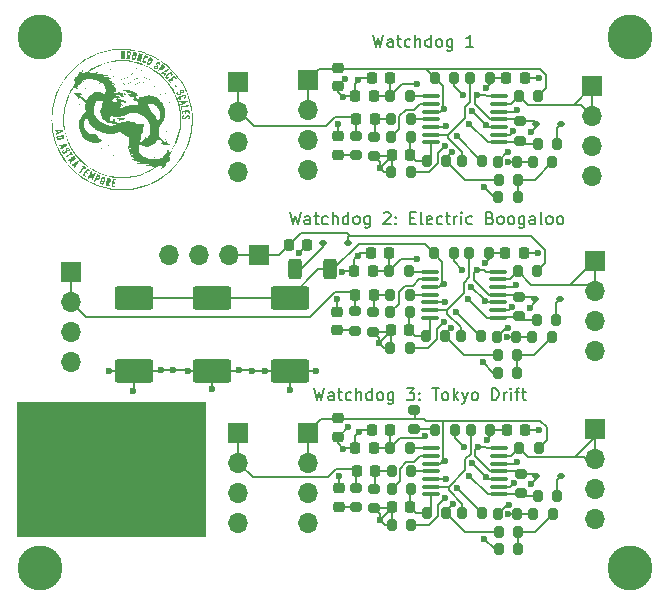
<source format=gbr>
%TF.GenerationSoftware,KiCad,Pcbnew,9.0.0*%
%TF.CreationDate,2025-03-11T14:35:03-07:00*%
%TF.ProjectId,RTW_production_pathfinder_V1,5254575f-7072-46f6-9475-6374696f6e5f,rev?*%
%TF.SameCoordinates,Original*%
%TF.FileFunction,Copper,L1,Top*%
%TF.FilePolarity,Positive*%
%FSLAX46Y46*%
G04 Gerber Fmt 4.6, Leading zero omitted, Abs format (unit mm)*
G04 Created by KiCad (PCBNEW 9.0.0) date 2025-03-11 14:35:03*
%MOMM*%
%LPD*%
G01*
G04 APERTURE LIST*
G04 Aperture macros list*
%AMRoundRect*
0 Rectangle with rounded corners*
0 $1 Rounding radius*
0 $2 $3 $4 $5 $6 $7 $8 $9 X,Y pos of 4 corners*
0 Add a 4 corners polygon primitive as box body*
4,1,4,$2,$3,$4,$5,$6,$7,$8,$9,$2,$3,0*
0 Add four circle primitives for the rounded corners*
1,1,$1+$1,$2,$3*
1,1,$1+$1,$4,$5*
1,1,$1+$1,$6,$7*
1,1,$1+$1,$8,$9*
0 Add four rect primitives between the rounded corners*
20,1,$1+$1,$2,$3,$4,$5,0*
20,1,$1+$1,$4,$5,$6,$7,0*
20,1,$1+$1,$6,$7,$8,$9,0*
20,1,$1+$1,$8,$9,$2,$3,0*%
G04 Aperture macros list end*
%ADD10C,0.150000*%
%TA.AperFunction,NonConductor*%
%ADD11C,0.150000*%
%TD*%
%TA.AperFunction,EtchedComponent*%
%ADD12C,0.000000*%
%TD*%
%TA.AperFunction,ComponentPad*%
%ADD13R,1.700000X1.700000*%
%TD*%
%TA.AperFunction,ComponentPad*%
%ADD14O,1.700000X1.700000*%
%TD*%
%TA.AperFunction,SMDPad,CuDef*%
%ADD15RoundRect,0.225000X0.225000X0.250000X-0.225000X0.250000X-0.225000X-0.250000X0.225000X-0.250000X0*%
%TD*%
%TA.AperFunction,SMDPad,CuDef*%
%ADD16RoundRect,0.225000X0.250000X-0.225000X0.250000X0.225000X-0.250000X0.225000X-0.250000X-0.225000X0*%
%TD*%
%TA.AperFunction,SMDPad,CuDef*%
%ADD17RoundRect,0.200000X0.200000X0.275000X-0.200000X0.275000X-0.200000X-0.275000X0.200000X-0.275000X0*%
%TD*%
%TA.AperFunction,SMDPad,CuDef*%
%ADD18RoundRect,0.100000X-0.637500X-0.100000X0.637500X-0.100000X0.637500X0.100000X-0.637500X0.100000X0*%
%TD*%
%TA.AperFunction,SMDPad,CuDef*%
%ADD19RoundRect,0.250000X-1.400000X0.750000X-1.400000X-0.750000X1.400000X-0.750000X1.400000X0.750000X0*%
%TD*%
%TA.AperFunction,SMDPad,CuDef*%
%ADD20RoundRect,0.250000X-0.312500X-0.625000X0.312500X-0.625000X0.312500X0.625000X-0.312500X0.625000X0*%
%TD*%
%TA.AperFunction,SMDPad,CuDef*%
%ADD21RoundRect,0.200000X-0.200000X-0.275000X0.200000X-0.275000X0.200000X0.275000X-0.200000X0.275000X0*%
%TD*%
%TA.AperFunction,SMDPad,CuDef*%
%ADD22RoundRect,0.112500X-0.187500X-0.112500X0.187500X-0.112500X0.187500X0.112500X-0.187500X0.112500X0*%
%TD*%
%TA.AperFunction,SMDPad,CuDef*%
%ADD23RoundRect,0.225000X-0.225000X-0.250000X0.225000X-0.250000X0.225000X0.250000X-0.225000X0.250000X0*%
%TD*%
%TA.AperFunction,SMDPad,CuDef*%
%ADD24RoundRect,0.218750X-0.256250X0.218750X-0.256250X-0.218750X0.256250X-0.218750X0.256250X0.218750X0*%
%TD*%
%TA.AperFunction,SMDPad,CuDef*%
%ADD25RoundRect,0.200000X0.275000X-0.200000X0.275000X0.200000X-0.275000X0.200000X-0.275000X-0.200000X0*%
%TD*%
%TA.AperFunction,SMDPad,CuDef*%
%ADD26RoundRect,0.200000X-0.275000X0.200000X-0.275000X-0.200000X0.275000X-0.200000X0.275000X0.200000X0*%
%TD*%
%TA.AperFunction,ComponentPad*%
%ADD27C,3.800000*%
%TD*%
%TA.AperFunction,ViaPad*%
%ADD28C,0.600000*%
%TD*%
%TA.AperFunction,Conductor*%
%ADD29C,0.200000*%
%TD*%
G04 APERTURE END LIST*
D10*
D11*
X154241541Y-109769819D02*
X154479636Y-110769819D01*
X154479636Y-110769819D02*
X154670112Y-110055533D01*
X154670112Y-110055533D02*
X154860588Y-110769819D01*
X154860588Y-110769819D02*
X155098684Y-109769819D01*
X155908207Y-110769819D02*
X155908207Y-110246009D01*
X155908207Y-110246009D02*
X155860588Y-110150771D01*
X155860588Y-110150771D02*
X155765350Y-110103152D01*
X155765350Y-110103152D02*
X155574874Y-110103152D01*
X155574874Y-110103152D02*
X155479636Y-110150771D01*
X155908207Y-110722200D02*
X155812969Y-110769819D01*
X155812969Y-110769819D02*
X155574874Y-110769819D01*
X155574874Y-110769819D02*
X155479636Y-110722200D01*
X155479636Y-110722200D02*
X155432017Y-110626961D01*
X155432017Y-110626961D02*
X155432017Y-110531723D01*
X155432017Y-110531723D02*
X155479636Y-110436485D01*
X155479636Y-110436485D02*
X155574874Y-110388866D01*
X155574874Y-110388866D02*
X155812969Y-110388866D01*
X155812969Y-110388866D02*
X155908207Y-110341247D01*
X156241541Y-110103152D02*
X156622493Y-110103152D01*
X156384398Y-109769819D02*
X156384398Y-110626961D01*
X156384398Y-110626961D02*
X156432017Y-110722200D01*
X156432017Y-110722200D02*
X156527255Y-110769819D01*
X156527255Y-110769819D02*
X156622493Y-110769819D01*
X157384398Y-110722200D02*
X157289160Y-110769819D01*
X157289160Y-110769819D02*
X157098684Y-110769819D01*
X157098684Y-110769819D02*
X157003446Y-110722200D01*
X157003446Y-110722200D02*
X156955827Y-110674580D01*
X156955827Y-110674580D02*
X156908208Y-110579342D01*
X156908208Y-110579342D02*
X156908208Y-110293628D01*
X156908208Y-110293628D02*
X156955827Y-110198390D01*
X156955827Y-110198390D02*
X157003446Y-110150771D01*
X157003446Y-110150771D02*
X157098684Y-110103152D01*
X157098684Y-110103152D02*
X157289160Y-110103152D01*
X157289160Y-110103152D02*
X157384398Y-110150771D01*
X157812970Y-110769819D02*
X157812970Y-109769819D01*
X158241541Y-110769819D02*
X158241541Y-110246009D01*
X158241541Y-110246009D02*
X158193922Y-110150771D01*
X158193922Y-110150771D02*
X158098684Y-110103152D01*
X158098684Y-110103152D02*
X157955827Y-110103152D01*
X157955827Y-110103152D02*
X157860589Y-110150771D01*
X157860589Y-110150771D02*
X157812970Y-110198390D01*
X159146303Y-110769819D02*
X159146303Y-109769819D01*
X159146303Y-110722200D02*
X159051065Y-110769819D01*
X159051065Y-110769819D02*
X158860589Y-110769819D01*
X158860589Y-110769819D02*
X158765351Y-110722200D01*
X158765351Y-110722200D02*
X158717732Y-110674580D01*
X158717732Y-110674580D02*
X158670113Y-110579342D01*
X158670113Y-110579342D02*
X158670113Y-110293628D01*
X158670113Y-110293628D02*
X158717732Y-110198390D01*
X158717732Y-110198390D02*
X158765351Y-110150771D01*
X158765351Y-110150771D02*
X158860589Y-110103152D01*
X158860589Y-110103152D02*
X159051065Y-110103152D01*
X159051065Y-110103152D02*
X159146303Y-110150771D01*
X159765351Y-110769819D02*
X159670113Y-110722200D01*
X159670113Y-110722200D02*
X159622494Y-110674580D01*
X159622494Y-110674580D02*
X159574875Y-110579342D01*
X159574875Y-110579342D02*
X159574875Y-110293628D01*
X159574875Y-110293628D02*
X159622494Y-110198390D01*
X159622494Y-110198390D02*
X159670113Y-110150771D01*
X159670113Y-110150771D02*
X159765351Y-110103152D01*
X159765351Y-110103152D02*
X159908208Y-110103152D01*
X159908208Y-110103152D02*
X160003446Y-110150771D01*
X160003446Y-110150771D02*
X160051065Y-110198390D01*
X160051065Y-110198390D02*
X160098684Y-110293628D01*
X160098684Y-110293628D02*
X160098684Y-110579342D01*
X160098684Y-110579342D02*
X160051065Y-110674580D01*
X160051065Y-110674580D02*
X160003446Y-110722200D01*
X160003446Y-110722200D02*
X159908208Y-110769819D01*
X159908208Y-110769819D02*
X159765351Y-110769819D01*
X160955827Y-110103152D02*
X160955827Y-110912676D01*
X160955827Y-110912676D02*
X160908208Y-111007914D01*
X160908208Y-111007914D02*
X160860589Y-111055533D01*
X160860589Y-111055533D02*
X160765351Y-111103152D01*
X160765351Y-111103152D02*
X160622494Y-111103152D01*
X160622494Y-111103152D02*
X160527256Y-111055533D01*
X160955827Y-110722200D02*
X160860589Y-110769819D01*
X160860589Y-110769819D02*
X160670113Y-110769819D01*
X160670113Y-110769819D02*
X160574875Y-110722200D01*
X160574875Y-110722200D02*
X160527256Y-110674580D01*
X160527256Y-110674580D02*
X160479637Y-110579342D01*
X160479637Y-110579342D02*
X160479637Y-110293628D01*
X160479637Y-110293628D02*
X160527256Y-110198390D01*
X160527256Y-110198390D02*
X160574875Y-110150771D01*
X160574875Y-110150771D02*
X160670113Y-110103152D01*
X160670113Y-110103152D02*
X160860589Y-110103152D01*
X160860589Y-110103152D02*
X160955827Y-110150771D01*
X162098685Y-109769819D02*
X162717732Y-109769819D01*
X162717732Y-109769819D02*
X162384399Y-110150771D01*
X162384399Y-110150771D02*
X162527256Y-110150771D01*
X162527256Y-110150771D02*
X162622494Y-110198390D01*
X162622494Y-110198390D02*
X162670113Y-110246009D01*
X162670113Y-110246009D02*
X162717732Y-110341247D01*
X162717732Y-110341247D02*
X162717732Y-110579342D01*
X162717732Y-110579342D02*
X162670113Y-110674580D01*
X162670113Y-110674580D02*
X162622494Y-110722200D01*
X162622494Y-110722200D02*
X162527256Y-110769819D01*
X162527256Y-110769819D02*
X162241542Y-110769819D01*
X162241542Y-110769819D02*
X162146304Y-110722200D01*
X162146304Y-110722200D02*
X162098685Y-110674580D01*
X163146304Y-110674580D02*
X163193923Y-110722200D01*
X163193923Y-110722200D02*
X163146304Y-110769819D01*
X163146304Y-110769819D02*
X163098685Y-110722200D01*
X163098685Y-110722200D02*
X163146304Y-110674580D01*
X163146304Y-110674580D02*
X163146304Y-110769819D01*
X163146304Y-110150771D02*
X163193923Y-110198390D01*
X163193923Y-110198390D02*
X163146304Y-110246009D01*
X163146304Y-110246009D02*
X163098685Y-110198390D01*
X163098685Y-110198390D02*
X163146304Y-110150771D01*
X163146304Y-110150771D02*
X163146304Y-110246009D01*
X164241542Y-109769819D02*
X164812970Y-109769819D01*
X164527256Y-110769819D02*
X164527256Y-109769819D01*
X165289161Y-110769819D02*
X165193923Y-110722200D01*
X165193923Y-110722200D02*
X165146304Y-110674580D01*
X165146304Y-110674580D02*
X165098685Y-110579342D01*
X165098685Y-110579342D02*
X165098685Y-110293628D01*
X165098685Y-110293628D02*
X165146304Y-110198390D01*
X165146304Y-110198390D02*
X165193923Y-110150771D01*
X165193923Y-110150771D02*
X165289161Y-110103152D01*
X165289161Y-110103152D02*
X165432018Y-110103152D01*
X165432018Y-110103152D02*
X165527256Y-110150771D01*
X165527256Y-110150771D02*
X165574875Y-110198390D01*
X165574875Y-110198390D02*
X165622494Y-110293628D01*
X165622494Y-110293628D02*
X165622494Y-110579342D01*
X165622494Y-110579342D02*
X165574875Y-110674580D01*
X165574875Y-110674580D02*
X165527256Y-110722200D01*
X165527256Y-110722200D02*
X165432018Y-110769819D01*
X165432018Y-110769819D02*
X165289161Y-110769819D01*
X166051066Y-110769819D02*
X166051066Y-109769819D01*
X166146304Y-110388866D02*
X166432018Y-110769819D01*
X166432018Y-110103152D02*
X166051066Y-110484104D01*
X166765352Y-110103152D02*
X167003447Y-110769819D01*
X167241542Y-110103152D02*
X167003447Y-110769819D01*
X167003447Y-110769819D02*
X166908209Y-111007914D01*
X166908209Y-111007914D02*
X166860590Y-111055533D01*
X166860590Y-111055533D02*
X166765352Y-111103152D01*
X167765352Y-110769819D02*
X167670114Y-110722200D01*
X167670114Y-110722200D02*
X167622495Y-110674580D01*
X167622495Y-110674580D02*
X167574876Y-110579342D01*
X167574876Y-110579342D02*
X167574876Y-110293628D01*
X167574876Y-110293628D02*
X167622495Y-110198390D01*
X167622495Y-110198390D02*
X167670114Y-110150771D01*
X167670114Y-110150771D02*
X167765352Y-110103152D01*
X167765352Y-110103152D02*
X167908209Y-110103152D01*
X167908209Y-110103152D02*
X168003447Y-110150771D01*
X168003447Y-110150771D02*
X168051066Y-110198390D01*
X168051066Y-110198390D02*
X168098685Y-110293628D01*
X168098685Y-110293628D02*
X168098685Y-110579342D01*
X168098685Y-110579342D02*
X168051066Y-110674580D01*
X168051066Y-110674580D02*
X168003447Y-110722200D01*
X168003447Y-110722200D02*
X167908209Y-110769819D01*
X167908209Y-110769819D02*
X167765352Y-110769819D01*
X169289162Y-110769819D02*
X169289162Y-109769819D01*
X169289162Y-109769819D02*
X169527257Y-109769819D01*
X169527257Y-109769819D02*
X169670114Y-109817438D01*
X169670114Y-109817438D02*
X169765352Y-109912676D01*
X169765352Y-109912676D02*
X169812971Y-110007914D01*
X169812971Y-110007914D02*
X169860590Y-110198390D01*
X169860590Y-110198390D02*
X169860590Y-110341247D01*
X169860590Y-110341247D02*
X169812971Y-110531723D01*
X169812971Y-110531723D02*
X169765352Y-110626961D01*
X169765352Y-110626961D02*
X169670114Y-110722200D01*
X169670114Y-110722200D02*
X169527257Y-110769819D01*
X169527257Y-110769819D02*
X169289162Y-110769819D01*
X170289162Y-110769819D02*
X170289162Y-110103152D01*
X170289162Y-110293628D02*
X170336781Y-110198390D01*
X170336781Y-110198390D02*
X170384400Y-110150771D01*
X170384400Y-110150771D02*
X170479638Y-110103152D01*
X170479638Y-110103152D02*
X170574876Y-110103152D01*
X170908210Y-110769819D02*
X170908210Y-110103152D01*
X170908210Y-109769819D02*
X170860591Y-109817438D01*
X170860591Y-109817438D02*
X170908210Y-109865057D01*
X170908210Y-109865057D02*
X170955829Y-109817438D01*
X170955829Y-109817438D02*
X170908210Y-109769819D01*
X170908210Y-109769819D02*
X170908210Y-109865057D01*
X171241543Y-110103152D02*
X171622495Y-110103152D01*
X171384400Y-110769819D02*
X171384400Y-109912676D01*
X171384400Y-109912676D02*
X171432019Y-109817438D01*
X171432019Y-109817438D02*
X171527257Y-109769819D01*
X171527257Y-109769819D02*
X171622495Y-109769819D01*
X171812972Y-110103152D02*
X172193924Y-110103152D01*
X171955829Y-109769819D02*
X171955829Y-110626961D01*
X171955829Y-110626961D02*
X172003448Y-110722200D01*
X172003448Y-110722200D02*
X172098686Y-110769819D01*
X172098686Y-110769819D02*
X172193924Y-110769819D01*
D10*
D11*
X159241541Y-79869819D02*
X159479636Y-80869819D01*
X159479636Y-80869819D02*
X159670112Y-80155533D01*
X159670112Y-80155533D02*
X159860588Y-80869819D01*
X159860588Y-80869819D02*
X160098684Y-79869819D01*
X160908207Y-80869819D02*
X160908207Y-80346009D01*
X160908207Y-80346009D02*
X160860588Y-80250771D01*
X160860588Y-80250771D02*
X160765350Y-80203152D01*
X160765350Y-80203152D02*
X160574874Y-80203152D01*
X160574874Y-80203152D02*
X160479636Y-80250771D01*
X160908207Y-80822200D02*
X160812969Y-80869819D01*
X160812969Y-80869819D02*
X160574874Y-80869819D01*
X160574874Y-80869819D02*
X160479636Y-80822200D01*
X160479636Y-80822200D02*
X160432017Y-80726961D01*
X160432017Y-80726961D02*
X160432017Y-80631723D01*
X160432017Y-80631723D02*
X160479636Y-80536485D01*
X160479636Y-80536485D02*
X160574874Y-80488866D01*
X160574874Y-80488866D02*
X160812969Y-80488866D01*
X160812969Y-80488866D02*
X160908207Y-80441247D01*
X161241541Y-80203152D02*
X161622493Y-80203152D01*
X161384398Y-79869819D02*
X161384398Y-80726961D01*
X161384398Y-80726961D02*
X161432017Y-80822200D01*
X161432017Y-80822200D02*
X161527255Y-80869819D01*
X161527255Y-80869819D02*
X161622493Y-80869819D01*
X162384398Y-80822200D02*
X162289160Y-80869819D01*
X162289160Y-80869819D02*
X162098684Y-80869819D01*
X162098684Y-80869819D02*
X162003446Y-80822200D01*
X162003446Y-80822200D02*
X161955827Y-80774580D01*
X161955827Y-80774580D02*
X161908208Y-80679342D01*
X161908208Y-80679342D02*
X161908208Y-80393628D01*
X161908208Y-80393628D02*
X161955827Y-80298390D01*
X161955827Y-80298390D02*
X162003446Y-80250771D01*
X162003446Y-80250771D02*
X162098684Y-80203152D01*
X162098684Y-80203152D02*
X162289160Y-80203152D01*
X162289160Y-80203152D02*
X162384398Y-80250771D01*
X162812970Y-80869819D02*
X162812970Y-79869819D01*
X163241541Y-80869819D02*
X163241541Y-80346009D01*
X163241541Y-80346009D02*
X163193922Y-80250771D01*
X163193922Y-80250771D02*
X163098684Y-80203152D01*
X163098684Y-80203152D02*
X162955827Y-80203152D01*
X162955827Y-80203152D02*
X162860589Y-80250771D01*
X162860589Y-80250771D02*
X162812970Y-80298390D01*
X164146303Y-80869819D02*
X164146303Y-79869819D01*
X164146303Y-80822200D02*
X164051065Y-80869819D01*
X164051065Y-80869819D02*
X163860589Y-80869819D01*
X163860589Y-80869819D02*
X163765351Y-80822200D01*
X163765351Y-80822200D02*
X163717732Y-80774580D01*
X163717732Y-80774580D02*
X163670113Y-80679342D01*
X163670113Y-80679342D02*
X163670113Y-80393628D01*
X163670113Y-80393628D02*
X163717732Y-80298390D01*
X163717732Y-80298390D02*
X163765351Y-80250771D01*
X163765351Y-80250771D02*
X163860589Y-80203152D01*
X163860589Y-80203152D02*
X164051065Y-80203152D01*
X164051065Y-80203152D02*
X164146303Y-80250771D01*
X164765351Y-80869819D02*
X164670113Y-80822200D01*
X164670113Y-80822200D02*
X164622494Y-80774580D01*
X164622494Y-80774580D02*
X164574875Y-80679342D01*
X164574875Y-80679342D02*
X164574875Y-80393628D01*
X164574875Y-80393628D02*
X164622494Y-80298390D01*
X164622494Y-80298390D02*
X164670113Y-80250771D01*
X164670113Y-80250771D02*
X164765351Y-80203152D01*
X164765351Y-80203152D02*
X164908208Y-80203152D01*
X164908208Y-80203152D02*
X165003446Y-80250771D01*
X165003446Y-80250771D02*
X165051065Y-80298390D01*
X165051065Y-80298390D02*
X165098684Y-80393628D01*
X165098684Y-80393628D02*
X165098684Y-80679342D01*
X165098684Y-80679342D02*
X165051065Y-80774580D01*
X165051065Y-80774580D02*
X165003446Y-80822200D01*
X165003446Y-80822200D02*
X164908208Y-80869819D01*
X164908208Y-80869819D02*
X164765351Y-80869819D01*
X165955827Y-80203152D02*
X165955827Y-81012676D01*
X165955827Y-81012676D02*
X165908208Y-81107914D01*
X165908208Y-81107914D02*
X165860589Y-81155533D01*
X165860589Y-81155533D02*
X165765351Y-81203152D01*
X165765351Y-81203152D02*
X165622494Y-81203152D01*
X165622494Y-81203152D02*
X165527256Y-81155533D01*
X165955827Y-80822200D02*
X165860589Y-80869819D01*
X165860589Y-80869819D02*
X165670113Y-80869819D01*
X165670113Y-80869819D02*
X165574875Y-80822200D01*
X165574875Y-80822200D02*
X165527256Y-80774580D01*
X165527256Y-80774580D02*
X165479637Y-80679342D01*
X165479637Y-80679342D02*
X165479637Y-80393628D01*
X165479637Y-80393628D02*
X165527256Y-80298390D01*
X165527256Y-80298390D02*
X165574875Y-80250771D01*
X165574875Y-80250771D02*
X165670113Y-80203152D01*
X165670113Y-80203152D02*
X165860589Y-80203152D01*
X165860589Y-80203152D02*
X165955827Y-80250771D01*
X167717732Y-80869819D02*
X167146304Y-80869819D01*
X167432018Y-80869819D02*
X167432018Y-79869819D01*
X167432018Y-79869819D02*
X167336780Y-80012676D01*
X167336780Y-80012676D02*
X167241542Y-80107914D01*
X167241542Y-80107914D02*
X167146304Y-80155533D01*
D10*
D11*
X152241541Y-94869819D02*
X152479636Y-95869819D01*
X152479636Y-95869819D02*
X152670112Y-95155533D01*
X152670112Y-95155533D02*
X152860588Y-95869819D01*
X152860588Y-95869819D02*
X153098684Y-94869819D01*
X153908207Y-95869819D02*
X153908207Y-95346009D01*
X153908207Y-95346009D02*
X153860588Y-95250771D01*
X153860588Y-95250771D02*
X153765350Y-95203152D01*
X153765350Y-95203152D02*
X153574874Y-95203152D01*
X153574874Y-95203152D02*
X153479636Y-95250771D01*
X153908207Y-95822200D02*
X153812969Y-95869819D01*
X153812969Y-95869819D02*
X153574874Y-95869819D01*
X153574874Y-95869819D02*
X153479636Y-95822200D01*
X153479636Y-95822200D02*
X153432017Y-95726961D01*
X153432017Y-95726961D02*
X153432017Y-95631723D01*
X153432017Y-95631723D02*
X153479636Y-95536485D01*
X153479636Y-95536485D02*
X153574874Y-95488866D01*
X153574874Y-95488866D02*
X153812969Y-95488866D01*
X153812969Y-95488866D02*
X153908207Y-95441247D01*
X154241541Y-95203152D02*
X154622493Y-95203152D01*
X154384398Y-94869819D02*
X154384398Y-95726961D01*
X154384398Y-95726961D02*
X154432017Y-95822200D01*
X154432017Y-95822200D02*
X154527255Y-95869819D01*
X154527255Y-95869819D02*
X154622493Y-95869819D01*
X155384398Y-95822200D02*
X155289160Y-95869819D01*
X155289160Y-95869819D02*
X155098684Y-95869819D01*
X155098684Y-95869819D02*
X155003446Y-95822200D01*
X155003446Y-95822200D02*
X154955827Y-95774580D01*
X154955827Y-95774580D02*
X154908208Y-95679342D01*
X154908208Y-95679342D02*
X154908208Y-95393628D01*
X154908208Y-95393628D02*
X154955827Y-95298390D01*
X154955827Y-95298390D02*
X155003446Y-95250771D01*
X155003446Y-95250771D02*
X155098684Y-95203152D01*
X155098684Y-95203152D02*
X155289160Y-95203152D01*
X155289160Y-95203152D02*
X155384398Y-95250771D01*
X155812970Y-95869819D02*
X155812970Y-94869819D01*
X156241541Y-95869819D02*
X156241541Y-95346009D01*
X156241541Y-95346009D02*
X156193922Y-95250771D01*
X156193922Y-95250771D02*
X156098684Y-95203152D01*
X156098684Y-95203152D02*
X155955827Y-95203152D01*
X155955827Y-95203152D02*
X155860589Y-95250771D01*
X155860589Y-95250771D02*
X155812970Y-95298390D01*
X157146303Y-95869819D02*
X157146303Y-94869819D01*
X157146303Y-95822200D02*
X157051065Y-95869819D01*
X157051065Y-95869819D02*
X156860589Y-95869819D01*
X156860589Y-95869819D02*
X156765351Y-95822200D01*
X156765351Y-95822200D02*
X156717732Y-95774580D01*
X156717732Y-95774580D02*
X156670113Y-95679342D01*
X156670113Y-95679342D02*
X156670113Y-95393628D01*
X156670113Y-95393628D02*
X156717732Y-95298390D01*
X156717732Y-95298390D02*
X156765351Y-95250771D01*
X156765351Y-95250771D02*
X156860589Y-95203152D01*
X156860589Y-95203152D02*
X157051065Y-95203152D01*
X157051065Y-95203152D02*
X157146303Y-95250771D01*
X157765351Y-95869819D02*
X157670113Y-95822200D01*
X157670113Y-95822200D02*
X157622494Y-95774580D01*
X157622494Y-95774580D02*
X157574875Y-95679342D01*
X157574875Y-95679342D02*
X157574875Y-95393628D01*
X157574875Y-95393628D02*
X157622494Y-95298390D01*
X157622494Y-95298390D02*
X157670113Y-95250771D01*
X157670113Y-95250771D02*
X157765351Y-95203152D01*
X157765351Y-95203152D02*
X157908208Y-95203152D01*
X157908208Y-95203152D02*
X158003446Y-95250771D01*
X158003446Y-95250771D02*
X158051065Y-95298390D01*
X158051065Y-95298390D02*
X158098684Y-95393628D01*
X158098684Y-95393628D02*
X158098684Y-95679342D01*
X158098684Y-95679342D02*
X158051065Y-95774580D01*
X158051065Y-95774580D02*
X158003446Y-95822200D01*
X158003446Y-95822200D02*
X157908208Y-95869819D01*
X157908208Y-95869819D02*
X157765351Y-95869819D01*
X158955827Y-95203152D02*
X158955827Y-96012676D01*
X158955827Y-96012676D02*
X158908208Y-96107914D01*
X158908208Y-96107914D02*
X158860589Y-96155533D01*
X158860589Y-96155533D02*
X158765351Y-96203152D01*
X158765351Y-96203152D02*
X158622494Y-96203152D01*
X158622494Y-96203152D02*
X158527256Y-96155533D01*
X158955827Y-95822200D02*
X158860589Y-95869819D01*
X158860589Y-95869819D02*
X158670113Y-95869819D01*
X158670113Y-95869819D02*
X158574875Y-95822200D01*
X158574875Y-95822200D02*
X158527256Y-95774580D01*
X158527256Y-95774580D02*
X158479637Y-95679342D01*
X158479637Y-95679342D02*
X158479637Y-95393628D01*
X158479637Y-95393628D02*
X158527256Y-95298390D01*
X158527256Y-95298390D02*
X158574875Y-95250771D01*
X158574875Y-95250771D02*
X158670113Y-95203152D01*
X158670113Y-95203152D02*
X158860589Y-95203152D01*
X158860589Y-95203152D02*
X158955827Y-95250771D01*
X160146304Y-94965057D02*
X160193923Y-94917438D01*
X160193923Y-94917438D02*
X160289161Y-94869819D01*
X160289161Y-94869819D02*
X160527256Y-94869819D01*
X160527256Y-94869819D02*
X160622494Y-94917438D01*
X160622494Y-94917438D02*
X160670113Y-94965057D01*
X160670113Y-94965057D02*
X160717732Y-95060295D01*
X160717732Y-95060295D02*
X160717732Y-95155533D01*
X160717732Y-95155533D02*
X160670113Y-95298390D01*
X160670113Y-95298390D02*
X160098685Y-95869819D01*
X160098685Y-95869819D02*
X160717732Y-95869819D01*
X161146304Y-95774580D02*
X161193923Y-95822200D01*
X161193923Y-95822200D02*
X161146304Y-95869819D01*
X161146304Y-95869819D02*
X161098685Y-95822200D01*
X161098685Y-95822200D02*
X161146304Y-95774580D01*
X161146304Y-95774580D02*
X161146304Y-95869819D01*
X161146304Y-95250771D02*
X161193923Y-95298390D01*
X161193923Y-95298390D02*
X161146304Y-95346009D01*
X161146304Y-95346009D02*
X161098685Y-95298390D01*
X161098685Y-95298390D02*
X161146304Y-95250771D01*
X161146304Y-95250771D02*
X161146304Y-95346009D01*
X162384399Y-95346009D02*
X162717732Y-95346009D01*
X162860589Y-95869819D02*
X162384399Y-95869819D01*
X162384399Y-95869819D02*
X162384399Y-94869819D01*
X162384399Y-94869819D02*
X162860589Y-94869819D01*
X163432018Y-95869819D02*
X163336780Y-95822200D01*
X163336780Y-95822200D02*
X163289161Y-95726961D01*
X163289161Y-95726961D02*
X163289161Y-94869819D01*
X164193923Y-95822200D02*
X164098685Y-95869819D01*
X164098685Y-95869819D02*
X163908209Y-95869819D01*
X163908209Y-95869819D02*
X163812971Y-95822200D01*
X163812971Y-95822200D02*
X163765352Y-95726961D01*
X163765352Y-95726961D02*
X163765352Y-95346009D01*
X163765352Y-95346009D02*
X163812971Y-95250771D01*
X163812971Y-95250771D02*
X163908209Y-95203152D01*
X163908209Y-95203152D02*
X164098685Y-95203152D01*
X164098685Y-95203152D02*
X164193923Y-95250771D01*
X164193923Y-95250771D02*
X164241542Y-95346009D01*
X164241542Y-95346009D02*
X164241542Y-95441247D01*
X164241542Y-95441247D02*
X163765352Y-95536485D01*
X165098685Y-95822200D02*
X165003447Y-95869819D01*
X165003447Y-95869819D02*
X164812971Y-95869819D01*
X164812971Y-95869819D02*
X164717733Y-95822200D01*
X164717733Y-95822200D02*
X164670114Y-95774580D01*
X164670114Y-95774580D02*
X164622495Y-95679342D01*
X164622495Y-95679342D02*
X164622495Y-95393628D01*
X164622495Y-95393628D02*
X164670114Y-95298390D01*
X164670114Y-95298390D02*
X164717733Y-95250771D01*
X164717733Y-95250771D02*
X164812971Y-95203152D01*
X164812971Y-95203152D02*
X165003447Y-95203152D01*
X165003447Y-95203152D02*
X165098685Y-95250771D01*
X165384400Y-95203152D02*
X165765352Y-95203152D01*
X165527257Y-94869819D02*
X165527257Y-95726961D01*
X165527257Y-95726961D02*
X165574876Y-95822200D01*
X165574876Y-95822200D02*
X165670114Y-95869819D01*
X165670114Y-95869819D02*
X165765352Y-95869819D01*
X166098686Y-95869819D02*
X166098686Y-95203152D01*
X166098686Y-95393628D02*
X166146305Y-95298390D01*
X166146305Y-95298390D02*
X166193924Y-95250771D01*
X166193924Y-95250771D02*
X166289162Y-95203152D01*
X166289162Y-95203152D02*
X166384400Y-95203152D01*
X166717734Y-95869819D02*
X166717734Y-95203152D01*
X166717734Y-94869819D02*
X166670115Y-94917438D01*
X166670115Y-94917438D02*
X166717734Y-94965057D01*
X166717734Y-94965057D02*
X166765353Y-94917438D01*
X166765353Y-94917438D02*
X166717734Y-94869819D01*
X166717734Y-94869819D02*
X166717734Y-94965057D01*
X167622495Y-95822200D02*
X167527257Y-95869819D01*
X167527257Y-95869819D02*
X167336781Y-95869819D01*
X167336781Y-95869819D02*
X167241543Y-95822200D01*
X167241543Y-95822200D02*
X167193924Y-95774580D01*
X167193924Y-95774580D02*
X167146305Y-95679342D01*
X167146305Y-95679342D02*
X167146305Y-95393628D01*
X167146305Y-95393628D02*
X167193924Y-95298390D01*
X167193924Y-95298390D02*
X167241543Y-95250771D01*
X167241543Y-95250771D02*
X167336781Y-95203152D01*
X167336781Y-95203152D02*
X167527257Y-95203152D01*
X167527257Y-95203152D02*
X167622495Y-95250771D01*
X169146305Y-95346009D02*
X169289162Y-95393628D01*
X169289162Y-95393628D02*
X169336781Y-95441247D01*
X169336781Y-95441247D02*
X169384400Y-95536485D01*
X169384400Y-95536485D02*
X169384400Y-95679342D01*
X169384400Y-95679342D02*
X169336781Y-95774580D01*
X169336781Y-95774580D02*
X169289162Y-95822200D01*
X169289162Y-95822200D02*
X169193924Y-95869819D01*
X169193924Y-95869819D02*
X168812972Y-95869819D01*
X168812972Y-95869819D02*
X168812972Y-94869819D01*
X168812972Y-94869819D02*
X169146305Y-94869819D01*
X169146305Y-94869819D02*
X169241543Y-94917438D01*
X169241543Y-94917438D02*
X169289162Y-94965057D01*
X169289162Y-94965057D02*
X169336781Y-95060295D01*
X169336781Y-95060295D02*
X169336781Y-95155533D01*
X169336781Y-95155533D02*
X169289162Y-95250771D01*
X169289162Y-95250771D02*
X169241543Y-95298390D01*
X169241543Y-95298390D02*
X169146305Y-95346009D01*
X169146305Y-95346009D02*
X168812972Y-95346009D01*
X169955829Y-95869819D02*
X169860591Y-95822200D01*
X169860591Y-95822200D02*
X169812972Y-95774580D01*
X169812972Y-95774580D02*
X169765353Y-95679342D01*
X169765353Y-95679342D02*
X169765353Y-95393628D01*
X169765353Y-95393628D02*
X169812972Y-95298390D01*
X169812972Y-95298390D02*
X169860591Y-95250771D01*
X169860591Y-95250771D02*
X169955829Y-95203152D01*
X169955829Y-95203152D02*
X170098686Y-95203152D01*
X170098686Y-95203152D02*
X170193924Y-95250771D01*
X170193924Y-95250771D02*
X170241543Y-95298390D01*
X170241543Y-95298390D02*
X170289162Y-95393628D01*
X170289162Y-95393628D02*
X170289162Y-95679342D01*
X170289162Y-95679342D02*
X170241543Y-95774580D01*
X170241543Y-95774580D02*
X170193924Y-95822200D01*
X170193924Y-95822200D02*
X170098686Y-95869819D01*
X170098686Y-95869819D02*
X169955829Y-95869819D01*
X170860591Y-95869819D02*
X170765353Y-95822200D01*
X170765353Y-95822200D02*
X170717734Y-95774580D01*
X170717734Y-95774580D02*
X170670115Y-95679342D01*
X170670115Y-95679342D02*
X170670115Y-95393628D01*
X170670115Y-95393628D02*
X170717734Y-95298390D01*
X170717734Y-95298390D02*
X170765353Y-95250771D01*
X170765353Y-95250771D02*
X170860591Y-95203152D01*
X170860591Y-95203152D02*
X171003448Y-95203152D01*
X171003448Y-95203152D02*
X171098686Y-95250771D01*
X171098686Y-95250771D02*
X171146305Y-95298390D01*
X171146305Y-95298390D02*
X171193924Y-95393628D01*
X171193924Y-95393628D02*
X171193924Y-95679342D01*
X171193924Y-95679342D02*
X171146305Y-95774580D01*
X171146305Y-95774580D02*
X171098686Y-95822200D01*
X171098686Y-95822200D02*
X171003448Y-95869819D01*
X171003448Y-95869819D02*
X170860591Y-95869819D01*
X172051067Y-95203152D02*
X172051067Y-96012676D01*
X172051067Y-96012676D02*
X172003448Y-96107914D01*
X172003448Y-96107914D02*
X171955829Y-96155533D01*
X171955829Y-96155533D02*
X171860591Y-96203152D01*
X171860591Y-96203152D02*
X171717734Y-96203152D01*
X171717734Y-96203152D02*
X171622496Y-96155533D01*
X172051067Y-95822200D02*
X171955829Y-95869819D01*
X171955829Y-95869819D02*
X171765353Y-95869819D01*
X171765353Y-95869819D02*
X171670115Y-95822200D01*
X171670115Y-95822200D02*
X171622496Y-95774580D01*
X171622496Y-95774580D02*
X171574877Y-95679342D01*
X171574877Y-95679342D02*
X171574877Y-95393628D01*
X171574877Y-95393628D02*
X171622496Y-95298390D01*
X171622496Y-95298390D02*
X171670115Y-95250771D01*
X171670115Y-95250771D02*
X171765353Y-95203152D01*
X171765353Y-95203152D02*
X171955829Y-95203152D01*
X171955829Y-95203152D02*
X172051067Y-95250771D01*
X172955829Y-95869819D02*
X172955829Y-95346009D01*
X172955829Y-95346009D02*
X172908210Y-95250771D01*
X172908210Y-95250771D02*
X172812972Y-95203152D01*
X172812972Y-95203152D02*
X172622496Y-95203152D01*
X172622496Y-95203152D02*
X172527258Y-95250771D01*
X172955829Y-95822200D02*
X172860591Y-95869819D01*
X172860591Y-95869819D02*
X172622496Y-95869819D01*
X172622496Y-95869819D02*
X172527258Y-95822200D01*
X172527258Y-95822200D02*
X172479639Y-95726961D01*
X172479639Y-95726961D02*
X172479639Y-95631723D01*
X172479639Y-95631723D02*
X172527258Y-95536485D01*
X172527258Y-95536485D02*
X172622496Y-95488866D01*
X172622496Y-95488866D02*
X172860591Y-95488866D01*
X172860591Y-95488866D02*
X172955829Y-95441247D01*
X173574877Y-95869819D02*
X173479639Y-95822200D01*
X173479639Y-95822200D02*
X173432020Y-95726961D01*
X173432020Y-95726961D02*
X173432020Y-94869819D01*
X174098687Y-95869819D02*
X174003449Y-95822200D01*
X174003449Y-95822200D02*
X173955830Y-95774580D01*
X173955830Y-95774580D02*
X173908211Y-95679342D01*
X173908211Y-95679342D02*
X173908211Y-95393628D01*
X173908211Y-95393628D02*
X173955830Y-95298390D01*
X173955830Y-95298390D02*
X174003449Y-95250771D01*
X174003449Y-95250771D02*
X174098687Y-95203152D01*
X174098687Y-95203152D02*
X174241544Y-95203152D01*
X174241544Y-95203152D02*
X174336782Y-95250771D01*
X174336782Y-95250771D02*
X174384401Y-95298390D01*
X174384401Y-95298390D02*
X174432020Y-95393628D01*
X174432020Y-95393628D02*
X174432020Y-95679342D01*
X174432020Y-95679342D02*
X174384401Y-95774580D01*
X174384401Y-95774580D02*
X174336782Y-95822200D01*
X174336782Y-95822200D02*
X174241544Y-95869819D01*
X174241544Y-95869819D02*
X174098687Y-95869819D01*
X175003449Y-95869819D02*
X174908211Y-95822200D01*
X174908211Y-95822200D02*
X174860592Y-95774580D01*
X174860592Y-95774580D02*
X174812973Y-95679342D01*
X174812973Y-95679342D02*
X174812973Y-95393628D01*
X174812973Y-95393628D02*
X174860592Y-95298390D01*
X174860592Y-95298390D02*
X174908211Y-95250771D01*
X174908211Y-95250771D02*
X175003449Y-95203152D01*
X175003449Y-95203152D02*
X175146306Y-95203152D01*
X175146306Y-95203152D02*
X175241544Y-95250771D01*
X175241544Y-95250771D02*
X175289163Y-95298390D01*
X175289163Y-95298390D02*
X175336782Y-95393628D01*
X175336782Y-95393628D02*
X175336782Y-95679342D01*
X175336782Y-95679342D02*
X175289163Y-95774580D01*
X175289163Y-95774580D02*
X175241544Y-95822200D01*
X175241544Y-95822200D02*
X175146306Y-95869819D01*
X175146306Y-95869819D02*
X175003449Y-95869819D01*
D12*
%TA.AperFunction,EtchedComponent*%
%TO.C,G\u002A\u002A\u002A*%
G36*
X135618450Y-86207750D02*
G01*
X135613648Y-86212552D01*
X135608847Y-86207750D01*
X135613648Y-86202949D01*
X135618450Y-86207750D01*
G37*
%TD.AperFunction*%
%TA.AperFunction,EtchedComponent*%
G36*
X135618450Y-87763440D02*
G01*
X135613648Y-87768242D01*
X135608847Y-87763440D01*
X135613648Y-87758639D01*
X135618450Y-87763440D01*
G37*
%TD.AperFunction*%
%TA.AperFunction,EtchedComponent*%
G36*
X135628053Y-86178941D02*
G01*
X135623251Y-86183743D01*
X135618450Y-86178941D01*
X135623251Y-86174140D01*
X135628053Y-86178941D01*
G37*
%TD.AperFunction*%
%TA.AperFunction,EtchedComponent*%
G36*
X135628053Y-87792249D02*
G01*
X135623251Y-87797051D01*
X135618450Y-87792249D01*
X135623251Y-87787448D01*
X135628053Y-87792249D01*
G37*
%TD.AperFunction*%
%TA.AperFunction,EtchedComponent*%
G36*
X135637656Y-86150132D02*
G01*
X135632854Y-86154934D01*
X135628053Y-86150132D01*
X135632854Y-86145331D01*
X135637656Y-86150132D01*
G37*
%TD.AperFunction*%
%TA.AperFunction,EtchedComponent*%
G36*
X135637656Y-87821058D02*
G01*
X135632854Y-87825860D01*
X135628053Y-87821058D01*
X135632854Y-87816257D01*
X135637656Y-87821058D01*
G37*
%TD.AperFunction*%
%TA.AperFunction,EtchedComponent*%
G36*
X135647259Y-86121323D02*
G01*
X135642457Y-86126125D01*
X135637656Y-86121323D01*
X135642457Y-86116522D01*
X135647259Y-86121323D01*
G37*
%TD.AperFunction*%
%TA.AperFunction,EtchedComponent*%
G36*
X135647259Y-87849868D02*
G01*
X135642457Y-87854669D01*
X135637656Y-87849868D01*
X135642457Y-87845066D01*
X135647259Y-87849868D01*
G37*
%TD.AperFunction*%
%TA.AperFunction,EtchedComponent*%
G36*
X135656862Y-86092514D02*
G01*
X135652060Y-86097316D01*
X135647259Y-86092514D01*
X135652060Y-86087713D01*
X135656862Y-86092514D01*
G37*
%TD.AperFunction*%
%TA.AperFunction,EtchedComponent*%
G36*
X135676068Y-86054102D02*
G01*
X135671266Y-86058903D01*
X135666465Y-86054102D01*
X135671266Y-86049300D01*
X135676068Y-86054102D01*
G37*
%TD.AperFunction*%
%TA.AperFunction,EtchedComponent*%
G36*
X135676068Y-87917089D02*
G01*
X135671266Y-87921890D01*
X135666465Y-87917089D01*
X135671266Y-87912287D01*
X135676068Y-87917089D01*
G37*
%TD.AperFunction*%
%TA.AperFunction,EtchedComponent*%
G36*
X135685671Y-86025293D02*
G01*
X135680869Y-86030094D01*
X135676068Y-86025293D01*
X135680869Y-86020491D01*
X135685671Y-86025293D01*
G37*
%TD.AperFunction*%
%TA.AperFunction,EtchedComponent*%
G36*
X135685671Y-87945898D02*
G01*
X135680869Y-87950699D01*
X135676068Y-87945898D01*
X135680869Y-87941096D01*
X135685671Y-87945898D01*
G37*
%TD.AperFunction*%
%TA.AperFunction,EtchedComponent*%
G36*
X135695274Y-85996484D02*
G01*
X135690472Y-86001285D01*
X135685671Y-85996484D01*
X135690472Y-85991682D01*
X135695274Y-85996484D01*
G37*
%TD.AperFunction*%
%TA.AperFunction,EtchedComponent*%
G36*
X135695274Y-87965104D02*
G01*
X135690472Y-87969905D01*
X135685671Y-87965104D01*
X135690472Y-87960302D01*
X135695274Y-87965104D01*
G37*
%TD.AperFunction*%
%TA.AperFunction,EtchedComponent*%
G36*
X135704877Y-85977278D02*
G01*
X135700075Y-85982079D01*
X135695274Y-85977278D01*
X135700075Y-85972476D01*
X135704877Y-85977278D01*
G37*
%TD.AperFunction*%
%TA.AperFunction,EtchedComponent*%
G36*
X135704877Y-87993913D02*
G01*
X135700075Y-87998714D01*
X135695274Y-87993913D01*
X135700075Y-87989111D01*
X135704877Y-87993913D01*
G37*
%TD.AperFunction*%
%TA.AperFunction,EtchedComponent*%
G36*
X135714480Y-85958072D02*
G01*
X135709678Y-85962873D01*
X135704877Y-85958072D01*
X135709678Y-85953270D01*
X135714480Y-85958072D01*
G37*
%TD.AperFunction*%
%TA.AperFunction,EtchedComponent*%
G36*
X135714480Y-88013119D02*
G01*
X135709678Y-88017920D01*
X135704877Y-88013119D01*
X135709678Y-88008317D01*
X135714480Y-88013119D01*
G37*
%TD.AperFunction*%
%TA.AperFunction,EtchedComponent*%
G36*
X135724083Y-85938866D02*
G01*
X135719282Y-85943667D01*
X135714480Y-85938866D01*
X135719282Y-85934064D01*
X135724083Y-85938866D01*
G37*
%TD.AperFunction*%
%TA.AperFunction,EtchedComponent*%
G36*
X135733686Y-85919660D02*
G01*
X135728885Y-85924461D01*
X135724083Y-85919660D01*
X135728885Y-85914858D01*
X135733686Y-85919660D01*
G37*
%TD.AperFunction*%
%TA.AperFunction,EtchedComponent*%
G36*
X135733686Y-88051531D02*
G01*
X135728885Y-88056333D01*
X135724083Y-88051531D01*
X135728885Y-88046730D01*
X135733686Y-88051531D01*
G37*
%TD.AperFunction*%
%TA.AperFunction,EtchedComponent*%
G36*
X135743289Y-85890851D02*
G01*
X135738488Y-85895652D01*
X135733686Y-85890851D01*
X135738488Y-85886049D01*
X135743289Y-85890851D01*
G37*
%TD.AperFunction*%
%TA.AperFunction,EtchedComponent*%
G36*
X135743289Y-88070737D02*
G01*
X135738488Y-88075539D01*
X135733686Y-88070737D01*
X135738488Y-88065936D01*
X135743289Y-88070737D01*
G37*
%TD.AperFunction*%
%TA.AperFunction,EtchedComponent*%
G36*
X135752892Y-85871644D02*
G01*
X135748091Y-85876446D01*
X135743289Y-85871644D01*
X135748091Y-85866843D01*
X135752892Y-85871644D01*
G37*
%TD.AperFunction*%
%TA.AperFunction,EtchedComponent*%
G36*
X135762495Y-85852438D02*
G01*
X135757694Y-85857240D01*
X135752892Y-85852438D01*
X135757694Y-85847637D01*
X135762495Y-85852438D01*
G37*
%TD.AperFunction*%
%TA.AperFunction,EtchedComponent*%
G36*
X135772098Y-85833232D02*
G01*
X135767297Y-85838034D01*
X135762495Y-85833232D01*
X135767297Y-85828431D01*
X135772098Y-85833232D01*
G37*
%TD.AperFunction*%
%TA.AperFunction,EtchedComponent*%
G36*
X135800907Y-88185973D02*
G01*
X135796106Y-88190775D01*
X135791304Y-88185973D01*
X135796106Y-88181172D01*
X135800907Y-88185973D01*
G37*
%TD.AperFunction*%
%TA.AperFunction,EtchedComponent*%
G36*
X135810510Y-85766011D02*
G01*
X135805709Y-85770813D01*
X135800907Y-85766011D01*
X135805709Y-85761210D01*
X135810510Y-85766011D01*
G37*
%TD.AperFunction*%
%TA.AperFunction,EtchedComponent*%
G36*
X135810510Y-88205179D02*
G01*
X135805709Y-88209981D01*
X135800907Y-88205179D01*
X135805709Y-88200378D01*
X135810510Y-88205179D01*
G37*
%TD.AperFunction*%
%TA.AperFunction,EtchedComponent*%
G36*
X135820113Y-85746805D02*
G01*
X135815312Y-85751607D01*
X135810510Y-85746805D01*
X135815312Y-85742004D01*
X135820113Y-85746805D01*
G37*
%TD.AperFunction*%
%TA.AperFunction,EtchedComponent*%
G36*
X135848922Y-85698790D02*
G01*
X135844121Y-85703592D01*
X135839319Y-85698790D01*
X135844121Y-85693989D01*
X135848922Y-85698790D01*
G37*
%TD.AperFunction*%
%TA.AperFunction,EtchedComponent*%
G36*
X135916144Y-85593157D02*
G01*
X135911342Y-85597958D01*
X135906541Y-85593157D01*
X135911342Y-85588355D01*
X135916144Y-85593157D01*
G37*
%TD.AperFunction*%
%TA.AperFunction,EtchedComponent*%
G36*
X135935350Y-85564348D02*
G01*
X135930548Y-85569149D01*
X135925747Y-85564348D01*
X135930548Y-85559546D01*
X135935350Y-85564348D01*
G37*
%TD.AperFunction*%
%TA.AperFunction,EtchedComponent*%
G36*
X136636370Y-89088658D02*
G01*
X136631569Y-89093459D01*
X136626767Y-89088658D01*
X136631569Y-89083856D01*
X136636370Y-89088658D01*
G37*
%TD.AperFunction*%
%TA.AperFunction,EtchedComponent*%
G36*
X136684385Y-89117467D02*
G01*
X136679584Y-89122268D01*
X136674782Y-89117467D01*
X136679584Y-89112665D01*
X136684385Y-89117467D01*
G37*
%TD.AperFunction*%
%TA.AperFunction,EtchedComponent*%
G36*
X136713195Y-89136673D02*
G01*
X136708393Y-89141474D01*
X136703592Y-89136673D01*
X136708393Y-89131871D01*
X136713195Y-89136673D01*
G37*
%TD.AperFunction*%
%TA.AperFunction,EtchedComponent*%
G36*
X136761210Y-89165482D02*
G01*
X136756408Y-89170283D01*
X136751607Y-89165482D01*
X136756408Y-89160680D01*
X136761210Y-89165482D01*
G37*
%TD.AperFunction*%
%TA.AperFunction,EtchedComponent*%
G36*
X136780416Y-89175085D02*
G01*
X136775614Y-89179886D01*
X136770813Y-89175085D01*
X136775614Y-89170283D01*
X136780416Y-89175085D01*
G37*
%TD.AperFunction*%
%TA.AperFunction,EtchedComponent*%
G36*
X136799622Y-89184688D02*
G01*
X136794820Y-89189489D01*
X136790019Y-89184688D01*
X136794820Y-89179886D01*
X136799622Y-89184688D01*
G37*
%TD.AperFunction*%
%TA.AperFunction,EtchedComponent*%
G36*
X136991682Y-89280718D02*
G01*
X136986881Y-89285520D01*
X136982079Y-89280718D01*
X136986881Y-89275917D01*
X136991682Y-89280718D01*
G37*
%TD.AperFunction*%
%TA.AperFunction,EtchedComponent*%
G36*
X137010888Y-89290321D02*
G01*
X137006087Y-89295123D01*
X137001285Y-89290321D01*
X137006087Y-89285520D01*
X137010888Y-89290321D01*
G37*
%TD.AperFunction*%
%TA.AperFunction,EtchedComponent*%
G36*
X137039697Y-89299924D02*
G01*
X137034896Y-89304726D01*
X137030094Y-89299924D01*
X137034896Y-89295123D01*
X137039697Y-89299924D01*
G37*
%TD.AperFunction*%
%TA.AperFunction,EtchedComponent*%
G36*
X137106919Y-89328733D02*
G01*
X137102117Y-89333535D01*
X137097316Y-89328733D01*
X137102117Y-89323932D01*
X137106919Y-89328733D01*
G37*
%TD.AperFunction*%
%TA.AperFunction,EtchedComponent*%
G36*
X137135728Y-89338336D02*
G01*
X137130926Y-89343138D01*
X137126125Y-89338336D01*
X137130926Y-89333535D01*
X137135728Y-89338336D01*
G37*
%TD.AperFunction*%
%TA.AperFunction,EtchedComponent*%
G36*
X137164537Y-89347939D02*
G01*
X137159735Y-89352741D01*
X137154934Y-89347939D01*
X137159735Y-89343138D01*
X137164537Y-89347939D01*
G37*
%TD.AperFunction*%
%TA.AperFunction,EtchedComponent*%
G36*
X137193346Y-89357542D02*
G01*
X137188544Y-89362344D01*
X137183743Y-89357542D01*
X137188544Y-89352741D01*
X137193346Y-89357542D01*
G37*
%TD.AperFunction*%
%TA.AperFunction,EtchedComponent*%
G36*
X137222155Y-89367145D02*
G01*
X137217353Y-89371947D01*
X137212552Y-89367145D01*
X137217353Y-89362344D01*
X137222155Y-89367145D01*
G37*
%TD.AperFunction*%
%TA.AperFunction,EtchedComponent*%
G36*
X137270170Y-89386351D02*
G01*
X137265368Y-89391153D01*
X137260567Y-89386351D01*
X137265368Y-89381550D01*
X137270170Y-89386351D01*
G37*
%TD.AperFunction*%
%TA.AperFunction,EtchedComponent*%
G36*
X137289376Y-89386351D02*
G01*
X137284575Y-89391153D01*
X137279773Y-89386351D01*
X137284575Y-89381550D01*
X137289376Y-89386351D01*
G37*
%TD.AperFunction*%
%TA.AperFunction,EtchedComponent*%
G36*
X137308582Y-89395955D02*
G01*
X137303781Y-89400756D01*
X137298979Y-89395955D01*
X137303781Y-89391153D01*
X137308582Y-89395955D01*
G37*
%TD.AperFunction*%
%TA.AperFunction,EtchedComponent*%
G36*
X137327788Y-84565633D02*
G01*
X137322987Y-84570435D01*
X137318185Y-84565633D01*
X137322987Y-84560832D01*
X137327788Y-84565633D01*
G37*
%TD.AperFunction*%
%TA.AperFunction,EtchedComponent*%
G36*
X137346994Y-84565633D02*
G01*
X137342193Y-84570435D01*
X137337391Y-84565633D01*
X137342193Y-84560832D01*
X137346994Y-84565633D01*
G37*
%TD.AperFunction*%
%TA.AperFunction,EtchedComponent*%
G36*
X137346994Y-89405558D02*
G01*
X137342193Y-89410359D01*
X137337391Y-89405558D01*
X137342193Y-89400756D01*
X137346994Y-89405558D01*
G37*
%TD.AperFunction*%
%TA.AperFunction,EtchedComponent*%
G36*
X137366200Y-84556030D02*
G01*
X137361399Y-84560832D01*
X137356597Y-84556030D01*
X137361399Y-84551229D01*
X137366200Y-84556030D01*
G37*
%TD.AperFunction*%
%TA.AperFunction,EtchedComponent*%
G36*
X137385406Y-84556030D02*
G01*
X137380605Y-84560832D01*
X137375803Y-84556030D01*
X137380605Y-84551229D01*
X137385406Y-84556030D01*
G37*
%TD.AperFunction*%
%TA.AperFunction,EtchedComponent*%
G36*
X137385406Y-89415161D02*
G01*
X137380605Y-89419962D01*
X137375803Y-89415161D01*
X137380605Y-89410359D01*
X137385406Y-89415161D01*
G37*
%TD.AperFunction*%
%TA.AperFunction,EtchedComponent*%
G36*
X137471834Y-89434367D02*
G01*
X137467032Y-89439168D01*
X137462230Y-89434367D01*
X137467032Y-89429565D01*
X137471834Y-89434367D01*
G37*
%TD.AperFunction*%
%TA.AperFunction,EtchedComponent*%
G36*
X137500643Y-89443970D02*
G01*
X137495841Y-89448771D01*
X137491040Y-89443970D01*
X137495841Y-89439168D01*
X137500643Y-89443970D01*
G37*
%TD.AperFunction*%
%TA.AperFunction,EtchedComponent*%
G36*
X137577467Y-89453573D02*
G01*
X137572665Y-89458374D01*
X137567864Y-89453573D01*
X137572665Y-89448771D01*
X137577467Y-89453573D01*
G37*
%TD.AperFunction*%
%TA.AperFunction,EtchedComponent*%
G36*
X137587070Y-84508015D02*
G01*
X137582268Y-84512817D01*
X137577467Y-84508015D01*
X137582268Y-84503213D01*
X137587070Y-84508015D01*
G37*
%TD.AperFunction*%
%TA.AperFunction,EtchedComponent*%
G36*
X138422533Y-89453573D02*
G01*
X138417731Y-89458374D01*
X138412930Y-89453573D01*
X138417731Y-89448771D01*
X138422533Y-89453573D01*
G37*
%TD.AperFunction*%
%TA.AperFunction,EtchedComponent*%
G36*
X138480151Y-89443970D02*
G01*
X138475350Y-89448771D01*
X138470548Y-89443970D01*
X138475350Y-89439168D01*
X138480151Y-89443970D01*
G37*
%TD.AperFunction*%
%TA.AperFunction,EtchedComponent*%
G36*
X138624196Y-89415161D02*
G01*
X138619395Y-89419962D01*
X138614593Y-89415161D01*
X138619395Y-89410359D01*
X138624196Y-89415161D01*
G37*
%TD.AperFunction*%
%TA.AperFunction,EtchedComponent*%
G36*
X138662609Y-89405558D02*
G01*
X138657807Y-89410359D01*
X138653006Y-89405558D01*
X138657807Y-89400756D01*
X138662609Y-89405558D01*
G37*
%TD.AperFunction*%
%TA.AperFunction,EtchedComponent*%
G36*
X139229187Y-84796106D02*
G01*
X139224385Y-84800907D01*
X139219584Y-84796106D01*
X139224385Y-84791304D01*
X139229187Y-84796106D01*
G37*
%TD.AperFunction*%
%TA.AperFunction,EtchedComponent*%
G36*
X139248393Y-84805709D02*
G01*
X139243592Y-84810510D01*
X139238790Y-84805709D01*
X139243592Y-84800907D01*
X139248393Y-84805709D01*
G37*
%TD.AperFunction*%
%TA.AperFunction,EtchedComponent*%
G36*
X139277202Y-84824915D02*
G01*
X139272401Y-84829716D01*
X139267599Y-84824915D01*
X139272401Y-84820113D01*
X139277202Y-84824915D01*
G37*
%TD.AperFunction*%
%TA.AperFunction,EtchedComponent*%
G36*
X139296408Y-84834518D02*
G01*
X139291607Y-84839319D01*
X139286805Y-84834518D01*
X139291607Y-84829716D01*
X139296408Y-84834518D01*
G37*
%TD.AperFunction*%
%TA.AperFunction,EtchedComponent*%
G36*
X139325217Y-84853724D02*
G01*
X139320416Y-84858525D01*
X139315614Y-84853724D01*
X139320416Y-84848922D01*
X139325217Y-84853724D01*
G37*
%TD.AperFunction*%
%TA.AperFunction,EtchedComponent*%
G36*
X139344423Y-84863327D02*
G01*
X139339622Y-84868128D01*
X139334820Y-84863327D01*
X139339622Y-84858525D01*
X139344423Y-84863327D01*
G37*
%TD.AperFunction*%
%TA.AperFunction,EtchedComponent*%
G36*
X139373232Y-84882533D02*
G01*
X139368431Y-84887334D01*
X139363629Y-84882533D01*
X139368431Y-84877731D01*
X139373232Y-84882533D01*
G37*
%TD.AperFunction*%
%TA.AperFunction,EtchedComponent*%
G36*
X140103062Y-88358828D02*
G01*
X140098261Y-88363629D01*
X140093459Y-88358828D01*
X140098261Y-88354026D01*
X140103062Y-88358828D01*
G37*
%TD.AperFunction*%
%TA.AperFunction,EtchedComponent*%
G36*
X140170283Y-88253195D02*
G01*
X140165482Y-88257996D01*
X140160680Y-88253195D01*
X140165482Y-88248393D01*
X140170283Y-88253195D01*
G37*
%TD.AperFunction*%
%TA.AperFunction,EtchedComponent*%
G36*
X140179886Y-88233989D02*
G01*
X140175085Y-88238790D01*
X140170283Y-88233989D01*
X140175085Y-88229187D01*
X140179886Y-88233989D01*
G37*
%TD.AperFunction*%
%TA.AperFunction,EtchedComponent*%
G36*
X140218299Y-88166767D02*
G01*
X140213497Y-88171569D01*
X140208696Y-88166767D01*
X140213497Y-88161966D01*
X140218299Y-88166767D01*
G37*
%TD.AperFunction*%
%TA.AperFunction,EtchedComponent*%
G36*
X140227902Y-88147561D02*
G01*
X140223100Y-88152363D01*
X140218299Y-88147561D01*
X140223100Y-88142760D01*
X140227902Y-88147561D01*
G37*
%TD.AperFunction*%
%TA.AperFunction,EtchedComponent*%
G36*
X140237505Y-88128355D02*
G01*
X140232703Y-88133157D01*
X140227902Y-88128355D01*
X140232703Y-88123554D01*
X140237505Y-88128355D01*
G37*
%TD.AperFunction*%
%TA.AperFunction,EtchedComponent*%
G36*
X140247108Y-88109149D02*
G01*
X140242306Y-88113951D01*
X140237505Y-88109149D01*
X140242306Y-88104348D01*
X140247108Y-88109149D01*
G37*
%TD.AperFunction*%
%TA.AperFunction,EtchedComponent*%
G36*
X140256711Y-88089943D02*
G01*
X140251909Y-88094745D01*
X140247108Y-88089943D01*
X140251909Y-88085142D01*
X140256711Y-88089943D01*
G37*
%TD.AperFunction*%
%TA.AperFunction,EtchedComponent*%
G36*
X140266314Y-88070737D02*
G01*
X140261512Y-88075539D01*
X140256711Y-88070737D01*
X140261512Y-88065936D01*
X140266314Y-88070737D01*
G37*
%TD.AperFunction*%
%TA.AperFunction,EtchedComponent*%
G36*
X140275917Y-88051531D02*
G01*
X140271115Y-88056333D01*
X140266314Y-88051531D01*
X140271115Y-88046730D01*
X140275917Y-88051531D01*
G37*
%TD.AperFunction*%
%TA.AperFunction,EtchedComponent*%
G36*
X140285520Y-88032325D02*
G01*
X140280718Y-88037127D01*
X140275917Y-88032325D01*
X140280718Y-88027524D01*
X140285520Y-88032325D01*
G37*
%TD.AperFunction*%
%TA.AperFunction,EtchedComponent*%
G36*
X140314329Y-87965104D02*
G01*
X140309527Y-87969905D01*
X140304726Y-87965104D01*
X140309527Y-87960302D01*
X140314329Y-87965104D01*
G37*
%TD.AperFunction*%
%TA.AperFunction,EtchedComponent*%
G36*
X140352741Y-87869074D02*
G01*
X140347939Y-87873875D01*
X140343138Y-87869074D01*
X140347939Y-87864272D01*
X140352741Y-87869074D01*
G37*
%TD.AperFunction*%
%TA.AperFunction,EtchedComponent*%
G36*
X140362344Y-87840265D02*
G01*
X140357542Y-87845066D01*
X140352741Y-87840265D01*
X140357542Y-87835463D01*
X140362344Y-87840265D01*
G37*
%TD.AperFunction*%
%TA.AperFunction,EtchedComponent*%
G36*
X140381550Y-87782646D02*
G01*
X140376748Y-87787448D01*
X140371947Y-87782646D01*
X140376748Y-87777845D01*
X140381550Y-87782646D01*
G37*
%TD.AperFunction*%
%TA.AperFunction,EtchedComponent*%
G36*
X135653661Y-87867473D02*
G01*
X135654810Y-87878870D01*
X135653661Y-87880277D01*
X135647952Y-87878959D01*
X135647259Y-87873875D01*
X135650772Y-87865971D01*
X135653661Y-87867473D01*
G37*
%TD.AperFunction*%
%TA.AperFunction,EtchedComponent*%
G36*
X135749691Y-88088343D02*
G01*
X135750840Y-88099739D01*
X135749691Y-88101147D01*
X135743982Y-88099828D01*
X135743289Y-88094745D01*
X135746803Y-88086840D01*
X135749691Y-88088343D01*
G37*
%TD.AperFunction*%
%TA.AperFunction,EtchedComponent*%
G36*
X135778500Y-88145961D02*
G01*
X135779649Y-88157357D01*
X135778500Y-88158765D01*
X135772791Y-88157447D01*
X135772098Y-88152363D01*
X135775612Y-88144458D01*
X135778500Y-88145961D01*
G37*
%TD.AperFunction*%
%TA.AperFunction,EtchedComponent*%
G36*
X137247763Y-89375148D02*
G01*
X137246445Y-89380857D01*
X137241361Y-89381550D01*
X137233457Y-89378036D01*
X137234959Y-89375148D01*
X137246355Y-89373999D01*
X137247763Y-89375148D01*
G37*
%TD.AperFunction*%
%TA.AperFunction,EtchedComponent*%
G36*
X137430220Y-89423163D02*
G01*
X137428902Y-89428872D01*
X137423818Y-89429565D01*
X137415914Y-89426052D01*
X137417416Y-89423163D01*
X137428813Y-89422014D01*
X137430220Y-89423163D01*
G37*
%TD.AperFunction*%
%TA.AperFunction,EtchedComponent*%
G36*
X137507045Y-84525621D02*
G01*
X137505726Y-84531330D01*
X137500643Y-84532023D01*
X137492738Y-84528509D01*
X137494241Y-84525621D01*
X137505637Y-84524471D01*
X137507045Y-84525621D01*
G37*
%TD.AperFunction*%
%TA.AperFunction,EtchedComponent*%
G36*
X137526251Y-89442369D02*
G01*
X137524932Y-89448078D01*
X137519849Y-89448771D01*
X137511944Y-89445258D01*
X137513447Y-89442369D01*
X137524843Y-89441220D01*
X137526251Y-89442369D01*
G37*
%TD.AperFunction*%
%TA.AperFunction,EtchedComponent*%
G36*
X137555060Y-84516018D02*
G01*
X137553742Y-84521727D01*
X137548658Y-84522420D01*
X137540753Y-84518906D01*
X137542256Y-84516018D01*
X137553652Y-84514868D01*
X137555060Y-84516018D01*
G37*
%TD.AperFunction*%
%TA.AperFunction,EtchedComponent*%
G36*
X137555060Y-89451972D02*
G01*
X137553742Y-89457681D01*
X137548658Y-89458374D01*
X137540753Y-89454861D01*
X137542256Y-89451972D01*
X137553652Y-89450823D01*
X137555060Y-89451972D01*
G37*
%TD.AperFunction*%
%TA.AperFunction,EtchedComponent*%
G36*
X137612678Y-89461575D02*
G01*
X137611360Y-89467284D01*
X137606276Y-89467977D01*
X137598371Y-89464464D01*
X137599874Y-89461575D01*
X137611270Y-89460426D01*
X137612678Y-89461575D01*
G37*
%TD.AperFunction*%
%TA.AperFunction,EtchedComponent*%
G36*
X137622281Y-84506415D02*
G01*
X137620963Y-84512123D01*
X137615879Y-84512817D01*
X137607974Y-84509303D01*
X137609477Y-84506415D01*
X137620873Y-84505265D01*
X137622281Y-84506415D01*
G37*
%TD.AperFunction*%
%TA.AperFunction,EtchedComponent*%
G36*
X137660693Y-84496811D02*
G01*
X137659375Y-84502520D01*
X137654291Y-84503213D01*
X137646387Y-84499700D01*
X137647889Y-84496811D01*
X137659286Y-84495662D01*
X137660693Y-84496811D01*
G37*
%TD.AperFunction*%
%TA.AperFunction,EtchedComponent*%
G36*
X137699705Y-84497412D02*
G01*
X137696841Y-84501776D01*
X137687101Y-84502455D01*
X137676855Y-84500110D01*
X137681299Y-84496654D01*
X137696308Y-84495509D01*
X137699705Y-84497412D01*
G37*
%TD.AperFunction*%
%TA.AperFunction,EtchedComponent*%
G36*
X137699705Y-89471778D02*
G01*
X137696841Y-89476143D01*
X137687101Y-89476822D01*
X137676855Y-89474477D01*
X137681299Y-89471020D01*
X137696308Y-89469875D01*
X137699705Y-89471778D01*
G37*
%TD.AperFunction*%
%TA.AperFunction,EtchedComponent*%
G36*
X137747720Y-84487809D02*
G01*
X137744856Y-84492173D01*
X137735116Y-84492852D01*
X137724870Y-84490507D01*
X137729315Y-84487051D01*
X137744323Y-84485906D01*
X137747720Y-84487809D01*
G37*
%TD.AperFunction*%
%TA.AperFunction,EtchedComponent*%
G36*
X137805339Y-84487809D02*
G01*
X137802475Y-84492173D01*
X137792735Y-84492852D01*
X137782488Y-84490507D01*
X137786933Y-84487051D01*
X137801941Y-84485906D01*
X137805339Y-84487809D01*
G37*
%TD.AperFunction*%
%TA.AperFunction,EtchedComponent*%
G36*
X137872560Y-89490984D02*
G01*
X137869696Y-89495349D01*
X137859956Y-89496028D01*
X137849709Y-89493683D01*
X137854154Y-89490226D01*
X137869162Y-89489081D01*
X137872560Y-89490984D01*
G37*
%TD.AperFunction*%
%TA.AperFunction,EtchedComponent*%
G36*
X138151047Y-89490984D02*
G01*
X138148183Y-89495349D01*
X138138443Y-89496028D01*
X138128197Y-89493683D01*
X138132642Y-89490226D01*
X138147650Y-89489081D01*
X138151047Y-89490984D01*
G37*
%TD.AperFunction*%
%TA.AperFunction,EtchedComponent*%
G36*
X138218269Y-84487809D02*
G01*
X138215405Y-84492173D01*
X138205665Y-84492852D01*
X138195418Y-84490507D01*
X138199863Y-84487051D01*
X138214871Y-84485906D01*
X138218269Y-84487809D01*
G37*
%TD.AperFunction*%
%TA.AperFunction,EtchedComponent*%
G36*
X138323902Y-89471778D02*
G01*
X138321038Y-89476143D01*
X138311298Y-89476822D01*
X138301051Y-89474477D01*
X138305496Y-89471020D01*
X138320504Y-89469875D01*
X138323902Y-89471778D01*
G37*
%TD.AperFunction*%
%TA.AperFunction,EtchedComponent*%
G36*
X138400726Y-89462175D02*
G01*
X138397862Y-89466540D01*
X138388122Y-89467219D01*
X138377875Y-89464874D01*
X138382320Y-89461417D01*
X138397329Y-89460272D01*
X138400726Y-89462175D01*
G37*
%TD.AperFunction*%
%TA.AperFunction,EtchedComponent*%
G36*
X138457744Y-89451972D02*
G01*
X138456426Y-89457681D01*
X138451342Y-89458374D01*
X138443438Y-89454861D01*
X138444940Y-89451972D01*
X138456337Y-89450823D01*
X138457744Y-89451972D01*
G37*
%TD.AperFunction*%
%TA.AperFunction,EtchedComponent*%
G36*
X140339937Y-87886679D02*
G01*
X140341086Y-87898076D01*
X140339937Y-87899483D01*
X140334228Y-87898165D01*
X140333535Y-87893081D01*
X140337048Y-87885177D01*
X140339937Y-87886679D01*
G37*
%TD.AperFunction*%
%TA.AperFunction,EtchedComponent*%
G36*
X140368746Y-87809855D02*
G01*
X140369895Y-87821252D01*
X140368746Y-87822659D01*
X140363037Y-87821341D01*
X140362344Y-87816257D01*
X140365858Y-87808353D01*
X140368746Y-87809855D01*
G37*
%TD.AperFunction*%
%TA.AperFunction,EtchedComponent*%
G36*
X133280191Y-88096901D02*
G01*
X133281803Y-88108408D01*
X133271311Y-88113951D01*
X133258082Y-88106219D01*
X133256106Y-88098746D01*
X133261689Y-88087546D01*
X133267509Y-88087342D01*
X133280191Y-88096901D01*
G37*
%TD.AperFunction*%
%TA.AperFunction,EtchedComponent*%
G36*
X133897104Y-84403164D02*
G01*
X133897308Y-84408984D01*
X133887749Y-84421665D01*
X133876242Y-84423278D01*
X133870699Y-84412785D01*
X133878431Y-84399556D01*
X133885904Y-84397580D01*
X133897104Y-84403164D01*
G37*
%TD.AperFunction*%
%TA.AperFunction,EtchedComponent*%
G36*
X133976840Y-85948469D02*
G01*
X133969401Y-85958361D01*
X133961329Y-85961390D01*
X133949552Y-85959015D01*
X133949619Y-85951787D01*
X133959178Y-85940882D01*
X133971336Y-85939969D01*
X133976840Y-85948469D01*
G37*
%TD.AperFunction*%
%TA.AperFunction,EtchedComponent*%
G36*
X134763781Y-90115381D02*
G01*
X134756049Y-90128610D01*
X134748576Y-90130586D01*
X134737376Y-90125002D01*
X134737172Y-90119182D01*
X134746731Y-90106501D01*
X134758238Y-90104888D01*
X134763781Y-90115381D01*
G37*
%TD.AperFunction*%
%TA.AperFunction,EtchedComponent*%
G36*
X134941514Y-87290247D02*
G01*
X134943126Y-87301754D01*
X134932634Y-87307297D01*
X134919405Y-87299565D01*
X134917429Y-87292092D01*
X134923013Y-87280892D01*
X134928833Y-87280688D01*
X134941514Y-87290247D01*
G37*
%TD.AperFunction*%
%TA.AperFunction,EtchedComponent*%
G36*
X135430512Y-84125272D02*
G01*
X135428441Y-84137597D01*
X135418270Y-84145807D01*
X135408707Y-84143027D01*
X135408667Y-84134096D01*
X135416242Y-84120566D01*
X135421588Y-84118585D01*
X135430512Y-84125272D01*
G37*
%TD.AperFunction*%
%TA.AperFunction,EtchedComponent*%
G36*
X135757771Y-88173725D02*
G01*
X135759383Y-88185232D01*
X135748891Y-88190775D01*
X135735662Y-88183043D01*
X135733686Y-88175570D01*
X135739270Y-88164370D01*
X135745090Y-88164167D01*
X135757771Y-88173725D01*
G37*
%TD.AperFunction*%
%TA.AperFunction,EtchedComponent*%
G36*
X135761011Y-88117835D02*
G01*
X135771321Y-88127504D01*
X135769206Y-88133063D01*
X135767863Y-88133157D01*
X135759741Y-88126336D01*
X135756777Y-88122070D01*
X135755645Y-88115499D01*
X135761011Y-88117835D01*
G37*
%TD.AperFunction*%
%TA.AperFunction,EtchedComponent*%
G36*
X135796651Y-85786831D02*
G01*
X135794968Y-85794322D01*
X135787219Y-85807838D01*
X135782208Y-85805574D01*
X135781701Y-85800189D01*
X135788676Y-85787167D01*
X135791194Y-85785285D01*
X135796651Y-85786831D01*
G37*
%TD.AperFunction*%
%TA.AperFunction,EtchedComponent*%
G36*
X135831797Y-90320886D02*
G01*
X135838135Y-90334081D01*
X135831952Y-90343458D01*
X135821274Y-90348559D01*
X135814440Y-90338243D01*
X135812241Y-90320357D01*
X135820198Y-90314171D01*
X135831797Y-90320886D01*
G37*
%TD.AperFunction*%
%TA.AperFunction,EtchedComponent*%
G36*
X136305143Y-89009188D02*
G01*
X136306756Y-89020695D01*
X136296263Y-89026238D01*
X136283035Y-89018506D01*
X136281058Y-89011033D01*
X136286642Y-88999833D01*
X136292462Y-88999630D01*
X136305143Y-89009188D01*
G37*
%TD.AperFunction*%
%TA.AperFunction,EtchedComponent*%
G36*
X136316383Y-83116373D02*
G01*
X136314706Y-83127891D01*
X136302065Y-83137383D01*
X136292269Y-83133204D01*
X136290661Y-83125980D01*
X136298393Y-83112751D01*
X136305866Y-83110775D01*
X136316383Y-83116373D01*
G37*
%TD.AperFunction*%
%TA.AperFunction,EtchedComponent*%
G36*
X136413100Y-88924494D02*
G01*
X136431245Y-88941520D01*
X136433865Y-88948936D01*
X136431394Y-88949414D01*
X136423551Y-88942938D01*
X136409787Y-88927807D01*
X136391493Y-88906200D01*
X136413100Y-88924494D01*
G37*
%TD.AperFunction*%
%TA.AperFunction,EtchedComponent*%
G36*
X136500444Y-88991710D02*
G01*
X136510754Y-89001380D01*
X136508639Y-89006939D01*
X136507296Y-89007032D01*
X136499174Y-89000211D01*
X136496210Y-88995945D01*
X136495078Y-88989374D01*
X136500444Y-88991710D01*
G37*
%TD.AperFunction*%
%TA.AperFunction,EtchedComponent*%
G36*
X136538856Y-89020520D02*
G01*
X136549166Y-89030189D01*
X136547051Y-89035748D01*
X136545708Y-89035841D01*
X136537586Y-89029020D01*
X136534622Y-89024754D01*
X136533490Y-89018183D01*
X136538856Y-89020520D01*
G37*
%TD.AperFunction*%
%TA.AperFunction,EtchedComponent*%
G36*
X136567665Y-89039726D02*
G01*
X136577975Y-89049395D01*
X136575860Y-89054954D01*
X136574517Y-89055047D01*
X136566395Y-89048226D01*
X136563431Y-89043960D01*
X136562299Y-89037389D01*
X136567665Y-89039726D01*
G37*
%TD.AperFunction*%
%TA.AperFunction,EtchedComponent*%
G36*
X136596475Y-89058932D02*
G01*
X136606784Y-89068601D01*
X136604669Y-89074160D01*
X136603327Y-89074253D01*
X136595204Y-89067432D01*
X136592240Y-89063166D01*
X136591108Y-89056595D01*
X136596475Y-89058932D01*
G37*
%TD.AperFunction*%
%TA.AperFunction,EtchedComponent*%
G36*
X136654093Y-89097344D02*
G01*
X136664402Y-89107013D01*
X136662287Y-89112572D01*
X136660945Y-89112665D01*
X136652822Y-89105844D01*
X136649858Y-89101579D01*
X136648726Y-89095007D01*
X136654093Y-89097344D01*
G37*
%TD.AperFunction*%
%TA.AperFunction,EtchedComponent*%
G36*
X136730917Y-89145359D02*
G01*
X136741226Y-89155028D01*
X136739111Y-89160587D01*
X136737769Y-89160680D01*
X136729646Y-89153860D01*
X136726682Y-89149594D01*
X136725550Y-89143022D01*
X136730917Y-89145359D01*
G37*
%TD.AperFunction*%
%TA.AperFunction,EtchedComponent*%
G36*
X137011396Y-82779471D02*
G01*
X137003957Y-82789363D01*
X136995885Y-82792391D01*
X136984107Y-82790017D01*
X136984174Y-82782788D01*
X136993734Y-82771884D01*
X137005891Y-82770971D01*
X137011396Y-82779471D01*
G37*
%TD.AperFunction*%
%TA.AperFunction,EtchedComponent*%
G36*
X137275049Y-90055918D02*
G01*
X137276661Y-90067425D01*
X137266169Y-90072968D01*
X137252940Y-90065236D01*
X137250964Y-90057763D01*
X137256548Y-90046563D01*
X137262368Y-90046359D01*
X137275049Y-90055918D01*
G37*
%TD.AperFunction*%
%TA.AperFunction,EtchedComponent*%
G36*
X138340228Y-83040130D02*
G01*
X138338158Y-83052455D01*
X138327986Y-83060665D01*
X138318423Y-83057885D01*
X138318383Y-83048954D01*
X138325959Y-83035425D01*
X138331304Y-83033443D01*
X138340228Y-83040130D01*
G37*
%TD.AperFunction*%
%TA.AperFunction,EtchedComponent*%
G36*
X138825860Y-90845211D02*
G01*
X138818128Y-90858440D01*
X138810655Y-90860416D01*
X138799455Y-90854832D01*
X138799252Y-90849012D01*
X138808810Y-90836331D01*
X138820317Y-90834718D01*
X138825860Y-90845211D01*
G37*
%TD.AperFunction*%
%TA.AperFunction,EtchedComponent*%
G36*
X139371142Y-84652024D02*
G01*
X139380635Y-84664664D01*
X139376455Y-84674460D01*
X139369231Y-84676068D01*
X139356003Y-84668336D01*
X139354026Y-84660863D01*
X139359624Y-84650347D01*
X139371142Y-84652024D01*
G37*
%TD.AperFunction*%
%TA.AperFunction,EtchedComponent*%
G36*
X139390955Y-84891219D02*
G01*
X139401183Y-84900146D01*
X139402041Y-84902306D01*
X139397484Y-84906253D01*
X139387996Y-84897409D01*
X139386720Y-84895454D01*
X139385588Y-84888882D01*
X139390955Y-84891219D01*
G37*
%TD.AperFunction*%
%TA.AperFunction,EtchedComponent*%
G36*
X139458176Y-84939234D02*
G01*
X139468404Y-84948161D01*
X139469263Y-84950321D01*
X139464705Y-84954268D01*
X139455217Y-84945424D01*
X139453941Y-84943469D01*
X139452809Y-84936898D01*
X139458176Y-84939234D01*
G37*
%TD.AperFunction*%
%TA.AperFunction,EtchedComponent*%
G36*
X139555690Y-83162791D02*
G01*
X139547958Y-83176020D01*
X139540485Y-83177996D01*
X139529285Y-83172413D01*
X139529081Y-83166593D01*
X139538640Y-83153911D01*
X139550147Y-83152299D01*
X139555690Y-83162791D01*
G37*
%TD.AperFunction*%
%TA.AperFunction,EtchedComponent*%
G36*
X139572495Y-85025666D02*
G01*
X139590640Y-85042692D01*
X139593260Y-85050108D01*
X139590789Y-85050586D01*
X139582946Y-85044110D01*
X139569182Y-85028979D01*
X139550888Y-85007372D01*
X139572495Y-85025666D01*
G37*
%TD.AperFunction*%
%TA.AperFunction,EtchedComponent*%
G36*
X139630113Y-85073681D02*
G01*
X139645501Y-85087702D01*
X139651720Y-85095288D01*
X139647324Y-85097707D01*
X139633591Y-85084801D01*
X139626800Y-85076994D01*
X139608506Y-85055387D01*
X139630113Y-85073681D01*
G37*
%TD.AperFunction*%
%TA.AperFunction,EtchedComponent*%
G36*
X140004628Y-89963315D02*
G01*
X140004831Y-89969135D01*
X139995273Y-89981816D01*
X139983766Y-89983429D01*
X139978223Y-89972936D01*
X139985955Y-89959708D01*
X139993428Y-89957731D01*
X140004628Y-89963315D01*
G37*
%TD.AperFunction*%
%TA.AperFunction,EtchedComponent*%
G36*
X140330603Y-87926993D02*
G01*
X140325123Y-87934054D01*
X140317049Y-87940123D01*
X140319064Y-87930500D01*
X140319748Y-87928678D01*
X140327355Y-87916919D01*
X140331680Y-87916835D01*
X140330603Y-87926993D01*
G37*
%TD.AperFunction*%
%TA.AperFunction,EtchedComponent*%
G36*
X140525595Y-84824115D02*
G01*
X140517863Y-84837343D01*
X140510391Y-84839319D01*
X140499191Y-84833736D01*
X140498987Y-84827916D01*
X140508545Y-84815234D01*
X140520052Y-84813622D01*
X140525595Y-84824115D01*
G37*
%TD.AperFunction*%
%TA.AperFunction,EtchedComponent*%
G36*
X140808962Y-86541211D02*
G01*
X140810574Y-86552718D01*
X140800082Y-86558261D01*
X140786853Y-86550529D01*
X140784877Y-86543056D01*
X140790461Y-86531856D01*
X140796281Y-86531652D01*
X140808962Y-86541211D01*
G37*
%TD.AperFunction*%
%TA.AperFunction,EtchedComponent*%
G36*
X140967334Y-89049445D02*
G01*
X140959603Y-89062674D01*
X140952130Y-89064650D01*
X140940930Y-89059067D01*
X140940726Y-89053247D01*
X140950284Y-89040565D01*
X140961791Y-89038953D01*
X140967334Y-89049445D01*
G37*
%TD.AperFunction*%
%TA.AperFunction,EtchedComponent*%
G36*
X141067487Y-86161113D02*
G01*
X141065417Y-86173438D01*
X141055245Y-86181648D01*
X141045682Y-86178868D01*
X141045642Y-86169937D01*
X141053218Y-86156408D01*
X141058563Y-86154426D01*
X141067487Y-86161113D01*
G37*
%TD.AperFunction*%
%TA.AperFunction,EtchedComponent*%
G36*
X141493096Y-87351292D02*
G01*
X141493300Y-87357112D01*
X141483742Y-87369794D01*
X141472235Y-87371406D01*
X141466692Y-87360914D01*
X141474424Y-87347685D01*
X141481897Y-87345709D01*
X141493096Y-87351292D01*
G37*
%TD.AperFunction*%
%TA.AperFunction,EtchedComponent*%
G36*
X141521222Y-85277053D02*
G01*
X141519545Y-85288571D01*
X141506904Y-85298064D01*
X141497109Y-85293884D01*
X141495501Y-85286660D01*
X141503233Y-85273432D01*
X141510706Y-85271455D01*
X141521222Y-85277053D01*
G37*
%TD.AperFunction*%
%TA.AperFunction,EtchedComponent*%
G36*
X142375891Y-87543367D02*
G01*
X142374214Y-87554885D01*
X142361574Y-87564378D01*
X142351778Y-87560198D01*
X142350170Y-87552974D01*
X142357902Y-87539745D01*
X142365375Y-87537769D01*
X142375891Y-87543367D01*
G37*
%TD.AperFunction*%
%TA.AperFunction,EtchedComponent*%
G36*
X133590538Y-85394379D02*
G01*
X133592212Y-85401096D01*
X133584525Y-85413828D01*
X133577807Y-85415501D01*
X133565076Y-85407814D01*
X133563403Y-85401096D01*
X133571089Y-85388365D01*
X133577807Y-85386692D01*
X133590538Y-85394379D01*
G37*
%TD.AperFunction*%
%TA.AperFunction,EtchedComponent*%
G36*
X133859423Y-87555059D02*
G01*
X133861096Y-87561777D01*
X133855247Y-87575003D01*
X133841966Y-87572619D01*
X133838689Y-87569779D01*
X133832572Y-87555724D01*
X133842567Y-87547694D01*
X133846692Y-87547372D01*
X133859423Y-87555059D01*
G37*
%TD.AperFunction*%
%TA.AperFunction,EtchedComponent*%
G36*
X134034107Y-86889662D02*
G01*
X134039218Y-86900721D01*
X134031992Y-86911472D01*
X134024348Y-86913573D01*
X134011826Y-86906659D01*
X134010353Y-86904633D01*
X134010977Y-86893249D01*
X134022522Y-86887167D01*
X134034107Y-86889662D01*
G37*
%TD.AperFunction*%
%TA.AperFunction,EtchedComponent*%
G36*
X134384936Y-84325816D02*
G01*
X134385298Y-84336524D01*
X134372932Y-84346176D01*
X134366860Y-84347868D01*
X134353155Y-84343732D01*
X134350851Y-84335865D01*
X134358928Y-84323398D01*
X134370857Y-84320756D01*
X134384936Y-84325816D01*
G37*
%TD.AperFunction*%
%TA.AperFunction,EtchedComponent*%
G36*
X134656474Y-88544171D02*
G01*
X134658147Y-88550888D01*
X134652298Y-88564114D01*
X134639017Y-88561730D01*
X134635740Y-88558891D01*
X134629623Y-88544835D01*
X134639618Y-88536806D01*
X134643743Y-88536484D01*
X134656474Y-88544171D01*
G37*
%TD.AperFunction*%
%TA.AperFunction,EtchedComponent*%
G36*
X134725525Y-83797488D02*
G01*
X134730636Y-83808547D01*
X134723410Y-83819299D01*
X134715765Y-83821399D01*
X134703244Y-83814485D01*
X134701771Y-83812459D01*
X134702395Y-83801075D01*
X134713940Y-83794994D01*
X134725525Y-83797488D01*
G37*
%TD.AperFunction*%
%TA.AperFunction,EtchedComponent*%
G36*
X134954168Y-85000655D02*
G01*
X134955841Y-85007372D01*
X134948154Y-85020104D01*
X134941437Y-85021777D01*
X134928705Y-85014090D01*
X134927032Y-85007372D01*
X134934719Y-84994641D01*
X134941437Y-84992968D01*
X134954168Y-85000655D01*
G37*
%TD.AperFunction*%
%TA.AperFunction,EtchedComponent*%
G36*
X135210321Y-88008317D02*
G01*
X135211019Y-88024238D01*
X135207687Y-88029197D01*
X135195915Y-88032643D01*
X135191115Y-88027524D01*
X135190417Y-88011603D01*
X135193749Y-88006644D01*
X135205521Y-88003198D01*
X135210321Y-88008317D01*
G37*
%TD.AperFunction*%
%TA.AperFunction,EtchedComponent*%
G36*
X135287145Y-87460945D02*
G01*
X135287843Y-87476865D01*
X135284512Y-87481825D01*
X135272740Y-87485271D01*
X135267939Y-87480151D01*
X135267241Y-87464231D01*
X135270573Y-87459272D01*
X135282345Y-87455825D01*
X135287145Y-87460945D01*
G37*
%TD.AperFunction*%
%TA.AperFunction,EtchedComponent*%
G36*
X135463128Y-89254795D02*
G01*
X135464801Y-89261512D01*
X135458952Y-89274738D01*
X135445671Y-89272354D01*
X135442394Y-89269515D01*
X135436277Y-89255459D01*
X135446272Y-89247430D01*
X135450397Y-89247108D01*
X135463128Y-89254795D01*
G37*
%TD.AperFunction*%
%TA.AperFunction,EtchedComponent*%
G36*
X135607174Y-90925721D02*
G01*
X135608847Y-90932438D01*
X135601160Y-90945170D01*
X135594442Y-90946843D01*
X135581711Y-90939156D01*
X135580038Y-90932438D01*
X135587725Y-90919707D01*
X135594442Y-90918034D01*
X135607174Y-90925721D01*
G37*
%TD.AperFunction*%
%TA.AperFunction,EtchedComponent*%
G36*
X135742087Y-82714528D02*
G01*
X135742058Y-82729014D01*
X135734350Y-82740648D01*
X135722016Y-82739444D01*
X135719378Y-82736414D01*
X135718093Y-82720435D01*
X135728539Y-82708629D01*
X135734253Y-82707448D01*
X135742087Y-82714528D01*
G37*
%TD.AperFunction*%
%TA.AperFunction,EtchedComponent*%
G36*
X135836306Y-85719398D02*
G01*
X135834518Y-85722798D01*
X135825470Y-85731969D01*
X135823781Y-85732401D01*
X135823126Y-85726198D01*
X135824915Y-85722798D01*
X135833963Y-85713627D01*
X135835651Y-85713195D01*
X135836306Y-85719398D01*
G37*
%TD.AperFunction*%
%TA.AperFunction,EtchedComponent*%
G36*
X135865116Y-85671383D02*
G01*
X135863327Y-85674782D01*
X135854279Y-85683953D01*
X135852590Y-85684386D01*
X135851935Y-85678182D01*
X135853724Y-85674782D01*
X135862772Y-85665612D01*
X135864460Y-85665179D01*
X135865116Y-85671383D01*
G37*
%TD.AperFunction*%
%TA.AperFunction,EtchedComponent*%
G36*
X135892746Y-85624222D02*
G01*
X135887334Y-85636370D01*
X135877417Y-85651462D01*
X135872254Y-85655576D01*
X135872319Y-85648519D01*
X135877731Y-85636370D01*
X135887649Y-85621279D01*
X135892812Y-85617164D01*
X135892746Y-85624222D01*
G37*
%TD.AperFunction*%
%TA.AperFunction,EtchedComponent*%
G36*
X135961146Y-85527337D02*
G01*
X135959357Y-85530737D01*
X135950309Y-85539908D01*
X135948621Y-85540340D01*
X135947965Y-85534137D01*
X135949754Y-85530737D01*
X135958802Y-85521566D01*
X135960491Y-85521134D01*
X135961146Y-85527337D01*
G37*
%TD.AperFunction*%
%TA.AperFunction,EtchedComponent*%
G36*
X136089155Y-83951136D02*
G01*
X136094265Y-83962195D01*
X136087039Y-83972947D01*
X136079395Y-83975047D01*
X136066873Y-83968133D01*
X136065401Y-83966108D01*
X136066024Y-83954724D01*
X136077569Y-83948642D01*
X136089155Y-83951136D01*
G37*
%TD.AperFunction*%
%TA.AperFunction,EtchedComponent*%
G36*
X136449356Y-88952428D02*
G01*
X136456314Y-88957792D01*
X136471243Y-88971809D01*
X136471178Y-88978065D01*
X136469493Y-88978223D01*
X136461477Y-88971660D01*
X136452688Y-88961418D01*
X136444383Y-88950043D01*
X136449356Y-88952428D01*
G37*
%TD.AperFunction*%
%TA.AperFunction,EtchedComponent*%
G36*
X136518121Y-84960759D02*
G01*
X136516333Y-84964159D01*
X136507284Y-84973330D01*
X136505596Y-84973762D01*
X136504941Y-84967559D01*
X136506730Y-84964159D01*
X136515778Y-84954988D01*
X136517466Y-84954556D01*
X136518121Y-84960759D01*
G37*
%TD.AperFunction*%
%TA.AperFunction,EtchedComponent*%
G36*
X136564348Y-90236219D02*
G01*
X136565046Y-90252139D01*
X136561714Y-90257099D01*
X136549942Y-90260545D01*
X136545142Y-90255425D01*
X136544444Y-90239505D01*
X136547775Y-90234546D01*
X136559547Y-90231099D01*
X136564348Y-90236219D01*
G37*
%TD.AperFunction*%
%TA.AperFunction,EtchedComponent*%
G36*
X136828431Y-89199864D02*
G01*
X136850858Y-89211323D01*
X136857103Y-89217006D01*
X136851073Y-89218299D01*
X136836978Y-89212809D01*
X136823064Y-89203364D01*
X136811259Y-89193436D01*
X136814486Y-89193419D01*
X136828431Y-89199864D01*
G37*
%TD.AperFunction*%
%TA.AperFunction,EtchedComponent*%
G36*
X137069883Y-89309801D02*
G01*
X137078110Y-89314329D01*
X137085796Y-89321938D01*
X137082911Y-89323638D01*
X137067130Y-89318856D01*
X137058903Y-89314329D01*
X137051217Y-89306720D01*
X137054102Y-89305020D01*
X137069883Y-89309801D01*
G37*
%TD.AperFunction*%
%TA.AperFunction,EtchedComponent*%
G36*
X137130926Y-90716370D02*
G01*
X137131624Y-90732291D01*
X137128292Y-90737250D01*
X137116520Y-90740696D01*
X137111720Y-90735576D01*
X137111022Y-90719656D01*
X137114354Y-90714697D01*
X137126126Y-90711251D01*
X137130926Y-90716370D01*
G37*
%TD.AperFunction*%
%TA.AperFunction,EtchedComponent*%
G36*
X137662221Y-84203604D02*
G01*
X137663894Y-84210321D01*
X137658044Y-84223547D01*
X137644763Y-84221163D01*
X137641487Y-84218324D01*
X137635370Y-84204268D01*
X137645365Y-84196239D01*
X137649489Y-84195917D01*
X137662221Y-84203604D01*
G37*
%TD.AperFunction*%
%TA.AperFunction,EtchedComponent*%
G36*
X137716711Y-91378979D02*
G01*
X137717409Y-91394899D01*
X137714077Y-91399859D01*
X137702305Y-91403305D01*
X137697505Y-91398185D01*
X137696807Y-91382265D01*
X137700138Y-91377306D01*
X137711910Y-91373859D01*
X137716711Y-91378979D01*
G37*
%TD.AperFunction*%
%TA.AperFunction,EtchedComponent*%
G36*
X137800920Y-89480884D02*
G01*
X137801239Y-89484037D01*
X137786206Y-89485324D01*
X137783932Y-89485311D01*
X137769038Y-89483926D01*
X137770460Y-89481004D01*
X137772111Y-89480528D01*
X137793029Y-89479123D01*
X137800920Y-89480884D01*
G37*
%TD.AperFunction*%
%TA.AperFunction,EtchedComponent*%
G36*
X137896767Y-84477230D02*
G01*
X137901318Y-84479605D01*
X137889253Y-84481112D01*
X137875161Y-84481392D01*
X137854391Y-84480643D01*
X137848689Y-84478727D01*
X137853554Y-84477230D01*
X137881537Y-84475642D01*
X137896767Y-84477230D01*
G37*
%TD.AperFunction*%
%TA.AperFunction,EtchedComponent*%
G36*
X138146578Y-84477248D02*
G01*
X138150442Y-84479497D01*
X138137860Y-84480946D01*
X138120038Y-84481261D01*
X138098249Y-84480542D01*
X138091876Y-84478821D01*
X138098563Y-84477116D01*
X138126963Y-84475537D01*
X138146578Y-84477248D01*
G37*
%TD.AperFunction*%
%TA.AperFunction,EtchedComponent*%
G36*
X138163408Y-82184180D02*
G01*
X138168518Y-82195239D01*
X138161293Y-82205990D01*
X138153648Y-82208091D01*
X138141126Y-82201177D01*
X138139654Y-82199151D01*
X138140278Y-82187767D01*
X138151822Y-82181685D01*
X138163408Y-82184180D01*
G37*
%TD.AperFunction*%
%TA.AperFunction,EtchedComponent*%
G36*
X138233056Y-89480884D02*
G01*
X138233375Y-89484037D01*
X138218342Y-89485324D01*
X138216068Y-89485311D01*
X138201174Y-89483926D01*
X138202596Y-89481004D01*
X138204247Y-89480528D01*
X138225165Y-89479123D01*
X138233056Y-89480884D01*
G37*
%TD.AperFunction*%
%TA.AperFunction,EtchedComponent*%
G36*
X138372845Y-89658122D02*
G01*
X138374518Y-89664839D01*
X138366831Y-89677571D01*
X138360113Y-89679244D01*
X138347382Y-89671557D01*
X138345709Y-89664839D01*
X138353396Y-89652108D01*
X138360113Y-89650435D01*
X138372845Y-89658122D01*
G37*
%TD.AperFunction*%
%TA.AperFunction,EtchedComponent*%
G36*
X138467403Y-91394618D02*
G01*
X138468707Y-91397465D01*
X138464072Y-91406221D01*
X138456144Y-91407788D01*
X138444192Y-91402916D01*
X138443580Y-91397465D01*
X138453494Y-91387543D01*
X138456144Y-91387142D01*
X138467403Y-91394618D01*
G37*
%TD.AperFunction*%
%TA.AperFunction,EtchedComponent*%
G36*
X138590586Y-90265028D02*
G01*
X138591284Y-90280948D01*
X138587952Y-90285908D01*
X138576180Y-90289354D01*
X138571380Y-90284234D01*
X138570682Y-90268314D01*
X138574014Y-90263355D01*
X138585786Y-90259908D01*
X138590586Y-90265028D01*
G37*
%TD.AperFunction*%
%TA.AperFunction,EtchedComponent*%
G36*
X138660935Y-83377743D02*
G01*
X138662609Y-83384461D01*
X138656759Y-83397687D01*
X138643478Y-83395303D01*
X138640201Y-83392464D01*
X138634085Y-83378408D01*
X138644079Y-83370379D01*
X138648204Y-83370057D01*
X138660935Y-83377743D01*
G37*
%TD.AperFunction*%
%TA.AperFunction,EtchedComponent*%
G36*
X138852996Y-84309237D02*
G01*
X138854669Y-84315955D01*
X138846982Y-84328686D01*
X138840265Y-84330359D01*
X138827533Y-84322672D01*
X138825860Y-84315955D01*
X138833547Y-84303223D01*
X138840265Y-84301550D01*
X138852996Y-84309237D01*
G37*
%TD.AperFunction*%
%TA.AperFunction,EtchedComponent*%
G36*
X138910614Y-82398235D02*
G01*
X138912287Y-82404953D01*
X138904600Y-82417684D01*
X138897883Y-82419357D01*
X138885151Y-82411670D01*
X138883478Y-82404953D01*
X138891165Y-82392221D01*
X138897883Y-82390548D01*
X138910614Y-82398235D01*
G37*
%TD.AperFunction*%
%TA.AperFunction,EtchedComponent*%
G36*
X139416690Y-84909554D02*
G01*
X139423648Y-84914919D01*
X139436948Y-84926765D01*
X139440454Y-84931724D01*
X139435782Y-84934598D01*
X139423016Y-84922262D01*
X139420023Y-84918544D01*
X139411717Y-84907170D01*
X139416690Y-84909554D01*
G37*
%TD.AperFunction*%
%TA.AperFunction,EtchedComponent*%
G36*
X139483911Y-84957569D02*
G01*
X139490869Y-84962934D01*
X139505799Y-84976950D01*
X139505734Y-84983207D01*
X139504049Y-84983365D01*
X139496033Y-84976802D01*
X139487244Y-84966559D01*
X139478939Y-84955185D01*
X139483911Y-84957569D01*
G37*
%TD.AperFunction*%
%TA.AperFunction,EtchedComponent*%
G36*
X139522324Y-84986378D02*
G01*
X139529282Y-84991743D01*
X139542581Y-85003589D01*
X139546087Y-85008548D01*
X139541416Y-85011423D01*
X139528650Y-84999086D01*
X139525656Y-84995369D01*
X139517351Y-84983994D01*
X139522324Y-84986378D01*
G37*
%TD.AperFunction*%
%TA.AperFunction,EtchedComponent*%
G36*
X139573223Y-89312413D02*
G01*
X139574896Y-89319130D01*
X139569046Y-89332356D01*
X139555765Y-89329972D01*
X139552489Y-89327133D01*
X139546372Y-89313077D01*
X139556367Y-89305048D01*
X139560491Y-89304726D01*
X139573223Y-89312413D01*
G37*
%TD.AperFunction*%
%TA.AperFunction,EtchedComponent*%
G36*
X139956003Y-88560736D02*
G01*
X139950639Y-88567694D01*
X139936622Y-88582623D01*
X139930365Y-88582558D01*
X139930208Y-88580873D01*
X139936770Y-88572857D01*
X139947013Y-88564068D01*
X139958388Y-88555763D01*
X139956003Y-88560736D01*
G37*
%TD.AperFunction*%
%TA.AperFunction,EtchedComponent*%
G36*
X139984812Y-88522324D02*
G01*
X139979448Y-88529282D01*
X139965431Y-88544211D01*
X139959175Y-88544146D01*
X139959017Y-88542461D01*
X139965579Y-88534445D01*
X139975822Y-88525656D01*
X139987197Y-88517351D01*
X139984812Y-88522324D01*
G37*
%TD.AperFunction*%
%TA.AperFunction,EtchedComponent*%
G36*
X140013622Y-88485069D02*
G01*
X140011834Y-88488469D01*
X140002785Y-88497640D01*
X140001097Y-88498072D01*
X140000442Y-88491869D01*
X140002230Y-88488469D01*
X140011279Y-88479298D01*
X140012967Y-88478866D01*
X140013622Y-88485069D01*
G37*
%TD.AperFunction*%
%TA.AperFunction,EtchedComponent*%
G36*
X140042431Y-88446657D02*
G01*
X140040643Y-88450057D01*
X140031594Y-88459228D01*
X140029906Y-88459660D01*
X140029251Y-88453457D01*
X140031040Y-88450057D01*
X140040088Y-88440886D01*
X140041776Y-88440454D01*
X140042431Y-88446657D01*
G37*
%TD.AperFunction*%
%TA.AperFunction,EtchedComponent*%
G36*
X140071240Y-88408245D02*
G01*
X140069452Y-88411644D01*
X140060404Y-88420815D01*
X140058715Y-88421248D01*
X140058060Y-88415044D01*
X140059849Y-88411644D01*
X140068897Y-88402474D01*
X140070585Y-88402041D01*
X140071240Y-88408245D01*
G37*
%TD.AperFunction*%
%TA.AperFunction,EtchedComponent*%
G36*
X140090446Y-88379435D02*
G01*
X140088658Y-88382835D01*
X140079610Y-88392006D01*
X140077921Y-88392438D01*
X140077266Y-88386235D01*
X140079055Y-88382835D01*
X140088103Y-88373665D01*
X140089791Y-88373232D01*
X140090446Y-88379435D01*
G37*
%TD.AperFunction*%
%TA.AperFunction,EtchedComponent*%
G36*
X140119255Y-88331420D02*
G01*
X140117467Y-88334820D01*
X140108419Y-88343991D01*
X140106730Y-88344423D01*
X140106075Y-88338220D01*
X140107864Y-88334820D01*
X140116912Y-88325649D01*
X140118600Y-88325217D01*
X140119255Y-88331420D01*
G37*
%TD.AperFunction*%
%TA.AperFunction,EtchedComponent*%
G36*
X140138462Y-88302611D02*
G01*
X140136673Y-88306011D01*
X140127625Y-88315182D01*
X140125936Y-88315614D01*
X140125281Y-88309411D01*
X140127070Y-88306011D01*
X140136118Y-88296840D01*
X140137806Y-88296408D01*
X140138462Y-88302611D01*
G37*
%TD.AperFunction*%
%TA.AperFunction,EtchedComponent*%
G36*
X140157668Y-88273802D02*
G01*
X140155879Y-88277202D01*
X140146831Y-88286373D01*
X140145142Y-88286805D01*
X140144487Y-88280602D01*
X140146276Y-88277202D01*
X140155324Y-88268031D01*
X140157012Y-88267599D01*
X140157668Y-88273802D01*
G37*
%TD.AperFunction*%
%TA.AperFunction,EtchedComponent*%
G36*
X140199756Y-88378444D02*
G01*
X140207535Y-88390344D01*
X140207422Y-88404787D01*
X140199659Y-88411644D01*
X140186654Y-88404664D01*
X140184688Y-88402041D01*
X140182809Y-88387800D01*
X140190430Y-88377808D01*
X140199756Y-88378444D01*
G37*
%TD.AperFunction*%
%TA.AperFunction,EtchedComponent*%
G36*
X140204504Y-88188230D02*
G01*
X140199092Y-88200378D01*
X140189175Y-88215470D01*
X140184012Y-88219584D01*
X140184077Y-88212526D01*
X140189489Y-88200378D01*
X140199407Y-88185286D01*
X140204570Y-88181172D01*
X140204504Y-88188230D01*
G37*
%TD.AperFunction*%
%TA.AperFunction,EtchedComponent*%
G36*
X140293450Y-85749691D02*
G01*
X140295123Y-85756408D01*
X140287436Y-85769140D01*
X140280718Y-85770813D01*
X140267987Y-85763126D01*
X140266314Y-85756408D01*
X140274001Y-85743677D01*
X140280718Y-85742004D01*
X140293450Y-85749691D01*
G37*
%TD.AperFunction*%
%TA.AperFunction,EtchedComponent*%
G36*
X140304432Y-87984310D02*
G01*
X140299650Y-88000091D01*
X140295123Y-88008317D01*
X140287514Y-88016004D01*
X140285814Y-88013119D01*
X140290595Y-87997338D01*
X140295123Y-87989111D01*
X140302732Y-87981425D01*
X140304432Y-87984310D01*
G37*
%TD.AperFunction*%
%TA.AperFunction,EtchedComponent*%
G36*
X140379857Y-91127746D02*
G01*
X140381550Y-91138903D01*
X140376483Y-91155244D01*
X140365208Y-91156530D01*
X140357542Y-91148507D01*
X140356362Y-91132616D01*
X140366875Y-91120854D01*
X140372514Y-91119697D01*
X140379857Y-91127746D01*
G37*
%TD.AperFunction*%
%TA.AperFunction,EtchedComponent*%
G36*
X140636030Y-86078110D02*
G01*
X140636728Y-86094030D01*
X140633396Y-86098989D01*
X140621624Y-86102435D01*
X140616824Y-86097316D01*
X140616126Y-86081395D01*
X140619458Y-86076436D01*
X140631230Y-86072990D01*
X140636030Y-86078110D01*
G37*
%TD.AperFunction*%
%TA.AperFunction,EtchedComponent*%
G36*
X140735189Y-84203604D02*
G01*
X140736862Y-84210321D01*
X140731012Y-84223547D01*
X140717731Y-84221163D01*
X140714455Y-84218324D01*
X140708338Y-84204268D01*
X140718333Y-84196239D01*
X140722457Y-84195917D01*
X140735189Y-84203604D01*
G37*
%TD.AperFunction*%
%TA.AperFunction,EtchedComponent*%
G36*
X140754866Y-90224093D02*
G01*
X140754837Y-90238579D01*
X140747128Y-90250214D01*
X140734795Y-90249009D01*
X140732157Y-90245979D01*
X140730872Y-90230001D01*
X140741317Y-90218194D01*
X140747032Y-90217013D01*
X140754866Y-90224093D01*
G37*
%TD.AperFunction*%
%TA.AperFunction,EtchedComponent*%
G36*
X140823953Y-83039162D02*
G01*
X140831731Y-83051062D01*
X140831619Y-83065505D01*
X140823856Y-83072363D01*
X140810850Y-83065382D01*
X140808885Y-83062760D01*
X140807006Y-83048518D01*
X140814627Y-83038527D01*
X140823953Y-83039162D01*
G37*
%TD.AperFunction*%
%TA.AperFunction,EtchedComponent*%
G36*
X141176928Y-86709993D02*
G01*
X141178601Y-86716711D01*
X141172751Y-86729937D01*
X141159470Y-86727553D01*
X141156194Y-86724713D01*
X141150077Y-86710658D01*
X141160072Y-86702628D01*
X141164196Y-86702306D01*
X141176928Y-86709993D01*
G37*
%TD.AperFunction*%
%TA.AperFunction,EtchedComponent*%
G36*
X141397797Y-89763755D02*
G01*
X141399471Y-89770472D01*
X141391784Y-89783204D01*
X141385066Y-89784877D01*
X141372335Y-89777190D01*
X141370661Y-89770472D01*
X141378348Y-89757741D01*
X141385066Y-89756068D01*
X141397797Y-89763755D01*
G37*
%TD.AperFunction*%
%TA.AperFunction,EtchedComponent*%
G36*
X141974450Y-84145378D02*
G01*
X141974421Y-84159864D01*
X141966713Y-84171499D01*
X141954379Y-84170295D01*
X141951741Y-84167264D01*
X141950456Y-84151286D01*
X141960902Y-84139479D01*
X141966616Y-84138299D01*
X141974450Y-84145378D01*
G37*
%TD.AperFunction*%
%TA.AperFunction,EtchedComponent*%
G36*
X142012391Y-86210636D02*
G01*
X142014064Y-86217353D01*
X142008215Y-86230579D01*
X141994934Y-86228195D01*
X141991657Y-86225356D01*
X141985540Y-86211300D01*
X141995535Y-86203271D01*
X141999660Y-86202949D01*
X142012391Y-86210636D01*
G37*
%TD.AperFunction*%
%TA.AperFunction,EtchedComponent*%
G36*
X142041200Y-88486553D02*
G01*
X142042873Y-88493270D01*
X142037024Y-88506496D01*
X142023743Y-88504112D01*
X142020466Y-88501273D01*
X142014349Y-88487217D01*
X142024344Y-88479188D01*
X142028469Y-88478866D01*
X142041200Y-88486553D01*
G37*
%TD.AperFunction*%
%TA.AperFunction,EtchedComponent*%
G36*
X142281276Y-85211921D02*
G01*
X142282949Y-85218639D01*
X142277099Y-85231865D01*
X142263818Y-85229481D01*
X142260542Y-85226641D01*
X142254425Y-85212586D01*
X142264420Y-85204556D01*
X142268544Y-85204234D01*
X142281276Y-85211921D01*
G37*
%TD.AperFunction*%
%TA.AperFunction,EtchedComponent*%
G36*
X133507646Y-87186107D02*
G01*
X133510586Y-87201663D01*
X133504649Y-87220435D01*
X133491279Y-87229323D01*
X133477139Y-87225776D01*
X133471117Y-87216778D01*
X133468971Y-87194452D01*
X133478127Y-87178384D01*
X133493752Y-87174677D01*
X133507646Y-87186107D01*
G37*
%TD.AperFunction*%
%TA.AperFunction,EtchedComponent*%
G36*
X133663706Y-86382769D02*
G01*
X133676233Y-86396593D01*
X133677073Y-86410454D01*
X133666942Y-86426428D01*
X133650038Y-86432451D01*
X133637358Y-86427351D01*
X133630769Y-86410506D01*
X133634368Y-86391650D01*
X133643498Y-86382521D01*
X133663706Y-86382769D01*
G37*
%TD.AperFunction*%
%TA.AperFunction,EtchedComponent*%
G36*
X133805339Y-89241154D02*
G01*
X133808280Y-89256711D01*
X133802343Y-89275482D01*
X133788973Y-89284370D01*
X133774833Y-89280823D01*
X133768811Y-89271825D01*
X133766665Y-89249499D01*
X133775820Y-89233431D01*
X133791445Y-89229724D01*
X133805339Y-89241154D01*
G37*
%TD.AperFunction*%
%TA.AperFunction,EtchedComponent*%
G36*
X134342997Y-86521769D02*
G01*
X134345711Y-86537935D01*
X134336562Y-86552168D01*
X134325664Y-86556368D01*
X134307255Y-86553297D01*
X134300145Y-86545894D01*
X134300160Y-86525396D01*
X134313787Y-86512725D01*
X134327994Y-86511833D01*
X134342997Y-86521769D01*
G37*
%TD.AperFunction*%
%TA.AperFunction,EtchedComponent*%
G36*
X134679215Y-89375596D02*
G01*
X134682155Y-89391153D01*
X134676218Y-89409925D01*
X134662848Y-89418813D01*
X134648708Y-89415266D01*
X134642686Y-89406267D01*
X134640540Y-89383942D01*
X134649696Y-89367873D01*
X134665321Y-89364166D01*
X134679215Y-89375596D01*
G37*
%TD.AperFunction*%
%TA.AperFunction,EtchedComponent*%
G36*
X135312903Y-87722147D02*
G01*
X135315617Y-87738313D01*
X135306468Y-87752546D01*
X135295570Y-87756746D01*
X135277161Y-87753675D01*
X135270050Y-87746272D01*
X135270066Y-87725774D01*
X135283693Y-87713103D01*
X135297899Y-87712211D01*
X135312903Y-87722147D01*
G37*
%TD.AperFunction*%
%TA.AperFunction,EtchedComponent*%
G36*
X136330823Y-84399501D02*
G01*
X136333537Y-84415667D01*
X136324389Y-84429899D01*
X136313491Y-84434099D01*
X136295081Y-84431028D01*
X136287971Y-84423625D01*
X136287986Y-84403128D01*
X136301614Y-84390457D01*
X136315820Y-84389565D01*
X136330823Y-84399501D01*
G37*
%TD.AperFunction*%
%TA.AperFunction,EtchedComponent*%
G36*
X136350680Y-88872073D02*
G01*
X136371149Y-88891403D01*
X136384195Y-88904725D01*
X136386692Y-88908084D01*
X136384057Y-88910486D01*
X136374539Y-88903009D01*
X136355720Y-88883597D01*
X136347763Y-88874990D01*
X136314669Y-88838979D01*
X136350680Y-88872073D01*
G37*
%TD.AperFunction*%
%TA.AperFunction,EtchedComponent*%
G36*
X136562479Y-82566561D02*
G01*
X136567256Y-82578986D01*
X136562869Y-82598569D01*
X136547258Y-82606670D01*
X136531322Y-82602176D01*
X136522090Y-82587743D01*
X136525610Y-82570635D01*
X136539115Y-82559495D01*
X136545273Y-82558601D01*
X136562479Y-82566561D01*
G37*
%TD.AperFunction*%
%TA.AperFunction,EtchedComponent*%
G36*
X136658510Y-91142062D02*
G01*
X136663286Y-91154487D01*
X136658899Y-91174070D01*
X136643288Y-91182171D01*
X136627352Y-91177677D01*
X136618121Y-91163244D01*
X136621641Y-91146136D01*
X136635145Y-91134996D01*
X136641303Y-91134102D01*
X136658510Y-91142062D01*
G37*
%TD.AperFunction*%
%TA.AperFunction,EtchedComponent*%
G36*
X137731999Y-82564511D02*
G01*
X137735917Y-82581808D01*
X137730811Y-82603290D01*
X137716542Y-82608412D01*
X137703762Y-82602909D01*
X137693932Y-82587894D01*
X137697180Y-82570478D01*
X137710930Y-82559390D01*
X137716842Y-82558601D01*
X137731999Y-82564511D01*
G37*
%TD.AperFunction*%
%TA.AperFunction,EtchedComponent*%
G36*
X140814370Y-89407202D02*
G01*
X140820733Y-89422300D01*
X140819005Y-89428728D01*
X140805381Y-89438694D01*
X140791908Y-89433006D01*
X140790879Y-89431507D01*
X140791129Y-89417756D01*
X140794714Y-89409981D01*
X140805078Y-89401472D01*
X140814370Y-89407202D01*
G37*
%TD.AperFunction*%
%TA.AperFunction,EtchedComponent*%
G36*
X141198573Y-83838276D02*
G01*
X141205202Y-83855386D01*
X141197706Y-83874338D01*
X141181709Y-83887412D01*
X141167089Y-83882515D01*
X141160405Y-83875433D01*
X141153821Y-83855939D01*
X141161503Y-83838515D01*
X141179930Y-83831002D01*
X141198573Y-83838276D01*
G37*
%TD.AperFunction*%
%TA.AperFunction,EtchedComponent*%
G36*
X141256191Y-84875403D02*
G01*
X141262820Y-84892512D01*
X141255324Y-84911464D01*
X141239327Y-84924539D01*
X141224707Y-84919641D01*
X141218023Y-84912559D01*
X141211439Y-84893066D01*
X141219121Y-84875641D01*
X141237548Y-84868128D01*
X141256191Y-84875403D01*
G37*
%TD.AperFunction*%
%TA.AperFunction,EtchedComponent*%
G36*
X141660614Y-85889699D02*
G01*
X141663554Y-85905255D01*
X141657617Y-85924027D01*
X141644247Y-85932915D01*
X141630107Y-85929368D01*
X141624085Y-85920369D01*
X141621939Y-85898044D01*
X141631094Y-85881976D01*
X141646719Y-85878269D01*
X141660614Y-85889699D01*
G37*
%TD.AperFunction*%
%TA.AperFunction,EtchedComponent*%
G36*
X141699026Y-84794954D02*
G01*
X141701966Y-84810510D01*
X141696029Y-84829282D01*
X141682659Y-84838170D01*
X141668519Y-84834623D01*
X141662497Y-84825625D01*
X141660351Y-84803299D01*
X141669507Y-84787231D01*
X141685131Y-84783524D01*
X141699026Y-84794954D01*
G37*
%TD.AperFunction*%
%TA.AperFunction,EtchedComponent*%
G36*
X141765269Y-88019029D02*
G01*
X141769187Y-88036326D01*
X141764082Y-88057808D01*
X141749812Y-88062930D01*
X141737032Y-88057427D01*
X141727202Y-88042412D01*
X141730450Y-88024996D01*
X141744200Y-88013908D01*
X141750112Y-88013119D01*
X141765269Y-88019029D01*
G37*
%TD.AperFunction*%
%TA.AperFunction,EtchedComponent*%
G36*
X142010676Y-85535649D02*
G01*
X142019642Y-85544753D01*
X142030049Y-85567227D01*
X142023465Y-85582376D01*
X142015853Y-85586159D01*
X142004314Y-85581330D01*
X141995849Y-85567553D01*
X141992097Y-85545601D01*
X141998249Y-85533807D01*
X142010676Y-85535649D01*
G37*
%TD.AperFunction*%
%TA.AperFunction,EtchedComponent*%
G36*
X142678534Y-88357676D02*
G01*
X142681474Y-88373232D01*
X142675537Y-88392004D01*
X142662168Y-88400892D01*
X142648028Y-88397345D01*
X142642006Y-88388347D01*
X142639859Y-88366021D01*
X142649015Y-88349953D01*
X142664640Y-88346246D01*
X142678534Y-88357676D01*
G37*
%TD.AperFunction*%
%TA.AperFunction,EtchedComponent*%
G36*
X134914304Y-84353126D02*
G01*
X134923175Y-84368681D01*
X134921726Y-84381028D01*
X134908504Y-84394566D01*
X134889740Y-84396426D01*
X134874573Y-84386346D01*
X134872601Y-84382431D01*
X134873846Y-84363839D01*
X134880541Y-84353528D01*
X134897791Y-84346538D01*
X134914304Y-84353126D01*
G37*
%TD.AperFunction*%
%TA.AperFunction,EtchedComponent*%
G36*
X135284745Y-89863434D02*
G01*
X135302811Y-89872974D01*
X135306351Y-89885709D01*
X135298506Y-89902882D01*
X135284745Y-89907983D01*
X135268743Y-89906782D01*
X135263386Y-89893381D01*
X135263138Y-89885709D01*
X135266099Y-89867360D01*
X135278174Y-89862791D01*
X135284745Y-89863434D01*
G37*
%TD.AperFunction*%
%TA.AperFunction,EtchedComponent*%
G36*
X135351966Y-84504946D02*
G01*
X135370032Y-84514486D01*
X135373573Y-84527221D01*
X135365727Y-84544394D01*
X135351966Y-84549496D01*
X135335964Y-84548295D01*
X135330607Y-84534893D01*
X135330359Y-84527221D01*
X135333321Y-84508873D01*
X135345395Y-84504304D01*
X135351966Y-84504946D01*
G37*
%TD.AperFunction*%
%TA.AperFunction,EtchedComponent*%
G36*
X136915204Y-89242594D02*
G01*
X136934064Y-89251909D01*
X136948053Y-89261464D01*
X136948747Y-89265627D01*
X136948469Y-89265633D01*
X136933719Y-89261224D01*
X136914858Y-89251909D01*
X136900869Y-89242354D01*
X136900175Y-89238191D01*
X136900454Y-89238185D01*
X136915204Y-89242594D01*
G37*
%TD.AperFunction*%
%TA.AperFunction,EtchedComponent*%
G36*
X137252267Y-83348473D02*
G01*
X137265954Y-83365461D01*
X137266744Y-83384339D01*
X137253739Y-83396829D01*
X137234425Y-83397012D01*
X137216620Y-83385588D01*
X137212446Y-83379461D01*
X137206629Y-83356951D01*
X137216792Y-83343778D01*
X137231149Y-83341248D01*
X137252267Y-83348473D01*
G37*
%TD.AperFunction*%
%TA.AperFunction,EtchedComponent*%
G36*
X137883499Y-90781526D02*
G01*
X137889395Y-90800312D01*
X137887350Y-90810000D01*
X137875529Y-90820230D01*
X137857278Y-90820705D01*
X137842463Y-90811832D01*
X137840398Y-90808059D01*
X137840095Y-90787217D01*
X137855164Y-90775252D01*
X137865097Y-90773989D01*
X137883499Y-90781526D01*
G37*
%TD.AperFunction*%
%TA.AperFunction,EtchedComponent*%
G36*
X139510788Y-91170488D02*
G01*
X139515990Y-91188579D01*
X139509071Y-91205040D01*
X139506219Y-91207228D01*
X139486895Y-91215024D01*
X139475278Y-91206883D01*
X139472735Y-91201323D01*
X139470849Y-91179393D01*
X139480216Y-91163510D01*
X139495532Y-91159911D01*
X139510788Y-91170488D01*
G37*
%TD.AperFunction*%
%TA.AperFunction,EtchedComponent*%
G36*
X140030882Y-84566801D02*
G01*
X140040453Y-84582081D01*
X140040643Y-84584971D01*
X140033228Y-84600816D01*
X140016640Y-84607804D01*
X139999367Y-84604302D01*
X139991309Y-84594470D01*
X139991025Y-84575919D01*
X139995134Y-84568889D01*
X140012947Y-84561404D01*
X140030882Y-84566801D01*
G37*
%TD.AperFunction*%
%TA.AperFunction,EtchedComponent*%
G36*
X142183567Y-87110401D02*
G01*
X142190858Y-87121255D01*
X142190429Y-87139676D01*
X142180413Y-87156795D01*
X142167713Y-87163251D01*
X142156241Y-87156732D01*
X142148506Y-87148847D01*
X142141393Y-87133477D01*
X142148506Y-87120038D01*
X142167003Y-87106923D01*
X142183567Y-87110401D01*
G37*
%TD.AperFunction*%
%TA.AperFunction,EtchedComponent*%
G36*
X142506219Y-86608009D02*
G01*
X142524285Y-86617549D01*
X142527826Y-86630283D01*
X142519980Y-86647457D01*
X142506219Y-86652558D01*
X142490218Y-86651357D01*
X142484860Y-86637955D01*
X142484612Y-86630283D01*
X142487574Y-86611935D01*
X142499648Y-86607366D01*
X142506219Y-86608009D01*
G37*
%TD.AperFunction*%
%TA.AperFunction,EtchedComponent*%
G36*
X133973564Y-88312559D02*
G01*
X133984415Y-88319581D01*
X133993569Y-88333815D01*
X133986705Y-88348295D01*
X133986336Y-88348743D01*
X133967090Y-88362258D01*
X133948265Y-88360349D01*
X133944322Y-88357227D01*
X133937812Y-88339401D01*
X133943620Y-88320106D01*
X133954030Y-88311487D01*
X133973564Y-88312559D01*
G37*
%TD.AperFunction*%
%TA.AperFunction,EtchedComponent*%
G36*
X133985610Y-85180891D02*
G01*
X133991090Y-85186067D01*
X134000653Y-85205109D01*
X133999666Y-85216934D01*
X133986468Y-85230198D01*
X133967672Y-85231817D01*
X133952565Y-85221610D01*
X133950710Y-85217894D01*
X133952219Y-85199838D01*
X133960615Y-85187027D01*
X133974224Y-85176572D01*
X133985610Y-85180891D01*
G37*
%TD.AperFunction*%
%TA.AperFunction,EtchedComponent*%
G36*
X134382060Y-85705324D02*
G01*
X134401474Y-85716260D01*
X134406736Y-85730000D01*
X134405448Y-85746139D01*
X134391744Y-85751413D01*
X134385129Y-85751607D01*
X134366560Y-85747926D01*
X134360636Y-85733034D01*
X134360454Y-85726931D01*
X134363588Y-85708945D01*
X134376244Y-85704720D01*
X134382060Y-85705324D01*
G37*
%TD.AperFunction*%
%TA.AperFunction,EtchedComponent*%
G36*
X135379070Y-83635911D02*
G01*
X135392974Y-83651599D01*
X135397547Y-83670353D01*
X135390350Y-83686126D01*
X135382958Y-83690513D01*
X135366027Y-83688515D01*
X135349565Y-83677353D01*
X135337330Y-83657139D01*
X135338869Y-83639333D01*
X135353127Y-83629762D01*
X135358275Y-83629338D01*
X135379070Y-83635911D01*
G37*
%TD.AperFunction*%
%TA.AperFunction,EtchedComponent*%
G36*
X136261105Y-89467313D02*
G01*
X136269753Y-89483433D01*
X136269562Y-89490708D01*
X136259852Y-89509173D01*
X136242354Y-89513440D01*
X136223744Y-89501948D01*
X136223382Y-89501518D01*
X136215720Y-89486792D01*
X136223938Y-89472980D01*
X136224961Y-89471944D01*
X136243887Y-89462521D01*
X136261105Y-89467313D01*
G37*
%TD.AperFunction*%
%TA.AperFunction,EtchedComponent*%
G36*
X138024911Y-89489648D02*
G01*
X138026194Y-89489778D01*
X138035281Y-89491559D01*
X138027054Y-89492909D01*
X138003403Y-89493595D01*
X137995198Y-89493635D01*
X137967165Y-89493212D01*
X137953297Y-89492021D01*
X137955857Y-89490298D01*
X137958973Y-89489855D01*
X137990729Y-89488243D01*
X138024911Y-89489648D01*
G37*
%TD.AperFunction*%
%TA.AperFunction,EtchedComponent*%
G36*
X138240373Y-91682743D02*
G01*
X138246190Y-91688275D01*
X138256343Y-91706560D01*
X138256095Y-91719142D01*
X138242973Y-91731889D01*
X138224183Y-91732772D01*
X138209016Y-91721971D01*
X138207139Y-91718182D01*
X138208308Y-91698597D01*
X138215715Y-91687315D01*
X138228691Y-91677697D01*
X138240373Y-91682743D01*
G37*
%TD.AperFunction*%
%TA.AperFunction,EtchedComponent*%
G36*
X139899718Y-89578469D02*
G01*
X139906128Y-89586548D01*
X139914550Y-89605998D01*
X139914116Y-89617757D01*
X139901411Y-89629224D01*
X139882809Y-89629720D01*
X139867941Y-89619582D01*
X139866174Y-89616079D01*
X139867780Y-89598199D01*
X139876665Y-89584870D01*
X139890039Y-89574209D01*
X139899718Y-89578469D01*
G37*
%TD.AperFunction*%
%TA.AperFunction,EtchedComponent*%
G36*
X137590940Y-89875271D02*
G01*
X137596571Y-89890888D01*
X137596673Y-89895312D01*
X137592707Y-89913586D01*
X137577089Y-89919218D01*
X137572665Y-89919319D01*
X137554391Y-89915353D01*
X137548759Y-89899736D01*
X137548658Y-89895312D01*
X137552624Y-89877037D01*
X137568241Y-89871406D01*
X137572665Y-89871304D01*
X137590940Y-89875271D01*
G37*
%TD.AperFunction*%
%TA.AperFunction,EtchedComponent*%
G36*
X140596687Y-89827255D02*
G01*
X140602318Y-89842872D01*
X140602420Y-89847297D01*
X140598453Y-89865571D01*
X140582836Y-89871203D01*
X140578412Y-89871304D01*
X140560137Y-89867338D01*
X140554506Y-89851721D01*
X140554404Y-89847297D01*
X140558371Y-89829022D01*
X140573988Y-89823390D01*
X140578412Y-89823289D01*
X140596687Y-89827255D01*
G37*
%TD.AperFunction*%
%TA.AperFunction,EtchedComponent*%
G36*
X138223575Y-84810073D02*
G01*
X138258452Y-84822359D01*
X138278185Y-84835727D01*
X138286655Y-84853892D01*
X138287959Y-84871705D01*
X138285002Y-84912009D01*
X138274926Y-84935434D01*
X138255286Y-84943728D01*
X138223631Y-84938641D01*
X138203584Y-84932008D01*
X138174072Y-84916885D01*
X138158717Y-84895247D01*
X138153847Y-84861584D01*
X138153795Y-84857300D01*
X138158156Y-84824623D01*
X138172684Y-84807441D01*
X138199035Y-84804634D01*
X138223575Y-84810073D01*
G37*
%TD.AperFunction*%
%TA.AperFunction,EtchedComponent*%
G36*
X138124380Y-85661658D02*
G01*
X138128195Y-85664694D01*
X138131755Y-85675464D01*
X138126786Y-85694862D01*
X138112330Y-85726033D01*
X138105621Y-85738863D01*
X138080381Y-85785860D01*
X138061863Y-85818439D01*
X138047950Y-85839233D01*
X138036521Y-85850874D01*
X138025458Y-85855995D01*
X138012640Y-85857228D01*
X138010311Y-85857240D01*
X137988061Y-85854267D01*
X137975939Y-85847551D01*
X137973972Y-85826480D01*
X137987729Y-85796583D01*
X138016584Y-85759114D01*
X138024063Y-85750876D01*
X138046919Y-85724162D01*
X138064349Y-85699952D01*
X138071337Y-85686547D01*
X138084576Y-85667779D01*
X138104838Y-85658490D01*
X138124380Y-85661658D01*
G37*
%TD.AperFunction*%
%TA.AperFunction,EtchedComponent*%
G36*
X138260879Y-85463823D02*
G01*
X138303942Y-85480266D01*
X138328857Y-85501983D01*
X138336106Y-85526639D01*
X138332297Y-85557649D01*
X138319071Y-85573932D01*
X138293731Y-85578750D01*
X138293037Y-85578752D01*
X138262250Y-85582656D01*
X138229630Y-85592153D01*
X138227152Y-85593157D01*
X138201354Y-85603292D01*
X138184002Y-85606035D01*
X138165820Y-85601395D01*
X138146446Y-85593244D01*
X138125699Y-85581666D01*
X138115464Y-85570932D01*
X138115236Y-85569618D01*
X138119600Y-85556214D01*
X138130853Y-85532240D01*
X138141644Y-85511868D01*
X138165018Y-85477787D01*
X138190788Y-85460023D01*
X138223653Y-85456682D01*
X138260879Y-85463823D01*
G37*
%TD.AperFunction*%
%TA.AperFunction,EtchedComponent*%
G36*
X142511259Y-84058018D02*
G01*
X142513797Y-84061481D01*
X142522418Y-84075299D01*
X142538519Y-84101464D01*
X142559604Y-84135910D01*
X142577834Y-84165795D01*
X142602643Y-84206822D01*
X142617568Y-84235020D01*
X142622348Y-84254179D01*
X142616726Y-84268086D01*
X142600444Y-84280532D01*
X142573243Y-84295307D01*
X142568847Y-84297619D01*
X142552307Y-84305073D01*
X142541015Y-84303358D01*
X142529189Y-84289716D01*
X142518867Y-84273762D01*
X142484090Y-84218117D01*
X142455426Y-84171135D01*
X142434016Y-84134745D01*
X142421001Y-84110881D01*
X142417391Y-84101918D01*
X142425102Y-84093609D01*
X142444849Y-84080200D01*
X142460959Y-84070884D01*
X142487331Y-84057492D01*
X142502443Y-84053497D01*
X142511259Y-84058018D01*
G37*
%TD.AperFunction*%
%TA.AperFunction,EtchedComponent*%
G36*
X139598158Y-83782368D02*
G01*
X139611406Y-83789001D01*
X139639482Y-83800331D01*
X139678931Y-83815162D01*
X139726300Y-83832301D01*
X139778135Y-83850551D01*
X139830982Y-83868719D01*
X139881389Y-83885610D01*
X139925901Y-83900030D01*
X139961066Y-83910784D01*
X139983429Y-83916677D01*
X139988622Y-83917429D01*
X140003748Y-83923648D01*
X140007032Y-83931834D01*
X139999786Y-83943871D01*
X139984739Y-83945837D01*
X139976109Y-83940923D01*
X139965830Y-83936375D01*
X139940086Y-83926659D01*
X139901607Y-83912756D01*
X139853125Y-83895648D01*
X139797369Y-83876317D01*
X139776203Y-83869058D01*
X139718592Y-83849228D01*
X139667349Y-83831347D01*
X139625185Y-83816382D01*
X139594810Y-83805298D01*
X139578936Y-83799061D01*
X139577293Y-83798187D01*
X139577424Y-83787496D01*
X139579591Y-83783159D01*
X139590353Y-83777770D01*
X139598158Y-83782368D01*
G37*
%TD.AperFunction*%
%TA.AperFunction,EtchedComponent*%
G36*
X139901884Y-83458791D02*
G01*
X139912568Y-83467653D01*
X139930417Y-83478745D01*
X139963198Y-83493004D01*
X140007129Y-83509276D01*
X140058426Y-83526403D01*
X140113308Y-83543232D01*
X140167994Y-83558606D01*
X140218701Y-83571369D01*
X140261646Y-83580367D01*
X140293049Y-83584445D01*
X140295123Y-83584529D01*
X140325397Y-83586112D01*
X140341158Y-83590014D01*
X140347101Y-83598511D01*
X140347939Y-83610132D01*
X140342534Y-83630073D01*
X140327125Y-83637105D01*
X140307145Y-83633961D01*
X140298316Y-83626482D01*
X140286760Y-83619491D01*
X140259981Y-83608754D01*
X140221370Y-83595275D01*
X140174314Y-83580053D01*
X140122202Y-83564090D01*
X140068422Y-83548388D01*
X140016364Y-83533946D01*
X139969415Y-83521768D01*
X139930966Y-83512853D01*
X139904403Y-83508203D01*
X139896597Y-83507792D01*
X139875652Y-83506180D01*
X139866815Y-83495042D01*
X139864868Y-83484119D01*
X139868060Y-83461267D01*
X139881747Y-83452359D01*
X139901884Y-83458791D01*
G37*
%TD.AperFunction*%
%TA.AperFunction,EtchedComponent*%
G36*
X139842659Y-83472629D02*
G01*
X139852103Y-83474266D01*
X139854044Y-83477409D01*
X139852015Y-83480260D01*
X139841731Y-83482285D01*
X139814537Y-83485999D01*
X139772631Y-83491144D01*
X139718210Y-83497464D01*
X139653472Y-83504705D01*
X139580616Y-83512609D01*
X139511908Y-83519871D01*
X139422805Y-83529225D01*
X139350839Y-83536966D01*
X139294038Y-83543413D01*
X139250431Y-83548889D01*
X139218046Y-83553715D01*
X139194911Y-83558210D01*
X139179056Y-83562698D01*
X139168508Y-83567499D01*
X139161296Y-83572933D01*
X139156804Y-83577721D01*
X139138588Y-83593916D01*
X139122713Y-83600529D01*
X139100528Y-83608985D01*
X139087078Y-83630565D01*
X139085142Y-83644636D01*
X139079135Y-83661530D01*
X139065904Y-83674487D01*
X139053146Y-83676595D01*
X139044262Y-83672912D01*
X139039527Y-83670993D01*
X139030104Y-83658677D01*
X139027523Y-83643882D01*
X139033984Y-83624562D01*
X139055788Y-83611763D01*
X139056459Y-83611527D01*
X139078477Y-83599329D01*
X139090763Y-83584179D01*
X139100245Y-83559609D01*
X139113002Y-83545696D01*
X139134440Y-83539085D01*
X139167551Y-83536524D01*
X139191050Y-83534893D01*
X139230822Y-83531412D01*
X139284053Y-83526359D01*
X139347930Y-83520010D01*
X139419638Y-83512643D01*
X139496363Y-83504533D01*
X139535860Y-83500273D01*
X139625038Y-83490682D01*
X139696793Y-83483223D01*
X139752780Y-83477794D01*
X139794651Y-83474288D01*
X139824060Y-83472601D01*
X139842659Y-83472629D01*
G37*
%TD.AperFunction*%
%TA.AperFunction,EtchedComponent*%
G36*
X134697147Y-90894792D02*
G01*
X134718508Y-90909921D01*
X134748760Y-90932258D01*
X134784819Y-90959444D01*
X134823599Y-90989125D01*
X134862017Y-91018944D01*
X134896986Y-91046544D01*
X134925424Y-91069569D01*
X134940201Y-91082060D01*
X134939815Y-91092978D01*
X134930498Y-91112585D01*
X134916034Y-91135182D01*
X134900211Y-91155066D01*
X134886816Y-91166537D01*
X134883456Y-91167508D01*
X134870670Y-91161841D01*
X134850032Y-91147306D01*
X134840242Y-91139294D01*
X134818242Y-91122179D01*
X134801470Y-91112107D01*
X134797391Y-91110969D01*
X134789174Y-91118232D01*
X134770686Y-91138708D01*
X134743516Y-91170503D01*
X134709255Y-91211723D01*
X134669492Y-91260474D01*
X134625814Y-91314862D01*
X134616433Y-91326647D01*
X134572282Y-91381919D01*
X134531898Y-91431950D01*
X134496839Y-91474852D01*
X134468663Y-91508736D01*
X134448929Y-91531713D01*
X134439195Y-91541895D01*
X134438564Y-91542231D01*
X134427942Y-91536616D01*
X134408283Y-91522345D01*
X134396252Y-91512722D01*
X134375353Y-91494260D01*
X134362468Y-91480497D01*
X134360476Y-91476711D01*
X134366260Y-91467836D01*
X134382596Y-91445949D01*
X134407977Y-91412986D01*
X134440896Y-91370884D01*
X134479848Y-91321579D01*
X134523325Y-91267009D01*
X134533628Y-91254140D01*
X134706758Y-91038072D01*
X134663035Y-90999660D01*
X134619313Y-90961248D01*
X134649033Y-90925236D01*
X134668102Y-90904199D01*
X134683151Y-90891228D01*
X134687761Y-90889225D01*
X134697147Y-90894792D01*
G37*
%TD.AperFunction*%
%TA.AperFunction,EtchedComponent*%
G36*
X143622213Y-85789440D02*
G01*
X143626997Y-85804443D01*
X143630950Y-85828894D01*
X143633536Y-85856323D01*
X143634220Y-85880264D01*
X143632465Y-85894246D01*
X143631010Y-85895604D01*
X143619625Y-85897246D01*
X143592503Y-85901850D01*
X143552535Y-85908885D01*
X143502611Y-85917820D01*
X143445623Y-85928126D01*
X143384460Y-85939272D01*
X143322014Y-85950727D01*
X143261176Y-85961963D01*
X143204835Y-85972447D01*
X143155883Y-85981650D01*
X143117211Y-85989043D01*
X143091710Y-85994093D01*
X143082279Y-85996262D01*
X143082779Y-86005948D01*
X143086335Y-86029863D01*
X143092240Y-86063406D01*
X143094281Y-86074230D01*
X143101107Y-86111222D01*
X143106211Y-86141401D01*
X143108699Y-86159406D01*
X143108807Y-86161340D01*
X143100477Y-86168067D01*
X143079752Y-86176685D01*
X143053034Y-86185133D01*
X143026721Y-86191352D01*
X143009387Y-86193346D01*
X143006872Y-86184446D01*
X143001573Y-86159932D01*
X142994160Y-86123083D01*
X142985302Y-86077179D01*
X142980722Y-86052831D01*
X142971793Y-86003392D01*
X142964706Y-85961030D01*
X142959983Y-85929137D01*
X142958148Y-85911106D01*
X142958435Y-85908382D01*
X142968585Y-85905631D01*
X142995235Y-85899889D01*
X143035991Y-85891615D01*
X143088460Y-85881270D01*
X143150248Y-85869313D01*
X143218962Y-85856203D01*
X143292207Y-85842401D01*
X143367591Y-85828367D01*
X143442719Y-85814560D01*
X143514755Y-85801520D01*
X143556879Y-85794578D01*
X143591505Y-85790037D01*
X143614627Y-85788347D01*
X143622213Y-85789440D01*
G37*
%TD.AperFunction*%
%TA.AperFunction,EtchedComponent*%
G36*
X142418480Y-83290970D02*
G01*
X142426497Y-83300685D01*
X142444094Y-83322618D01*
X142468974Y-83353889D01*
X142498843Y-83391621D01*
X142511789Y-83408024D01*
X142598523Y-83518014D01*
X142563175Y-83549269D01*
X142540729Y-83567573D01*
X142523372Y-83579001D01*
X142518223Y-83580870D01*
X142508563Y-83573875D01*
X142490501Y-83554801D01*
X142467079Y-83526996D01*
X142452643Y-83508712D01*
X142396666Y-83436209D01*
X142351811Y-83472250D01*
X142322275Y-83496025D01*
X142294644Y-83518334D01*
X142281338Y-83529118D01*
X142255720Y-83549944D01*
X142302945Y-83608308D01*
X142325323Y-83637100D01*
X142341969Y-83660678D01*
X142349893Y-83674752D01*
X142350170Y-83676115D01*
X142343345Y-83687290D01*
X142325988Y-83705085D01*
X142314159Y-83715421D01*
X142278147Y-83745284D01*
X142254140Y-83718326D01*
X142232939Y-83693650D01*
X142208477Y-83664000D01*
X142200358Y-83653879D01*
X142170584Y-83616391D01*
X142102188Y-83669907D01*
X142033792Y-83723424D01*
X142092409Y-83797763D01*
X142151025Y-83872103D01*
X142113754Y-83904009D01*
X142091374Y-83922287D01*
X142075058Y-83934004D01*
X142070354Y-83936274D01*
X142062601Y-83929254D01*
X142045238Y-83909652D01*
X142020443Y-83880047D01*
X141990397Y-83843018D01*
X141972253Y-83820207D01*
X141880282Y-83703778D01*
X142045604Y-83572768D01*
X142129930Y-83505993D01*
X142200479Y-83450264D01*
X142258484Y-83404650D01*
X142305180Y-83368217D01*
X142341801Y-83340033D01*
X142369582Y-83319165D01*
X142389756Y-83304679D01*
X142403557Y-83295644D01*
X142412221Y-83291127D01*
X142416982Y-83290194D01*
X142418480Y-83290970D01*
G37*
%TD.AperFunction*%
%TA.AperFunction,EtchedComponent*%
G36*
X139252066Y-82666775D02*
G01*
X139270303Y-82679335D01*
X139277202Y-82691787D01*
X139285732Y-82699785D01*
X139309204Y-82712876D01*
X139344440Y-82729786D01*
X139388261Y-82749240D01*
X139437490Y-82769964D01*
X139488947Y-82790685D01*
X139539456Y-82810127D01*
X139585837Y-82827018D01*
X139624913Y-82840082D01*
X139653506Y-82848045D01*
X139668437Y-82849634D01*
X139669508Y-82849070D01*
X139685796Y-82842820D01*
X139700931Y-82851313D01*
X139709066Y-82870669D01*
X139709338Y-82875501D01*
X139703040Y-82898549D01*
X139687591Y-82907050D01*
X139668161Y-82899253D01*
X139660977Y-82891863D01*
X139646235Y-82881253D01*
X139615739Y-82865202D01*
X139571802Y-82844790D01*
X139516734Y-82821101D01*
X139463985Y-82799627D01*
X139402255Y-82775241D01*
X139355766Y-82757442D01*
X139322003Y-82745499D01*
X139298451Y-82738676D01*
X139282594Y-82736242D01*
X139271917Y-82737463D01*
X139264208Y-82741393D01*
X139240793Y-82750093D01*
X139224176Y-82749751D01*
X139210471Y-82750976D01*
X139188427Y-82760468D01*
X139156129Y-82779286D01*
X139111660Y-82808491D01*
X139084963Y-82826835D01*
X139032260Y-82862974D01*
X138993801Y-82888236D01*
X138968460Y-82903256D01*
X138955108Y-82908669D01*
X138952618Y-82905112D01*
X138955226Y-82899953D01*
X138964767Y-82891540D01*
X138987276Y-82874470D01*
X139019833Y-82850877D01*
X139059519Y-82822897D01*
X139080255Y-82808527D01*
X139129566Y-82773497D01*
X139165864Y-82745449D01*
X139188017Y-82725323D01*
X139194894Y-82714054D01*
X139194779Y-82713635D01*
X139196850Y-82697857D01*
X139208433Y-82678166D01*
X139223777Y-82662879D01*
X139238714Y-82661579D01*
X139252066Y-82666775D01*
G37*
%TD.AperFunction*%
%TA.AperFunction,EtchedComponent*%
G36*
X133673757Y-89713920D02*
G01*
X133691257Y-89739584D01*
X133713932Y-89773663D01*
X133739676Y-89812900D01*
X133766379Y-89854038D01*
X133791934Y-89893821D01*
X133814231Y-89928994D01*
X133831163Y-89956300D01*
X133840622Y-89972482D01*
X133841890Y-89975378D01*
X133834746Y-89984796D01*
X133817301Y-89999912D01*
X133795536Y-90016236D01*
X133775433Y-90029280D01*
X133763031Y-90034556D01*
X133755095Y-90027129D01*
X133740938Y-90008055D01*
X133729936Y-89991359D01*
X133713731Y-89967219D01*
X133701370Y-89951533D01*
X133697083Y-89948146D01*
X133687998Y-89953306D01*
X133665071Y-89967897D01*
X133630356Y-89990566D01*
X133585904Y-90019961D01*
X133533768Y-90054732D01*
X133476002Y-90093525D01*
X133463763Y-90101777D01*
X133404981Y-90141253D01*
X133351281Y-90176974D01*
X133304740Y-90207586D01*
X133267436Y-90231733D01*
X133241447Y-90248061D01*
X133228852Y-90255215D01*
X133228126Y-90255425D01*
X133218646Y-90248093D01*
X133203488Y-90229471D01*
X133194962Y-90217219D01*
X133180134Y-90193268D01*
X133171236Y-90175907D01*
X133170056Y-90171605D01*
X133177829Y-90164574D01*
X133199612Y-90148346D01*
X133233398Y-90124325D01*
X133277181Y-90093915D01*
X133328956Y-90058521D01*
X133386716Y-90019547D01*
X133400151Y-90010548D01*
X133458974Y-89970949D01*
X133512255Y-89934592D01*
X133557989Y-89902884D01*
X133594168Y-89877235D01*
X133618785Y-89859053D01*
X133629836Y-89849746D01*
X133630247Y-89849027D01*
X133625413Y-89837263D01*
X133612610Y-89815600D01*
X133601717Y-89799140D01*
X133572810Y-89757125D01*
X133616796Y-89726862D01*
X133641246Y-89710892D01*
X133658384Y-89701300D01*
X133663543Y-89699925D01*
X133673757Y-89713920D01*
G37*
%TD.AperFunction*%
%TA.AperFunction,EtchedComponent*%
G36*
X141857889Y-82715146D02*
G01*
X141879100Y-82727844D01*
X141887410Y-82734305D01*
X141919205Y-82760725D01*
X141748756Y-83060590D01*
X141709425Y-83129519D01*
X141673002Y-83192847D01*
X141640583Y-83248707D01*
X141613264Y-83295231D01*
X141592141Y-83330551D01*
X141578311Y-83352801D01*
X141572915Y-83360132D01*
X141562951Y-83354375D01*
X141543672Y-83340096D01*
X141531512Y-83330391D01*
X141510413Y-83311244D01*
X141497453Y-83295800D01*
X141495501Y-83290962D01*
X141500219Y-83277882D01*
X141512424Y-83254413D01*
X141525026Y-83232968D01*
X141554551Y-83184984D01*
X141513423Y-83143078D01*
X141490361Y-83120930D01*
X141472010Y-83105742D01*
X141463578Y-83101172D01*
X141451755Y-83106476D01*
X141429815Y-83120262D01*
X141407128Y-83136211D01*
X141359396Y-83171249D01*
X141319885Y-83131739D01*
X141299445Y-83109984D01*
X141286858Y-83093988D01*
X141284705Y-83088121D01*
X141294741Y-83080734D01*
X141318374Y-83064300D01*
X141353353Y-83040331D01*
X141373804Y-83026416D01*
X141557920Y-83026416D01*
X141558171Y-83037898D01*
X141574695Y-83056516D01*
X141581412Y-83062244D01*
X141614507Y-83089349D01*
X141666618Y-83006433D01*
X141689131Y-82970115D01*
X141707891Y-82938927D01*
X141720416Y-82917047D01*
X141724037Y-82909798D01*
X141718728Y-82910688D01*
X141701657Y-82920735D01*
X141676349Y-82937466D01*
X141646326Y-82958407D01*
X141615110Y-82981085D01*
X141586227Y-83003027D01*
X141563197Y-83021759D01*
X141557920Y-83026416D01*
X141373804Y-83026416D01*
X141397429Y-83010342D01*
X141448352Y-82975846D01*
X141503871Y-82938355D01*
X141561736Y-82899384D01*
X141619699Y-82860445D01*
X141675508Y-82823051D01*
X141726914Y-82788716D01*
X141771666Y-82758952D01*
X141807515Y-82735274D01*
X141832211Y-82719195D01*
X141843504Y-82712227D01*
X141843823Y-82712085D01*
X141857889Y-82715146D01*
G37*
%TD.AperFunction*%
%TA.AperFunction,EtchedComponent*%
G36*
X142125029Y-82998049D02*
G01*
X142173579Y-83016670D01*
X142186213Y-83024940D01*
X142219117Y-83056445D01*
X142245348Y-83095858D01*
X142260935Y-83136417D01*
X142263532Y-83156698D01*
X142258374Y-83185046D01*
X142244469Y-83218715D01*
X142224863Y-83252998D01*
X142202605Y-83283184D01*
X142180744Y-83304565D01*
X142162723Y-83312438D01*
X142149940Y-83305425D01*
X142131197Y-83287516D01*
X142119608Y-83273914D01*
X142089096Y-83235389D01*
X142118801Y-83201557D01*
X142140185Y-83173957D01*
X142147201Y-83153826D01*
X142140567Y-83136743D01*
X142130945Y-83126668D01*
X142117250Y-83116547D01*
X142102959Y-83112489D01*
X142085977Y-83115679D01*
X142064207Y-83127307D01*
X142035554Y-83148557D01*
X141997922Y-83180619D01*
X141949215Y-83224677D01*
X141935327Y-83237461D01*
X141892002Y-83277635D01*
X141853062Y-83314136D01*
X141820909Y-83344679D01*
X141797949Y-83366978D01*
X141786588Y-83378747D01*
X141786298Y-83379106D01*
X141774990Y-83406365D01*
X141782081Y-83432851D01*
X141789079Y-83441393D01*
X141812575Y-83454936D01*
X141839699Y-83450950D01*
X141870045Y-83430980D01*
X141900355Y-83405477D01*
X141939671Y-83444793D01*
X141960832Y-83467866D01*
X141969700Y-83485614D01*
X141965162Y-83501643D01*
X141946109Y-83519560D01*
X141911430Y-83542971D01*
X141908952Y-83544551D01*
X141860126Y-83566223D01*
X141809971Y-83571717D01*
X141763062Y-83560783D01*
X141748693Y-83553296D01*
X141706202Y-83518115D01*
X141676879Y-83474438D01*
X141662139Y-83426157D01*
X141663395Y-83377159D01*
X141673558Y-83346561D01*
X141685691Y-83329492D01*
X141709737Y-83302312D01*
X141743092Y-83267489D01*
X141783153Y-83227490D01*
X141827317Y-83184782D01*
X141872984Y-83141833D01*
X141917548Y-83101109D01*
X141958409Y-83065079D01*
X141992963Y-83036209D01*
X142018607Y-83016966D01*
X142026104Y-83012344D01*
X142074304Y-82996484D01*
X142125029Y-82998049D01*
G37*
%TD.AperFunction*%
%TA.AperFunction,EtchedComponent*%
G36*
X138109449Y-86868674D02*
G01*
X138146570Y-86876814D01*
X138186309Y-86888166D01*
X138222709Y-86900917D01*
X138249813Y-86913253D01*
X138259282Y-86919843D01*
X138267575Y-86931320D01*
X138262755Y-86942124D01*
X138251015Y-86952604D01*
X138228298Y-86966165D01*
X138208916Y-86971191D01*
X138164272Y-86978365D01*
X138121479Y-86997403D01*
X138088804Y-87024575D01*
X138087772Y-87025844D01*
X138068040Y-87046700D01*
X138048598Y-87055523D01*
X138024458Y-87052673D01*
X137990633Y-87038513D01*
X137980794Y-87033610D01*
X137938956Y-87015762D01*
X137906317Y-87010684D01*
X137878043Y-87018033D01*
X137865293Y-87025412D01*
X137834754Y-87050647D01*
X137820048Y-87076816D01*
X137817542Y-87096838D01*
X137810347Y-87120957D01*
X137792412Y-87133229D01*
X137769215Y-87132099D01*
X137747008Y-87116881D01*
X137733126Y-87088518D01*
X137734177Y-87055524D01*
X137749747Y-87024815D01*
X137752722Y-87021452D01*
X137766783Y-87005225D01*
X137768088Y-86995746D01*
X137757210Y-86985937D01*
X137755688Y-86984821D01*
X137733840Y-86974782D01*
X137703681Y-86972086D01*
X137662191Y-86976842D01*
X137606345Y-86989160D01*
X137601474Y-86990397D01*
X137548820Y-87002877D01*
X137511906Y-87008903D01*
X137488357Y-87008400D01*
X137475796Y-87001292D01*
X137471849Y-86987504D01*
X137471834Y-86986281D01*
X137474845Y-86966780D01*
X137485126Y-86951379D01*
X137504550Y-86939615D01*
X137534987Y-86931024D01*
X137578310Y-86925144D01*
X137636389Y-86921510D01*
X137711097Y-86919661D01*
X137742295Y-86919344D01*
X137795016Y-86919107D01*
X137832140Y-86919659D01*
X137857276Y-86921524D01*
X137874030Y-86925227D01*
X137886011Y-86931292D01*
X137896827Y-86940245D01*
X137898827Y-86942109D01*
X137924142Y-86965844D01*
X137965524Y-86943890D01*
X137995496Y-86924323D01*
X138021251Y-86901461D01*
X138027748Y-86893747D01*
X138049120Y-86872685D01*
X138075289Y-86865687D01*
X138080902Y-86865558D01*
X138109449Y-86868674D01*
G37*
%TD.AperFunction*%
%TA.AperFunction,EtchedComponent*%
G36*
X132328843Y-87921991D02*
G01*
X132369414Y-87922670D01*
X132421216Y-87923873D01*
X132481595Y-87925510D01*
X132547898Y-87927491D01*
X132617472Y-87929728D01*
X132687664Y-87932131D01*
X132755820Y-87934610D01*
X132819287Y-87937077D01*
X132875412Y-87939442D01*
X132921543Y-87941615D01*
X132955025Y-87943508D01*
X132973207Y-87945030D01*
X132975702Y-87945583D01*
X132981472Y-87958723D01*
X132986743Y-87981622D01*
X132990225Y-88006269D01*
X132990628Y-88024651D01*
X132989150Y-88029117D01*
X132979705Y-88033986D01*
X132955222Y-88045720D01*
X132918127Y-88063197D01*
X132870848Y-88085297D01*
X132815815Y-88110898D01*
X132755454Y-88138879D01*
X132692194Y-88168119D01*
X132628463Y-88197495D01*
X132566688Y-88225889D01*
X132509297Y-88252177D01*
X132458719Y-88275238D01*
X132417381Y-88293953D01*
X132387711Y-88307198D01*
X132375967Y-88312287D01*
X132367246Y-88306592D01*
X132358393Y-88284168D01*
X132354360Y-88267794D01*
X132348372Y-88238441D01*
X132344552Y-88216976D01*
X132343818Y-88210624D01*
X132352026Y-88203172D01*
X132373393Y-88191782D01*
X132399036Y-88180672D01*
X132428273Y-88168960D01*
X132449198Y-88160396D01*
X132456683Y-88157121D01*
X132456178Y-88147675D01*
X132452498Y-88124526D01*
X132446680Y-88093915D01*
X132435943Y-88040728D01*
X132545482Y-88040728D01*
X132547011Y-88056582D01*
X132550638Y-88079091D01*
X132554918Y-88100502D01*
X132558410Y-88113065D01*
X132559110Y-88113951D01*
X132568085Y-88110558D01*
X132591309Y-88101323D01*
X132625252Y-88087659D01*
X132665944Y-88071161D01*
X132771153Y-88028370D01*
X132658317Y-88027947D01*
X132608437Y-88028208D01*
X132575011Y-88029640D01*
X132555304Y-88032552D01*
X132546585Y-88037255D01*
X132545482Y-88040728D01*
X132435943Y-88040728D01*
X132434247Y-88032325D01*
X132371018Y-88029513D01*
X132307789Y-88026700D01*
X132297865Y-87976696D01*
X132293012Y-87948000D01*
X132291209Y-87928024D01*
X132292003Y-87922560D01*
X132302155Y-87921924D01*
X132328843Y-87921991D01*
G37*
%TD.AperFunction*%
%TA.AperFunction,EtchedComponent*%
G36*
X136447763Y-91848904D02*
G01*
X136493098Y-91867844D01*
X136532078Y-91896341D01*
X136561199Y-91933184D01*
X136576956Y-91977159D01*
X136578752Y-91998844D01*
X136575767Y-92019531D01*
X136567528Y-92054695D01*
X136555109Y-92100902D01*
X136539585Y-92154718D01*
X136522029Y-92212708D01*
X136503516Y-92271439D01*
X136485120Y-92327477D01*
X136467915Y-92377387D01*
X136452976Y-92417735D01*
X136441377Y-92445088D01*
X136436400Y-92453924D01*
X136397120Y-92492268D01*
X136349562Y-92514174D01*
X136296657Y-92518804D01*
X136248003Y-92507921D01*
X136191130Y-92479713D01*
X136151424Y-92443626D01*
X136129135Y-92399960D01*
X136124132Y-92361917D01*
X136240881Y-92361917D01*
X136242726Y-92368239D01*
X136263660Y-92392425D01*
X136290633Y-92404479D01*
X136317967Y-92403453D01*
X136339981Y-92388398D01*
X136342458Y-92384896D01*
X136349954Y-92368585D01*
X136361601Y-92337804D01*
X136376226Y-92296198D01*
X136392657Y-92247414D01*
X136409721Y-92195095D01*
X136426245Y-92142888D01*
X136441059Y-92094437D01*
X136452988Y-92053388D01*
X136460861Y-92023387D01*
X136463516Y-92008489D01*
X136455388Y-91984594D01*
X136435010Y-91966062D01*
X136408394Y-91955292D01*
X136381551Y-91954685D01*
X136360491Y-91966644D01*
X136360057Y-91967164D01*
X136354282Y-91979663D01*
X136343865Y-92007538D01*
X136329839Y-92047817D01*
X136313233Y-92097525D01*
X136295079Y-92153691D01*
X136291622Y-92164586D01*
X136270730Y-92231764D01*
X136255721Y-92282959D01*
X136246083Y-92320298D01*
X136241307Y-92345909D01*
X136240881Y-92361917D01*
X136124132Y-92361917D01*
X136124002Y-92360926D01*
X136127202Y-92336296D01*
X136135859Y-92297624D01*
X136148870Y-92248378D01*
X136165131Y-92192025D01*
X136183537Y-92132035D01*
X136202985Y-92071873D01*
X136222370Y-92015009D01*
X136240589Y-91964909D01*
X136256538Y-91925042D01*
X136269112Y-91898876D01*
X136272972Y-91892994D01*
X136308678Y-91861568D01*
X136352049Y-91844553D01*
X136399579Y-91840736D01*
X136447763Y-91848904D01*
G37*
%TD.AperFunction*%
%TA.AperFunction,EtchedComponent*%
G36*
X140042459Y-81576557D02*
G01*
X140087087Y-81597762D01*
X140123811Y-81629693D01*
X140148582Y-81670748D01*
X140155131Y-81693721D01*
X140156093Y-81719984D01*
X140152216Y-81753611D01*
X140144892Y-81788325D01*
X140135511Y-81817854D01*
X140125463Y-81835922D01*
X140123205Y-81837795D01*
X140110323Y-81837275D01*
X140086166Y-81830394D01*
X140066479Y-81822917D01*
X140018166Y-81802839D01*
X140031915Y-81763871D01*
X140039870Y-81737377D01*
X140039766Y-81719971D01*
X140031469Y-81703243D01*
X140030928Y-81702414D01*
X140009532Y-81683915D01*
X139984105Y-81681105D01*
X139961053Y-81694056D01*
X139955232Y-81701531D01*
X139944865Y-81721633D01*
X139930358Y-81755014D01*
X139912976Y-81798192D01*
X139893983Y-81847689D01*
X139874644Y-81900024D01*
X139856224Y-81951718D01*
X139839986Y-81999291D01*
X139827195Y-82039263D01*
X139819117Y-82068154D01*
X139816946Y-82082078D01*
X139826847Y-82108067D01*
X139845638Y-82120541D01*
X139868944Y-82119871D01*
X139892390Y-82106433D01*
X139911601Y-82080600D01*
X139914648Y-82073736D01*
X139925562Y-82050381D01*
X139934842Y-82037058D01*
X139937332Y-82035826D01*
X139949565Y-82039895D01*
X139972944Y-82049671D01*
X139990201Y-82057432D01*
X140035790Y-82078450D01*
X140013023Y-82126465D01*
X139983561Y-82177125D01*
X139950266Y-82210705D01*
X139910567Y-82229287D01*
X139880004Y-82234319D01*
X139839444Y-82234081D01*
X139804660Y-82224579D01*
X139786240Y-82215921D01*
X139755180Y-82195303D01*
X139728044Y-82169729D01*
X139720570Y-82160075D01*
X139708263Y-82136857D01*
X139701838Y-82110688D01*
X139701692Y-82079158D01*
X139708219Y-82039862D01*
X139721816Y-81990390D01*
X139742881Y-81928335D01*
X139771056Y-81853233D01*
X139798883Y-81781706D01*
X139821242Y-81725876D01*
X139839303Y-81683416D01*
X139854235Y-81652002D01*
X139867205Y-81629306D01*
X139879382Y-81613002D01*
X139891936Y-81600765D01*
X139901631Y-81593332D01*
X139945682Y-81572738D01*
X139993974Y-81567681D01*
X140042459Y-81576557D01*
G37*
%TD.AperFunction*%
%TA.AperFunction,EtchedComponent*%
G36*
X138027959Y-81209430D02*
G01*
X138073018Y-81210548D01*
X138115208Y-81213494D01*
X138147817Y-81217726D01*
X138157276Y-81219823D01*
X138201507Y-81240298D01*
X138232481Y-81273748D01*
X138250424Y-81320640D01*
X138255562Y-81381440D01*
X138253323Y-81417966D01*
X138248487Y-81455049D01*
X138241345Y-81479678D01*
X138229197Y-81498598D01*
X138215256Y-81513023D01*
X138183739Y-81542983D01*
X138207605Y-81553857D01*
X138232877Y-81574371D01*
X138249340Y-81609449D01*
X138257295Y-81660097D01*
X138257389Y-81720627D01*
X138251786Y-81777649D01*
X138239674Y-81820864D01*
X138218848Y-81852015D01*
X138187102Y-81872842D01*
X138142230Y-81885086D01*
X138082028Y-81890489D01*
X138041379Y-81891176D01*
X137997849Y-81890434D01*
X137961752Y-81888409D01*
X137937195Y-81885424D01*
X137928427Y-81882316D01*
X137927321Y-81870943D01*
X137926656Y-81842634D01*
X137926425Y-81799652D01*
X137926475Y-81785558D01*
X138038412Y-81785558D01*
X138072654Y-81785558D01*
X138101450Y-81782794D01*
X138124539Y-81776094D01*
X138125470Y-81775617D01*
X138135040Y-81767866D01*
X138140676Y-81754355D01*
X138143353Y-81730647D01*
X138144045Y-81692307D01*
X138144045Y-81691110D01*
X138142518Y-81649107D01*
X138138279Y-81618938D01*
X138132522Y-81605021D01*
X138116250Y-81597831D01*
X138089515Y-81593807D01*
X138079705Y-81593497D01*
X138038412Y-81593497D01*
X138038412Y-81689527D01*
X138038412Y-81785558D01*
X137926475Y-81785558D01*
X137926621Y-81744261D01*
X137927137Y-81689527D01*
X137927239Y-81678727D01*
X137928271Y-81605312D01*
X137929411Y-81541408D01*
X137930454Y-81487864D01*
X138048015Y-81487864D01*
X138078469Y-81487864D01*
X138105934Y-81482927D01*
X138126484Y-81471971D01*
X138137604Y-81455671D01*
X138142998Y-81429421D01*
X138144045Y-81400634D01*
X138140717Y-81358425D01*
X138129449Y-81331841D01*
X138108313Y-81318269D01*
X138080940Y-81315009D01*
X138048015Y-81315009D01*
X138048015Y-81401437D01*
X138048015Y-81487864D01*
X137930454Y-81487864D01*
X137932138Y-81401437D01*
X137935880Y-81209376D01*
X138027959Y-81209430D01*
G37*
%TD.AperFunction*%
%TA.AperFunction,EtchedComponent*%
G36*
X143297890Y-84912016D02*
G01*
X143342162Y-84931157D01*
X143379047Y-84964933D01*
X143405723Y-85011096D01*
X143415250Y-85041964D01*
X143418580Y-85095778D01*
X143403949Y-85144117D01*
X143372150Y-85185650D01*
X143323975Y-85219051D01*
X143304141Y-85228262D01*
X143276595Y-85238930D01*
X143260651Y-85239846D01*
X143250216Y-85228729D01*
X143239492Y-85204040D01*
X143227703Y-85170340D01*
X143226038Y-85148819D01*
X143235424Y-85134796D01*
X143255255Y-85124225D01*
X143280905Y-85110395D01*
X143299935Y-85094924D01*
X143300405Y-85094371D01*
X143309079Y-85079895D01*
X143306504Y-85064623D01*
X143300075Y-85052138D01*
X143284516Y-85032766D01*
X143268861Y-85023451D01*
X143253649Y-85025518D01*
X143224045Y-85033541D01*
X143183461Y-85046282D01*
X143135312Y-85062500D01*
X143083012Y-85080956D01*
X143029975Y-85100410D01*
X142979615Y-85119624D01*
X142935345Y-85137358D01*
X142900581Y-85152373D01*
X142878735Y-85163428D01*
X142874009Y-85166799D01*
X142861355Y-85183958D01*
X142862332Y-85203868D01*
X142864722Y-85211229D01*
X142873432Y-85228600D01*
X142887404Y-85235777D01*
X142912263Y-85236539D01*
X142941633Y-85234815D01*
X142965019Y-85232248D01*
X142967906Y-85231737D01*
X142980509Y-85234219D01*
X142992163Y-85249382D01*
X143003774Y-85275921D01*
X143014334Y-85306283D01*
X143015146Y-85324428D01*
X143004037Y-85335787D01*
X142978832Y-85345794D01*
X142975334Y-85346969D01*
X142926163Y-85356830D01*
X142876293Y-85355696D01*
X142833134Y-85343983D01*
X142822472Y-85338389D01*
X142792980Y-85311159D01*
X142768309Y-85271688D01*
X142751609Y-85226863D01*
X142746028Y-85183577D01*
X142746855Y-85172909D01*
X142762899Y-85122851D01*
X142796455Y-85080537D01*
X142811709Y-85068054D01*
X142829086Y-85058751D01*
X142861302Y-85044724D01*
X142904939Y-85027207D01*
X142956578Y-85007440D01*
X143012802Y-84986658D01*
X143070193Y-84966099D01*
X143125332Y-84947000D01*
X143174801Y-84930598D01*
X143215183Y-84918131D01*
X143243059Y-84910836D01*
X143249056Y-84909757D01*
X143297890Y-84912016D01*
G37*
%TD.AperFunction*%
%TA.AperFunction,EtchedComponent*%
G36*
X135044633Y-91163370D02*
G01*
X135066467Y-91176617D01*
X135097405Y-91196043D01*
X135134003Y-91219422D01*
X135172815Y-91244525D01*
X135210398Y-91269126D01*
X135243306Y-91290997D01*
X135268095Y-91307912D01*
X135280869Y-91317263D01*
X135277754Y-91325936D01*
X135266230Y-91345439D01*
X135254066Y-91363803D01*
X135223936Y-91407595D01*
X135145728Y-91355234D01*
X135067520Y-91302873D01*
X135017855Y-91376938D01*
X134968190Y-91451002D01*
X135031637Y-91493202D01*
X135061891Y-91513413D01*
X135085428Y-91529305D01*
X135098114Y-91538080D01*
X135099101Y-91538831D01*
X135097995Y-91549325D01*
X135087749Y-91570205D01*
X135070930Y-91596630D01*
X135061816Y-91609152D01*
X135043817Y-91632860D01*
X134975802Y-91585965D01*
X134944860Y-91565303D01*
X134920459Y-91550274D01*
X134906388Y-91543159D01*
X134904491Y-91543050D01*
X134897400Y-91553160D01*
X134883097Y-91574401D01*
X134864863Y-91601817D01*
X134845977Y-91630450D01*
X134829717Y-91655344D01*
X134819364Y-91671541D01*
X134817997Y-91673796D01*
X134822297Y-91685013D01*
X134842749Y-91704090D01*
X134878396Y-91730161D01*
X134885947Y-91735259D01*
X134918675Y-91757166D01*
X134944753Y-91774675D01*
X134960509Y-91785317D01*
X134963430Y-91787338D01*
X134960715Y-91795943D01*
X134950645Y-91814658D01*
X134936745Y-91837768D01*
X134922543Y-91859559D01*
X134911566Y-91874315D01*
X134907826Y-91877427D01*
X134898589Y-91872226D01*
X134876408Y-91858120D01*
X134844213Y-91837016D01*
X134804934Y-91810824D01*
X134786646Y-91798506D01*
X134745231Y-91770033D01*
X134709896Y-91744801D01*
X134683551Y-91724961D01*
X134669108Y-91712666D01*
X134667295Y-91710283D01*
X134671754Y-91700403D01*
X134685580Y-91676964D01*
X134707270Y-91642221D01*
X134735321Y-91598429D01*
X134768228Y-91547843D01*
X134804488Y-91492715D01*
X134842597Y-91435302D01*
X134881051Y-91377858D01*
X134918346Y-91322636D01*
X134952979Y-91271891D01*
X134983445Y-91227878D01*
X135008241Y-91192851D01*
X135025863Y-91169065D01*
X135034807Y-91158773D01*
X135035349Y-91158528D01*
X135044633Y-91163370D01*
G37*
%TD.AperFunction*%
%TA.AperFunction,EtchedComponent*%
G36*
X139103381Y-81311815D02*
G01*
X139150774Y-81330358D01*
X139188260Y-81357784D01*
X139198526Y-81370027D01*
X139210528Y-81389261D01*
X139218774Y-81409767D01*
X139223181Y-81434108D01*
X139223663Y-81464843D01*
X139220135Y-81504533D01*
X139212513Y-81555740D01*
X139200711Y-81621025D01*
X139188042Y-81685921D01*
X139172217Y-81763515D01*
X139158598Y-81824529D01*
X139146257Y-81871332D01*
X139134261Y-81906291D01*
X139121680Y-81931774D01*
X139107585Y-81950150D01*
X139091044Y-81963787D01*
X139075258Y-81972961D01*
X139039225Y-81983707D01*
X138993749Y-81986412D01*
X138946743Y-81981258D01*
X138907486Y-81969071D01*
X138869115Y-81947985D01*
X138841618Y-81923604D01*
X138824213Y-81893228D01*
X138816120Y-81854157D01*
X138816291Y-81834429D01*
X138929878Y-81834429D01*
X138931525Y-81843235D01*
X138954032Y-81869093D01*
X138982929Y-81879939D01*
X139013066Y-81874318D01*
X139022103Y-81868824D01*
X139029614Y-81858856D01*
X139037780Y-81838414D01*
X139047137Y-81805534D01*
X139058223Y-81758255D01*
X139071573Y-81694615D01*
X139076592Y-81669561D01*
X139088014Y-81611258D01*
X139098024Y-81558673D01*
X139106038Y-81514988D01*
X139111476Y-81483384D01*
X139113754Y-81467041D01*
X139113788Y-81466257D01*
X139105676Y-81440921D01*
X139084755Y-81422372D01*
X139056960Y-81413204D01*
X139028225Y-81416010D01*
X139014906Y-81423043D01*
X139007238Y-81436687D01*
X138997523Y-81465821D01*
X138986459Y-81506929D01*
X138974744Y-81556491D01*
X138963076Y-81610992D01*
X138952154Y-81666911D01*
X138942675Y-81720733D01*
X138935337Y-81768938D01*
X138930838Y-81808009D01*
X138929878Y-81834429D01*
X138816291Y-81834429D01*
X138816558Y-81803689D01*
X138824744Y-81739125D01*
X138830859Y-81704155D01*
X138847899Y-81613277D01*
X138862420Y-81539326D01*
X138875096Y-81480291D01*
X138886598Y-81434160D01*
X138897602Y-81398923D01*
X138908780Y-81372567D01*
X138920805Y-81353082D01*
X138934352Y-81338456D01*
X138950093Y-81326677D01*
X138959077Y-81321180D01*
X139001801Y-81306057D01*
X139051813Y-81303325D01*
X139103381Y-81311815D01*
G37*
%TD.AperFunction*%
%TA.AperFunction,EtchedComponent*%
G36*
X141414348Y-82337115D02*
G01*
X141434269Y-82350296D01*
X141461647Y-82370803D01*
X141493031Y-82395917D01*
X141524972Y-82422925D01*
X141554020Y-82449108D01*
X141565042Y-82459713D01*
X141589668Y-82485117D01*
X141603365Y-82504272D01*
X141609320Y-82523951D01*
X141610722Y-82550928D01*
X141610737Y-82556804D01*
X141608953Y-82586040D01*
X141602306Y-82612767D01*
X141588853Y-82640663D01*
X141566652Y-82673405D01*
X141533761Y-82714671D01*
X141516571Y-82735101D01*
X141471615Y-82778998D01*
X141426916Y-82803876D01*
X141381487Y-82809881D01*
X141334342Y-82797159D01*
X141288477Y-82768943D01*
X141263654Y-82750989D01*
X141244745Y-82739117D01*
X141237789Y-82736257D01*
X141229236Y-82743417D01*
X141211534Y-82762973D01*
X141187170Y-82792039D01*
X141158628Y-82827731D01*
X141155068Y-82832287D01*
X141126363Y-82868527D01*
X141101765Y-82898484D01*
X141083695Y-82919288D01*
X141074577Y-82928066D01*
X141074190Y-82928175D01*
X141064015Y-82922389D01*
X141044588Y-82907746D01*
X141030565Y-82896220D01*
X141007376Y-82873810D01*
X140999479Y-82857991D01*
X141001329Y-82850748D01*
X141008345Y-82841326D01*
X141025524Y-82818973D01*
X141051168Y-82785864D01*
X141083578Y-82744170D01*
X141121054Y-82696066D01*
X141159156Y-82647238D01*
X141304108Y-82647238D01*
X141339672Y-82672541D01*
X141363285Y-82687849D01*
X141381221Y-82696845D01*
X141385469Y-82697845D01*
X141397758Y-82691346D01*
X141416626Y-82674989D01*
X141424785Y-82666635D01*
X141462224Y-82623904D01*
X141485171Y-82590347D01*
X141494293Y-82563344D01*
X141490255Y-82540275D01*
X141473724Y-82518519D01*
X141464532Y-82510243D01*
X141433564Y-82484184D01*
X141397293Y-82526194D01*
X141370485Y-82558506D01*
X141343540Y-82592919D01*
X141332565Y-82607721D01*
X141304108Y-82647238D01*
X141159156Y-82647238D01*
X141161897Y-82643726D01*
X141204408Y-82589323D01*
X141246888Y-82535030D01*
X141287637Y-82483021D01*
X141324957Y-82435469D01*
X141357147Y-82394549D01*
X141382509Y-82362433D01*
X141399344Y-82341295D01*
X141405334Y-82333974D01*
X141414348Y-82337115D01*
G37*
%TD.AperFunction*%
%TA.AperFunction,EtchedComponent*%
G36*
X143539753Y-85453722D02*
G01*
X143545554Y-85480121D01*
X143545798Y-85498672D01*
X143544085Y-85502395D01*
X143534184Y-85508503D01*
X143509829Y-85522307D01*
X143473360Y-85542543D01*
X143427120Y-85567946D01*
X143373449Y-85597250D01*
X143314689Y-85629190D01*
X143253182Y-85662502D01*
X143191268Y-85695920D01*
X143131290Y-85728179D01*
X143075588Y-85758014D01*
X143026504Y-85784160D01*
X142986379Y-85805351D01*
X142957555Y-85820323D01*
X142942372Y-85827811D01*
X142940681Y-85828431D01*
X142935853Y-85821352D01*
X142935851Y-85821229D01*
X142933202Y-85808522D01*
X142926573Y-85784199D01*
X142921881Y-85768331D01*
X142908015Y-85722635D01*
X142965718Y-85693507D01*
X142998121Y-85675630D01*
X143015018Y-85661921D01*
X143019009Y-85650139D01*
X143018534Y-85647973D01*
X143013405Y-85629148D01*
X143006020Y-85600283D01*
X143002355Y-85585497D01*
X142991062Y-85539425D01*
X142926513Y-85545785D01*
X142861965Y-85552145D01*
X142857869Y-85535880D01*
X143100976Y-85535880D01*
X143101347Y-85545767D01*
X143105907Y-85567546D01*
X143108392Y-85577203D01*
X143118840Y-85616005D01*
X143154637Y-85601070D01*
X143181564Y-85589070D01*
X143217729Y-85571977D01*
X143255255Y-85553513D01*
X143286183Y-85537667D01*
X143309088Y-85525393D01*
X143319773Y-85518954D01*
X143320075Y-85518579D01*
X143311282Y-85518310D01*
X143287978Y-85519454D01*
X143254775Y-85521646D01*
X143216286Y-85524523D01*
X143177123Y-85527721D01*
X143141899Y-85530874D01*
X143115226Y-85533619D01*
X143101716Y-85535592D01*
X143100976Y-85535880D01*
X142857869Y-85535880D01*
X142850945Y-85508380D01*
X142845172Y-85486579D01*
X142841577Y-85469768D01*
X142842212Y-85457234D01*
X142849131Y-85448262D01*
X142864387Y-85442139D01*
X142890031Y-85438150D01*
X142928117Y-85435582D01*
X142980698Y-85433721D01*
X143049826Y-85431853D01*
X143072798Y-85431221D01*
X143145773Y-85429047D01*
X143219646Y-85426622D01*
X143289862Y-85424114D01*
X143351864Y-85421686D01*
X143401096Y-85419506D01*
X143416575Y-85418719D01*
X143527480Y-85412757D01*
X143539753Y-85453722D01*
G37*
%TD.AperFunction*%
%TA.AperFunction,EtchedComponent*%
G36*
X134300006Y-90518106D02*
G01*
X134312975Y-90529626D01*
X134330385Y-90549149D01*
X134338990Y-90564506D01*
X134339149Y-90567655D01*
X134333201Y-90578930D01*
X134318310Y-90603643D01*
X134295923Y-90639569D01*
X134267488Y-90684480D01*
X134234451Y-90736152D01*
X134198260Y-90792358D01*
X134160360Y-90850873D01*
X134122200Y-90909469D01*
X134085226Y-90965922D01*
X134050885Y-91018005D01*
X134020623Y-91063493D01*
X133995889Y-91100158D01*
X133978129Y-91125776D01*
X133968789Y-91138120D01*
X133967825Y-91138903D01*
X133957860Y-91132571D01*
X133939491Y-91116288D01*
X133924648Y-91101651D01*
X133888272Y-91064398D01*
X133922699Y-91016477D01*
X133940888Y-90989813D01*
X133953366Y-90968948D01*
X133957127Y-90959699D01*
X133950748Y-90948791D01*
X133934152Y-90929296D01*
X133914528Y-90909035D01*
X133871929Y-90867227D01*
X133824859Y-90897432D01*
X133797871Y-90913795D01*
X133776926Y-90924763D01*
X133768510Y-90927637D01*
X133756201Y-90920978D01*
X133737571Y-90904730D01*
X133718060Y-90884488D01*
X133703108Y-90865848D01*
X133698041Y-90855157D01*
X133705959Y-90848837D01*
X133728114Y-90834125D01*
X133762215Y-90812410D01*
X133772379Y-90806062D01*
X133976754Y-90806062D01*
X133980201Y-90818398D01*
X133991700Y-90837590D01*
X134006248Y-90856634D01*
X134018842Y-90868529D01*
X134022234Y-90869715D01*
X134030496Y-90862175D01*
X134046282Y-90842427D01*
X134066573Y-90814315D01*
X134072363Y-90805891D01*
X134104489Y-90758723D01*
X134125957Y-90726324D01*
X134136628Y-90707395D01*
X134136363Y-90700639D01*
X134125023Y-90704754D01*
X134102469Y-90718443D01*
X134068562Y-90740405D01*
X134065567Y-90742344D01*
X134030022Y-90765887D01*
X134001075Y-90786111D01*
X133982211Y-90800516D01*
X133976754Y-90806062D01*
X133772379Y-90806062D01*
X133805970Y-90785082D01*
X133857087Y-90753530D01*
X133913277Y-90719145D01*
X133972246Y-90683315D01*
X134031704Y-90647430D01*
X134089360Y-90612880D01*
X134142922Y-90581054D01*
X134190098Y-90553343D01*
X134228598Y-90531134D01*
X134256129Y-90515819D01*
X134265980Y-90510734D01*
X134281825Y-90508211D01*
X134300006Y-90518106D01*
G37*
%TD.AperFunction*%
%TA.AperFunction,EtchedComponent*%
G36*
X133048867Y-88279001D02*
G01*
X133055327Y-88294611D01*
X133064380Y-88324070D01*
X133074799Y-88362405D01*
X133085357Y-88404642D01*
X133094829Y-88445807D01*
X133101987Y-88480927D01*
X133105605Y-88505029D01*
X133105809Y-88509874D01*
X133095587Y-88556004D01*
X133068399Y-88594415D01*
X133048805Y-88609937D01*
X133030456Y-88618491D01*
X132996966Y-88630854D01*
X132951772Y-88646014D01*
X132898311Y-88662960D01*
X132840021Y-88680678D01*
X132780339Y-88698158D01*
X132722703Y-88714387D01*
X132670549Y-88728352D01*
X132627315Y-88739042D01*
X132596439Y-88745445D01*
X132583894Y-88746832D01*
X132554664Y-88744304D01*
X132530729Y-88738619D01*
X132530294Y-88738446D01*
X132499802Y-88716745D01*
X132471801Y-88678726D01*
X132448188Y-88627269D01*
X132439620Y-88600912D01*
X132431754Y-88574046D01*
X132543353Y-88574046D01*
X132547775Y-88589331D01*
X132554428Y-88606778D01*
X132569550Y-88627932D01*
X132584580Y-88632514D01*
X132599793Y-88629885D01*
X132630224Y-88622555D01*
X132672697Y-88611366D01*
X132724039Y-88597157D01*
X132781077Y-88580765D01*
X132788881Y-88578478D01*
X132845856Y-88561448D01*
X132896875Y-88545647D01*
X132938924Y-88532051D01*
X132968986Y-88521641D01*
X132984047Y-88515395D01*
X132984820Y-88514883D01*
X132995122Y-88495218D01*
X132993442Y-88465432D01*
X132984387Y-88439487D01*
X132972816Y-88414513D01*
X132756748Y-88478797D01*
X132686609Y-88499668D01*
X132632896Y-88516089D01*
X132593684Y-88529276D01*
X132567048Y-88540448D01*
X132551064Y-88550822D01*
X132543807Y-88561616D01*
X132543353Y-88574046D01*
X132431754Y-88574046D01*
X132428403Y-88562602D01*
X132417986Y-88527859D01*
X132410568Y-88504010D01*
X132410395Y-88503479D01*
X132406049Y-88481702D01*
X132408436Y-88468605D01*
X132408513Y-88468533D01*
X132418988Y-88464389D01*
X132445115Y-88455770D01*
X132484333Y-88443432D01*
X132534084Y-88428134D01*
X132591809Y-88410634D01*
X132654948Y-88391687D01*
X132720943Y-88372052D01*
X132787234Y-88352487D01*
X132851262Y-88333748D01*
X132910468Y-88316593D01*
X132962293Y-88301780D01*
X133004178Y-88290066D01*
X133033564Y-88282209D01*
X133047891Y-88278965D01*
X133048867Y-88279001D01*
G37*
%TD.AperFunction*%
%TA.AperFunction,EtchedComponent*%
G36*
X141108342Y-82127212D02*
G01*
X141152290Y-82151483D01*
X141189056Y-82184994D01*
X141214975Y-82225634D01*
X141226382Y-82271288D01*
X141226616Y-82278853D01*
X141222600Y-82299038D01*
X141212379Y-82326530D01*
X141198695Y-82355775D01*
X141184290Y-82381217D01*
X141171907Y-82397300D01*
X141166745Y-82400151D01*
X141153298Y-82395350D01*
X141130290Y-82383111D01*
X141115611Y-82374215D01*
X141074614Y-82348278D01*
X141094905Y-82313022D01*
X141107166Y-82289906D01*
X141109842Y-82274961D01*
X141103440Y-82260016D01*
X141098662Y-82252531D01*
X141075506Y-82232055D01*
X141046680Y-82226099D01*
X141018679Y-82234741D01*
X141001789Y-82251364D01*
X140984889Y-82279112D01*
X140976205Y-82301852D01*
X140976067Y-82324506D01*
X140984807Y-82352000D01*
X141002753Y-82389258D01*
X141012255Y-82407376D01*
X141039032Y-82463490D01*
X141053277Y-82510529D01*
X141054596Y-82553081D01*
X141042597Y-82595739D01*
X141016885Y-82643092D01*
X140988535Y-82684217D01*
X140949280Y-82724149D01*
X140903099Y-82747966D01*
X140853104Y-82754717D01*
X140802404Y-82743451D01*
X140799282Y-82742126D01*
X140759318Y-82718756D01*
X140723260Y-82687306D01*
X140697387Y-82653573D01*
X140692342Y-82643384D01*
X140680581Y-82597907D01*
X140685330Y-82553030D01*
X140697997Y-82520189D01*
X140714442Y-82486750D01*
X140726746Y-82468558D01*
X140739127Y-82463565D01*
X140755801Y-82469727D01*
X140776409Y-82482149D01*
X140801039Y-82497674D01*
X140818084Y-82508749D01*
X140822431Y-82511821D01*
X140820870Y-82521557D01*
X140812115Y-82541529D01*
X140808592Y-82548294D01*
X140798010Y-82582345D01*
X140803726Y-82611146D01*
X140824550Y-82631227D01*
X140838853Y-82636574D01*
X140862369Y-82638719D01*
X140882619Y-82630229D01*
X140903284Y-82608578D01*
X140923676Y-82578340D01*
X140952040Y-82532737D01*
X140905656Y-82442367D01*
X140884554Y-82400176D01*
X140871338Y-82369846D01*
X140864526Y-82346473D01*
X140862635Y-82325154D01*
X140863869Y-82304140D01*
X140874890Y-82260224D01*
X140897474Y-82213278D01*
X140927483Y-82170052D01*
X140960777Y-82137299D01*
X140970057Y-82130966D01*
X141013561Y-82114841D01*
X141060877Y-82114293D01*
X141108342Y-82127212D01*
G37*
%TD.AperFunction*%
%TA.AperFunction,EtchedComponent*%
G36*
X143609919Y-86645697D02*
G01*
X143638957Y-86649544D01*
X143661089Y-86657457D01*
X143676368Y-86666486D01*
X143713364Y-86702240D01*
X143735460Y-86750037D01*
X143742579Y-86807939D01*
X143735743Y-86867219D01*
X143715213Y-86913036D01*
X143680958Y-86945424D01*
X143632947Y-86964420D01*
X143598692Y-86969322D01*
X143540945Y-86973499D01*
X143540945Y-86919528D01*
X143541400Y-86888919D01*
X143544430Y-86872839D01*
X143552531Y-86866611D01*
X143568199Y-86865558D01*
X143569754Y-86865558D01*
X143599379Y-86858197D01*
X143623585Y-86839587D01*
X143636300Y-86814932D01*
X143636975Y-86807939D01*
X143628566Y-86781965D01*
X143606675Y-86762780D01*
X143576308Y-86751973D01*
X143542473Y-86751129D01*
X143510175Y-86761836D01*
X143503949Y-86765775D01*
X143489337Y-86781820D01*
X143471057Y-86809968D01*
X143452730Y-86844552D01*
X143450266Y-86849802D01*
X143420108Y-86906288D01*
X143387633Y-86946096D01*
X143349024Y-86971693D01*
X143300465Y-86985549D01*
X143238142Y-86990131D01*
X143233282Y-86990168D01*
X143174291Y-86983038D01*
X143137252Y-86968790D01*
X143096525Y-86938202D01*
X143068294Y-86896012D01*
X143053633Y-86846063D01*
X143053621Y-86792195D01*
X143069333Y-86738251D01*
X143071409Y-86733826D01*
X143101073Y-86693334D01*
X143143174Y-86666558D01*
X143195533Y-86654756D01*
X143209258Y-86654291D01*
X143252854Y-86654291D01*
X143254295Y-86692703D01*
X143255451Y-86720283D01*
X143256505Y-86740290D01*
X143256696Y-86742956D01*
X143248940Y-86752091D01*
X143228595Y-86759396D01*
X143223719Y-86760313D01*
X143197594Y-86765978D01*
X143179192Y-86772428D01*
X143178105Y-86773047D01*
X143170010Y-86787474D01*
X143166806Y-86812251D01*
X143168504Y-86839147D01*
X143175121Y-86859936D01*
X143177951Y-86863637D01*
X143193718Y-86869946D01*
X143221544Y-86873887D01*
X143254394Y-86875155D01*
X143285232Y-86873447D01*
X143305377Y-86869143D01*
X143316882Y-86858105D01*
X143333232Y-86834280D01*
X143351296Y-86802351D01*
X143355181Y-86794720D01*
X143386635Y-86737221D01*
X143417009Y-86695976D01*
X143449730Y-86668564D01*
X143488224Y-86652570D01*
X143535920Y-86645575D01*
X143567857Y-86644688D01*
X143609919Y-86645697D01*
G37*
%TD.AperFunction*%
%TA.AperFunction,EtchedComponent*%
G36*
X143690386Y-86205431D02*
G01*
X143692112Y-86215267D01*
X143695517Y-86240821D01*
X143700178Y-86278721D01*
X143705675Y-86325594D01*
X143708548Y-86350835D01*
X143714991Y-86409232D01*
X143718545Y-86451239D01*
X143718374Y-86479559D01*
X143713643Y-86496899D01*
X143703516Y-86505963D01*
X143687157Y-86509456D01*
X143663731Y-86510084D01*
X143659345Y-86510099D01*
X143640500Y-86509698D01*
X143627461Y-86506246D01*
X143618725Y-86496611D01*
X143612788Y-86477663D01*
X143608147Y-86446272D01*
X143603298Y-86399308D01*
X143602574Y-86391901D01*
X143596174Y-86326373D01*
X143522945Y-86332643D01*
X143475587Y-86337155D01*
X143444489Y-86341622D01*
X143426728Y-86346951D01*
X143419383Y-86354044D01*
X143419529Y-86363806D01*
X143419734Y-86364574D01*
X143422929Y-86382105D01*
X143426879Y-86411979D01*
X143430361Y-86444100D01*
X143436557Y-86507596D01*
X143405925Y-86513722D01*
X143373521Y-86519675D01*
X143351275Y-86520404D01*
X143336778Y-86513190D01*
X143327623Y-86495313D01*
X143321403Y-86464053D01*
X143315710Y-86416689D01*
X143315092Y-86411102D01*
X143308912Y-86355173D01*
X143273681Y-86360286D01*
X143242645Y-86364550D01*
X143204497Y-86369477D01*
X143187358Y-86371596D01*
X143136266Y-86377792D01*
X143141346Y-86412809D01*
X143145153Y-86441980D01*
X143149619Y-86480310D01*
X143152568Y-86507845D01*
X143158710Y-86567864D01*
X143126557Y-86567995D01*
X143097445Y-86569739D01*
X143074017Y-86573598D01*
X143059506Y-86574331D01*
X143051730Y-86563220D01*
X143048163Y-86547058D01*
X143042926Y-86511786D01*
X143037680Y-86468677D01*
X143032811Y-86422078D01*
X143028703Y-86376339D01*
X143025741Y-86335809D01*
X143024309Y-86304836D01*
X143024792Y-86287769D01*
X143025122Y-86286483D01*
X143038171Y-86277261D01*
X143068172Y-86270028D01*
X143091138Y-86267129D01*
X143116893Y-86264503D01*
X143158544Y-86260141D01*
X143212892Y-86254383D01*
X143276739Y-86247570D01*
X143346888Y-86240040D01*
X143420140Y-86232136D01*
X143420189Y-86232130D01*
X143489638Y-86224702D01*
X143552548Y-86218139D01*
X143606482Y-86212683D01*
X143649006Y-86208574D01*
X143677683Y-86206053D01*
X143690080Y-86205360D01*
X143690386Y-86205431D01*
G37*
%TD.AperFunction*%
%TA.AperFunction,EtchedComponent*%
G36*
X135882646Y-91642013D02*
G01*
X135905636Y-91650228D01*
X135937576Y-91663066D01*
X135974275Y-91678704D01*
X136011542Y-91695315D01*
X136045187Y-91711075D01*
X136071017Y-91724158D01*
X136084492Y-91732439D01*
X136115523Y-91765151D01*
X136132684Y-91801592D01*
X136136176Y-91844339D01*
X136126203Y-91895969D01*
X136102966Y-91959058D01*
X136102401Y-91960376D01*
X136078003Y-92012950D01*
X136055619Y-92050236D01*
X136032439Y-92075535D01*
X136005651Y-92092147D01*
X135983185Y-92100394D01*
X135958928Y-92106367D01*
X135937720Y-92106960D01*
X135912375Y-92101516D01*
X135880193Y-92090945D01*
X135848745Y-92080559D01*
X135825326Y-92073932D01*
X135814866Y-92072456D01*
X135814801Y-92072508D01*
X135809997Y-92082083D01*
X135799253Y-92105845D01*
X135784119Y-92140297D01*
X135766151Y-92181944D01*
X135764691Y-92185355D01*
X135746122Y-92227365D01*
X135729534Y-92262281D01*
X135716661Y-92286632D01*
X135709235Y-92296945D01*
X135708954Y-92297054D01*
X135695565Y-92294596D01*
X135671899Y-92285954D01*
X135659263Y-92280444D01*
X135635127Y-92267714D01*
X135620482Y-92256783D01*
X135618450Y-92253198D01*
X135621979Y-92241883D01*
X135631744Y-92216007D01*
X135646510Y-92178703D01*
X135665044Y-92133104D01*
X135679772Y-92097512D01*
X135718926Y-92003667D01*
X135736558Y-91961516D01*
X135858525Y-91961516D01*
X135865965Y-91967380D01*
X135883964Y-91977949D01*
X135884934Y-91978477D01*
X135921705Y-91991771D01*
X135951134Y-91988214D01*
X135965860Y-91976767D01*
X135979639Y-91955225D01*
X135994990Y-91923590D01*
X136009028Y-91888881D01*
X136018867Y-91858118D01*
X136021777Y-91840766D01*
X136013155Y-91819878D01*
X135991081Y-91801744D01*
X135961244Y-91790712D01*
X135955036Y-91789763D01*
X135943636Y-91790328D01*
X135933660Y-91797090D01*
X135922868Y-91813172D01*
X135909022Y-91841697D01*
X135895345Y-91872995D01*
X135879653Y-91909850D01*
X135867292Y-91939367D01*
X135859897Y-91957606D01*
X135858525Y-91961516D01*
X135736558Y-91961516D01*
X135755002Y-91917426D01*
X135787391Y-91840229D01*
X135815484Y-91773516D01*
X135838675Y-91718726D01*
X135856356Y-91677301D01*
X135867918Y-91650681D01*
X135872754Y-91640304D01*
X135872798Y-91640248D01*
X135882646Y-91642013D01*
G37*
%TD.AperFunction*%
%TA.AperFunction,EtchedComponent*%
G36*
X133328432Y-89072266D02*
G01*
X133340475Y-89090712D01*
X133352192Y-89113368D01*
X133360181Y-89133620D01*
X133361036Y-89144851D01*
X133360841Y-89145048D01*
X133351948Y-89152057D01*
X133330033Y-89169098D01*
X133297287Y-89194478D01*
X133255902Y-89226506D01*
X133208069Y-89263491D01*
X133155979Y-89303739D01*
X133101823Y-89345559D01*
X133047793Y-89387259D01*
X132996079Y-89427148D01*
X132948873Y-89463533D01*
X132908367Y-89494723D01*
X132876750Y-89519026D01*
X132856215Y-89534750D01*
X132851051Y-89538668D01*
X132829166Y-89554270D01*
X132817115Y-89558872D01*
X132809780Y-89553526D01*
X132806480Y-89547829D01*
X132796719Y-89527495D01*
X132784653Y-89500028D01*
X132782628Y-89495195D01*
X132768008Y-89459993D01*
X132819405Y-89425868D01*
X132870801Y-89391743D01*
X132845461Y-89333014D01*
X132831453Y-89301793D01*
X132821068Y-89284772D01*
X132810625Y-89278391D01*
X132796444Y-89279087D01*
X132790836Y-89280158D01*
X132747745Y-89288654D01*
X132719335Y-89292675D01*
X132701394Y-89291199D01*
X132689712Y-89283206D01*
X132680076Y-89267675D01*
X132676545Y-89260459D01*
X132926691Y-89260459D01*
X132932377Y-89272744D01*
X132939663Y-89286416D01*
X132955457Y-89311404D01*
X132968289Y-89318196D01*
X132971302Y-89317016D01*
X132984185Y-89308414D01*
X133008519Y-89291613D01*
X133040094Y-89269532D01*
X133057292Y-89257415D01*
X133088791Y-89234619D01*
X133112856Y-89216150D01*
X133126222Y-89204569D01*
X133127808Y-89202036D01*
X133117661Y-89202632D01*
X133093194Y-89206956D01*
X133058746Y-89214195D01*
X133039076Y-89218668D01*
X132989486Y-89230091D01*
X132955954Y-89238276D01*
X132935978Y-89244930D01*
X132927058Y-89251756D01*
X132926691Y-89260459D01*
X132676545Y-89260459D01*
X132672106Y-89251387D01*
X132661062Y-89224708D01*
X132656498Y-89205185D01*
X132657773Y-89199125D01*
X132668280Y-89196033D01*
X132694995Y-89189793D01*
X132735280Y-89180942D01*
X132786494Y-89170015D01*
X132845998Y-89157550D01*
X132911150Y-89144083D01*
X132979312Y-89130150D01*
X133047843Y-89116289D01*
X133114103Y-89103035D01*
X133175452Y-89090926D01*
X133229251Y-89080497D01*
X133272859Y-89072286D01*
X133303636Y-89066829D01*
X133318941Y-89064662D01*
X133319468Y-89064646D01*
X133328432Y-89072266D01*
G37*
%TD.AperFunction*%
%TA.AperFunction,EtchedComponent*%
G36*
X140438003Y-81754160D02*
G01*
X140486269Y-81772880D01*
X140529570Y-81799819D01*
X140561016Y-81831492D01*
X140562447Y-81833573D01*
X140575299Y-81856714D01*
X140582401Y-81881155D01*
X140583211Y-81909191D01*
X140577188Y-81943121D01*
X140563789Y-81985242D01*
X140542473Y-82037851D01*
X140512699Y-82103245D01*
X140485458Y-82160075D01*
X140449236Y-82233462D01*
X140419083Y-82291084D01*
X140393422Y-82334793D01*
X140370676Y-82366445D01*
X140349268Y-82387892D01*
X140327621Y-82400987D01*
X140304158Y-82407583D01*
X140277302Y-82409535D01*
X140273182Y-82409543D01*
X140234929Y-82405819D01*
X140197180Y-82396679D01*
X140184606Y-82391845D01*
X140145201Y-82367040D01*
X140110893Y-82333003D01*
X140086649Y-82295382D01*
X140078577Y-82271342D01*
X140076488Y-82255060D01*
X140076825Y-82244190D01*
X140197348Y-82244190D01*
X140198858Y-82262775D01*
X140207315Y-82275884D01*
X140222336Y-82285827D01*
X140231697Y-82290126D01*
X140256305Y-82297727D01*
X140274687Y-82294325D01*
X140280718Y-82290984D01*
X140290841Y-82278946D01*
X140307608Y-82252476D01*
X140329368Y-82214466D01*
X140354471Y-82167806D01*
X140381267Y-82115386D01*
X140383167Y-82111567D01*
X140409132Y-82058221D01*
X140431873Y-82009432D01*
X140450030Y-81968288D01*
X140462245Y-81937873D01*
X140467160Y-81921275D01*
X140467194Y-81920756D01*
X140459756Y-81890919D01*
X140437862Y-81870213D01*
X140405489Y-81862382D01*
X140405174Y-81862382D01*
X140393299Y-81862605D01*
X140383321Y-81864638D01*
X140373886Y-81870521D01*
X140363642Y-81882299D01*
X140351238Y-81902013D01*
X140335320Y-81931706D01*
X140314535Y-81973421D01*
X140287532Y-82029200D01*
X140268466Y-82068847D01*
X140238345Y-82132457D01*
X140216707Y-82181343D01*
X140203170Y-82217817D01*
X140197348Y-82244190D01*
X140076825Y-82244190D01*
X140077020Y-82237903D01*
X140081027Y-82217576D01*
X140089359Y-82191786D01*
X140102871Y-82158239D01*
X140122414Y-82114640D01*
X140148841Y-82058696D01*
X140183004Y-81988112D01*
X140186497Y-81980942D01*
X140221426Y-81910408D01*
X140250319Y-81855531D01*
X140274870Y-81814384D01*
X140296768Y-81785039D01*
X140317705Y-81765570D01*
X140339372Y-81754049D01*
X140363460Y-81748550D01*
X140391660Y-81747145D01*
X140438003Y-81754160D01*
G37*
%TD.AperFunction*%
%TA.AperFunction,EtchedComponent*%
G36*
X143148068Y-84486540D02*
G01*
X143186996Y-84514159D01*
X143207793Y-84539932D01*
X143237723Y-84596372D01*
X143249566Y-84649470D01*
X143243276Y-84698324D01*
X143218812Y-84742034D01*
X143217654Y-84743428D01*
X143198036Y-84762006D01*
X143171274Y-84781840D01*
X143143574Y-84798905D01*
X143121145Y-84809175D01*
X143114188Y-84810510D01*
X143106690Y-84802625D01*
X143095419Y-84783260D01*
X143083517Y-84758855D01*
X143074129Y-84735848D01*
X143070397Y-84720829D01*
X143078418Y-84708116D01*
X143097870Y-84695845D01*
X143099328Y-84695223D01*
X143125519Y-84676003D01*
X143135156Y-84649155D01*
X143127066Y-84618559D01*
X143124051Y-84613578D01*
X143106670Y-84595546D01*
X143084166Y-84590687D01*
X143052271Y-84598490D01*
X143039595Y-84603490D01*
X143015022Y-84615440D01*
X142998797Y-84629545D01*
X142988744Y-84650137D01*
X142982684Y-84681547D01*
X142978698Y-84724608D01*
X142974738Y-84766504D01*
X142969657Y-84804765D01*
X142964413Y-84832429D01*
X142963271Y-84836604D01*
X142943862Y-84870966D01*
X142909559Y-84903189D01*
X142864675Y-84930850D01*
X142813520Y-84951528D01*
X142760407Y-84962799D01*
X142736251Y-84964159D01*
X142705276Y-84963130D01*
X142684185Y-84957742D01*
X142665253Y-84944544D01*
X142643113Y-84922547D01*
X142608342Y-84876037D01*
X142587985Y-84826183D01*
X142582451Y-84776494D01*
X142592151Y-84730480D01*
X142616293Y-84692895D01*
X142636350Y-84675349D01*
X142662945Y-84656375D01*
X142689996Y-84639839D01*
X142711426Y-84629603D01*
X142718321Y-84628053D01*
X142723872Y-84635860D01*
X142733523Y-84655237D01*
X142744647Y-84680118D01*
X142754616Y-84704440D01*
X142760803Y-84722135D01*
X142761367Y-84727416D01*
X142728016Y-84744709D01*
X142708802Y-84758982D01*
X142699793Y-84773722D01*
X142697688Y-84783930D01*
X142700098Y-84818472D01*
X142715990Y-84840134D01*
X142744069Y-84848306D01*
X142783043Y-84842379D01*
X142804952Y-84834468D01*
X142832135Y-84819588D01*
X142850649Y-84799227D01*
X142862391Y-84769506D01*
X142869255Y-84726544D01*
X142871490Y-84698270D01*
X142878073Y-84638828D01*
X142890958Y-84593993D01*
X142912716Y-84559529D01*
X142945918Y-84531201D01*
X142987200Y-84507708D01*
X143048729Y-84483396D01*
X143102166Y-84476313D01*
X143148068Y-84486540D01*
G37*
%TD.AperFunction*%
%TA.AperFunction,EtchedComponent*%
G36*
X133919642Y-90070563D02*
G01*
X133937078Y-90089652D01*
X133959750Y-90116878D01*
X133984705Y-90148484D01*
X134008992Y-90180713D01*
X134029662Y-90209810D01*
X134043763Y-90232019D01*
X134045651Y-90235532D01*
X134061902Y-90285010D01*
X134059238Y-90332863D01*
X134037577Y-90379341D01*
X133996836Y-90424692D01*
X133978061Y-90440339D01*
X133938724Y-90470124D01*
X133909019Y-90489307D01*
X133884134Y-90499948D01*
X133859258Y-90504104D01*
X133829700Y-90503842D01*
X133780370Y-90501224D01*
X133700705Y-90625599D01*
X133672694Y-90668735D01*
X133647949Y-90705724D01*
X133628441Y-90733709D01*
X133616139Y-90749828D01*
X133613202Y-90752587D01*
X133603252Y-90747251D01*
X133586386Y-90730741D01*
X133574780Y-90717142D01*
X133557160Y-90693204D01*
X133546107Y-90674318D01*
X133544196Y-90668145D01*
X133549382Y-90656669D01*
X133563629Y-90632609D01*
X133584972Y-90599105D01*
X133611446Y-90559298D01*
X133621962Y-90543870D01*
X133652717Y-90498520D01*
X133673638Y-90465935D01*
X133686126Y-90443302D01*
X133691582Y-90427812D01*
X133691410Y-90416652D01*
X133688726Y-90409978D01*
X133684481Y-90401688D01*
X133680333Y-90396576D01*
X133674002Y-90395959D01*
X133663210Y-90401156D01*
X133645679Y-90413483D01*
X133619131Y-90434259D01*
X133581287Y-90464802D01*
X133549744Y-90490360D01*
X133455249Y-90566845D01*
X133423042Y-90528772D01*
X133404762Y-90506089D01*
X133393025Y-90489460D01*
X133390691Y-90484466D01*
X133397826Y-90476862D01*
X133417927Y-90459029D01*
X133448902Y-90432659D01*
X133488662Y-90399448D01*
X133535114Y-90361088D01*
X133579057Y-90325098D01*
X133755818Y-90325098D01*
X133780884Y-90355082D01*
X133805438Y-90380878D01*
X133827182Y-90392755D01*
X133850341Y-90390655D01*
X133879142Y-90374524D01*
X133906711Y-90353406D01*
X133935643Y-90324658D01*
X133946680Y-90297616D01*
X133940351Y-90268566D01*
X133922757Y-90240880D01*
X133897991Y-90208410D01*
X133826905Y-90266754D01*
X133755818Y-90325098D01*
X133579057Y-90325098D01*
X133586168Y-90319274D01*
X133639735Y-90275700D01*
X133693722Y-90232060D01*
X133746040Y-90190048D01*
X133794597Y-90151359D01*
X133837303Y-90117686D01*
X133872067Y-90090723D01*
X133896798Y-90072164D01*
X133909407Y-90063704D01*
X133910390Y-90063365D01*
X133919642Y-90070563D01*
G37*
%TD.AperFunction*%
%TA.AperFunction,EtchedComponent*%
G36*
X133436188Y-89388721D02*
G01*
X133473144Y-89407396D01*
X133507080Y-89433321D01*
X133528031Y-89457435D01*
X133556757Y-89513232D01*
X133567071Y-89565553D01*
X133558974Y-89613760D01*
X133532468Y-89657212D01*
X133527580Y-89662573D01*
X133504867Y-89682986D01*
X133478723Y-89701698D01*
X133455537Y-89714487D01*
X133444246Y-89717656D01*
X133437114Y-89710091D01*
X133423935Y-89690622D01*
X133413067Y-89672768D01*
X133398366Y-89646678D01*
X133392940Y-89631922D01*
X133396018Y-89623469D01*
X133404617Y-89617551D01*
X133432335Y-89597494D01*
X133451592Y-89575899D01*
X133457769Y-89559741D01*
X133451882Y-89543587D01*
X133437475Y-89522352D01*
X133435158Y-89519586D01*
X133418597Y-89502621D01*
X133404496Y-89498621D01*
X133383710Y-89505247D01*
X133381949Y-89505974D01*
X133349551Y-89520529D01*
X133327650Y-89535128D01*
X133314202Y-89553797D01*
X133307163Y-89580561D01*
X133304490Y-89619449D01*
X133304121Y-89659315D01*
X133302587Y-89717322D01*
X133296452Y-89760632D01*
X133283416Y-89793613D01*
X133261180Y-89820636D01*
X133227444Y-89846069D01*
X133195725Y-89865283D01*
X133137669Y-89893694D01*
X133088078Y-89906460D01*
X133044760Y-89903916D01*
X133016030Y-89892686D01*
X132983752Y-89867380D01*
X132952987Y-89830124D01*
X132928586Y-89787883D01*
X132915512Y-89748324D01*
X132916540Y-89699709D01*
X132934346Y-89652828D01*
X132966768Y-89612573D01*
X132980493Y-89601441D01*
X133004927Y-89585199D01*
X133023886Y-89575172D01*
X133029545Y-89573610D01*
X133040117Y-89580720D01*
X133054266Y-89598452D01*
X133068820Y-89621408D01*
X133080609Y-89644193D01*
X133086460Y-89661409D01*
X133084743Y-89667543D01*
X133062928Y-89679725D01*
X133041915Y-89698666D01*
X133027992Y-89718080D01*
X133025633Y-89726661D01*
X133031815Y-89747366D01*
X133046723Y-89770134D01*
X133064898Y-89788097D01*
X133079529Y-89794480D01*
X133100436Y-89789248D01*
X133128866Y-89776259D01*
X133157202Y-89759576D01*
X133177829Y-89743261D01*
X133179924Y-89740934D01*
X133187683Y-89722117D01*
X133193597Y-89686066D01*
X133197795Y-89631918D01*
X133198488Y-89617793D01*
X133201221Y-89568636D01*
X133204768Y-89534252D01*
X133209990Y-89510212D01*
X133217750Y-89492084D01*
X133225177Y-89480505D01*
X133244778Y-89461270D01*
X133276053Y-89439018D01*
X133313429Y-89416845D01*
X133351335Y-89397850D01*
X133384198Y-89385129D01*
X133403211Y-89381550D01*
X133436188Y-89388721D01*
G37*
%TD.AperFunction*%
%TA.AperFunction,EtchedComponent*%
G36*
X137206336Y-92036364D02*
G01*
X137231350Y-92039237D01*
X137268538Y-92043813D01*
X137314467Y-92049676D01*
X137332590Y-92052037D01*
X137381979Y-92058422D01*
X137424978Y-92063829D01*
X137457783Y-92067791D01*
X137476585Y-92069841D01*
X137479036Y-92070017D01*
X137487041Y-92078771D01*
X137490683Y-92100562D01*
X137489581Y-92129638D01*
X137484704Y-92155505D01*
X137480143Y-92167853D01*
X137471695Y-92173923D01*
X137454449Y-92174952D01*
X137423492Y-92172177D01*
X137420015Y-92171799D01*
X137381752Y-92167374D01*
X137345670Y-92162790D01*
X137327374Y-92160205D01*
X137293349Y-92155005D01*
X137282793Y-92239941D01*
X137278031Y-92285193D01*
X137277226Y-92314046D01*
X137280378Y-92328891D01*
X137282742Y-92331441D01*
X137296970Y-92335512D01*
X137324618Y-92340093D01*
X137359950Y-92344250D01*
X137363334Y-92344573D01*
X137401719Y-92348955D01*
X137424070Y-92355849D01*
X137433502Y-92369215D01*
X137433133Y-92393015D01*
X137427181Y-92425703D01*
X137420940Y-92456906D01*
X137348707Y-92450361D01*
X137312553Y-92446965D01*
X137283625Y-92444029D01*
X137267478Y-92442121D01*
X137266534Y-92441964D01*
X137260893Y-92449969D01*
X137254503Y-92473275D01*
X137248313Y-92508050D01*
X137246090Y-92524437D01*
X137241092Y-92561689D01*
X137239052Y-92586685D01*
X137242828Y-92602346D01*
X137255275Y-92611595D01*
X137279252Y-92617353D01*
X137317614Y-92622544D01*
X137345550Y-92626170D01*
X137380057Y-92631186D01*
X137406211Y-92635670D01*
X137419022Y-92638755D01*
X137419477Y-92639036D01*
X137420162Y-92649621D01*
X137418223Y-92672969D01*
X137416034Y-92690096D01*
X137413058Y-92710157D01*
X137408886Y-92724437D01*
X137400777Y-92733429D01*
X137385991Y-92737628D01*
X137361788Y-92737530D01*
X137325428Y-92733629D01*
X137274171Y-92726421D01*
X137241421Y-92721631D01*
X137194110Y-92714625D01*
X137154317Y-92708543D01*
X137125540Y-92703933D01*
X137111280Y-92701346D01*
X137110363Y-92701056D01*
X137110841Y-92691500D01*
X137113621Y-92668579D01*
X137116736Y-92646578D01*
X137119985Y-92623376D01*
X137125257Y-92584114D01*
X137132160Y-92531785D01*
X137140302Y-92469385D01*
X137149291Y-92399905D01*
X137158733Y-92326340D01*
X137160147Y-92315274D01*
X137169211Y-92244568D01*
X137177505Y-92180391D01*
X137184718Y-92125117D01*
X137190537Y-92081117D01*
X137194650Y-92050764D01*
X137196746Y-92036431D01*
X137196928Y-92035611D01*
X137206336Y-92036364D01*
G37*
%TD.AperFunction*%
%TA.AperFunction,EtchedComponent*%
G36*
X139416887Y-81384637D02*
G01*
X139438886Y-81388980D01*
X139452386Y-81392213D01*
X139495465Y-81403060D01*
X139501274Y-81467069D01*
X139503877Y-81500659D01*
X139506931Y-81547749D01*
X139510093Y-81602651D01*
X139513022Y-81659675D01*
X139513637Y-81672722D01*
X139516344Y-81722390D01*
X139519417Y-81764448D01*
X139522549Y-81795552D01*
X139525435Y-81812358D01*
X139526604Y-81814367D01*
X139531048Y-81805571D01*
X139539688Y-81781048D01*
X139551637Y-81743589D01*
X139566008Y-81695988D01*
X139581915Y-81641039D01*
X139584499Y-81631909D01*
X139600706Y-81576036D01*
X139615751Y-81527079D01*
X139628706Y-81487835D01*
X139638639Y-81461100D01*
X139644623Y-81449673D01*
X139645137Y-81449452D01*
X139658156Y-81451824D01*
X139681517Y-81457559D01*
X139707482Y-81464586D01*
X139728312Y-81470830D01*
X139735915Y-81473759D01*
X139733962Y-81483026D01*
X139727252Y-81508621D01*
X139716374Y-81548426D01*
X139701918Y-81600322D01*
X139684472Y-81662191D01*
X139664627Y-81731913D01*
X139647087Y-81793075D01*
X139625620Y-81867844D01*
X139605945Y-81936663D01*
X139588674Y-81997376D01*
X139574413Y-82047831D01*
X139563773Y-82085874D01*
X139557363Y-82109352D01*
X139555690Y-82116208D01*
X139547456Y-82120542D01*
X139525882Y-82118709D01*
X139495657Y-82111159D01*
X139492508Y-82110161D01*
X139462937Y-82100619D01*
X139451288Y-81940687D01*
X139446968Y-81883593D01*
X139442609Y-81829898D01*
X139438589Y-81783976D01*
X139435284Y-81750204D01*
X139433796Y-81737552D01*
X139431282Y-81720872D01*
X139428596Y-81712709D01*
X139424783Y-81714947D01*
X139418887Y-81729468D01*
X139409953Y-81758156D01*
X139397025Y-81802894D01*
X139392381Y-81819178D01*
X139371618Y-81892492D01*
X139355437Y-81949375D01*
X139342754Y-81991744D01*
X139332485Y-82021520D01*
X139323546Y-82040621D01*
X139314853Y-82050966D01*
X139305322Y-82054475D01*
X139293868Y-82053066D01*
X139279408Y-82048659D01*
X139265198Y-82044334D01*
X139241067Y-82034241D01*
X139229511Y-82022287D01*
X139229187Y-82020152D01*
X139231692Y-82008806D01*
X139238716Y-81981695D01*
X139249522Y-81941450D01*
X139263373Y-81890701D01*
X139279533Y-81832080D01*
X139297264Y-81768216D01*
X139315830Y-81701741D01*
X139334494Y-81635284D01*
X139352519Y-81571478D01*
X139369168Y-81512952D01*
X139383705Y-81462337D01*
X139395392Y-81422264D01*
X139403493Y-81395363D01*
X139407270Y-81384265D01*
X139407313Y-81384199D01*
X139416887Y-81384637D01*
G37*
%TD.AperFunction*%
%TA.AperFunction,EtchedComponent*%
G36*
X136770633Y-91945130D02*
G01*
X136805776Y-91952936D01*
X136846055Y-91963182D01*
X136887094Y-91974705D01*
X136924515Y-91986343D01*
X136953941Y-91996932D01*
X136969325Y-92004195D01*
X137005001Y-92034414D01*
X137025944Y-92072905D01*
X137032731Y-92121588D01*
X137025944Y-92182381D01*
X137024812Y-92187921D01*
X137010602Y-92245161D01*
X136994541Y-92286836D01*
X136974680Y-92316585D01*
X136949069Y-92338051D01*
X136942239Y-92342154D01*
X136918701Y-92357687D01*
X136909195Y-92371667D01*
X136909410Y-92387297D01*
X136913271Y-92413469D01*
X136917628Y-92450784D01*
X136922094Y-92494764D01*
X136926279Y-92540928D01*
X136929794Y-92584797D01*
X136932250Y-92621893D01*
X136933259Y-92647734D01*
X136932832Y-92657030D01*
X136928495Y-92665385D01*
X136917655Y-92667750D01*
X136895523Y-92664450D01*
X136878556Y-92660740D01*
X136849775Y-92653694D01*
X136829831Y-92647882D01*
X136824339Y-92645487D01*
X136822355Y-92635106D01*
X136819269Y-92609060D01*
X136815444Y-92570836D01*
X136811243Y-92523919D01*
X136809482Y-92502813D01*
X136805145Y-92452931D01*
X136800909Y-92409923D01*
X136797167Y-92377402D01*
X136794313Y-92358979D01*
X136793510Y-92356367D01*
X136781117Y-92349931D01*
X136771765Y-92348885D01*
X136763133Y-92352237D01*
X136755357Y-92364295D01*
X136747254Y-92388060D01*
X136737644Y-92426532D01*
X136732979Y-92447316D01*
X136719427Y-92508287D01*
X136709093Y-92552924D01*
X136701259Y-92583693D01*
X136695210Y-92603059D01*
X136690231Y-92613488D01*
X136685604Y-92617444D01*
X136683466Y-92617769D01*
X136665343Y-92615370D01*
X136640163Y-92609456D01*
X136614561Y-92601951D01*
X136595171Y-92594781D01*
X136588515Y-92590221D01*
X136590602Y-92578224D01*
X136596304Y-92550431D01*
X136605033Y-92509473D01*
X136616202Y-92457978D01*
X136629226Y-92398574D01*
X136643518Y-92333890D01*
X136658491Y-92266556D01*
X136666547Y-92230543D01*
X136780809Y-92230543D01*
X136789370Y-92242867D01*
X136816085Y-92249076D01*
X136852438Y-92249559D01*
X136877976Y-92246809D01*
X136891611Y-92237750D01*
X136900612Y-92217174D01*
X136901487Y-92214442D01*
X136915061Y-92162024D01*
X136917335Y-92123832D01*
X136907694Y-92098136D01*
X136885528Y-92083204D01*
X136853030Y-92077454D01*
X136815210Y-92075198D01*
X136798207Y-92147221D01*
X136790005Y-92183148D01*
X136783858Y-92212325D01*
X136780910Y-92229267D01*
X136780809Y-92230543D01*
X136666547Y-92230543D01*
X136673559Y-92199199D01*
X136688135Y-92134449D01*
X136701632Y-92074935D01*
X136713464Y-92023285D01*
X136723044Y-91982128D01*
X136729786Y-91954093D01*
X136733104Y-91941809D01*
X136733267Y-91941490D01*
X136745005Y-91940928D01*
X136770633Y-91945130D01*
G37*
%TD.AperFunction*%
%TA.AperFunction,EtchedComponent*%
G36*
X138462494Y-81223717D02*
G01*
X138498514Y-81227804D01*
X138539885Y-81233614D01*
X138582113Y-81240464D01*
X138620702Y-81247675D01*
X138651160Y-81254565D01*
X138668992Y-81260454D01*
X138669054Y-81260486D01*
X138695525Y-81279451D01*
X138719711Y-81304745D01*
X138721870Y-81307662D01*
X138733644Y-81327003D01*
X138740176Y-81347632D01*
X138742677Y-81375701D01*
X138742482Y-81412407D01*
X138738998Y-81473328D01*
X138731003Y-81519324D01*
X138717183Y-81554407D01*
X138696227Y-81582588D01*
X138682652Y-81595353D01*
X138645517Y-81627140D01*
X138677633Y-81771169D01*
X138688767Y-81821427D01*
X138698285Y-81865006D01*
X138705450Y-81898489D01*
X138709528Y-81918461D01*
X138710187Y-81922401D01*
X138702109Y-81926901D01*
X138681447Y-81928774D01*
X138654622Y-81928152D01*
X138628059Y-81925165D01*
X138609121Y-81920341D01*
X138599153Y-81913299D01*
X138591062Y-81898982D01*
X138583580Y-81873848D01*
X138575441Y-81834352D01*
X138572422Y-81817717D01*
X138561066Y-81754519D01*
X138552172Y-81707705D01*
X138544957Y-81674727D01*
X138538637Y-81653040D01*
X138532426Y-81640097D01*
X138525541Y-81633352D01*
X138517198Y-81630258D01*
X138514520Y-81629704D01*
X138505014Y-81628697D01*
X138498281Y-81632032D01*
X138493350Y-81642815D01*
X138489252Y-81664149D01*
X138485020Y-81699140D01*
X138481123Y-81736729D01*
X138475078Y-81796549D01*
X138470193Y-81839886D01*
X138465329Y-81869324D01*
X138459348Y-81887446D01*
X138451109Y-81896838D01*
X138439474Y-81900083D01*
X138423305Y-81899766D01*
X138409663Y-81898865D01*
X138360113Y-81895992D01*
X138361949Y-81838374D01*
X138363315Y-81815654D01*
X138366289Y-81778661D01*
X138370589Y-81730171D01*
X138375933Y-81672958D01*
X138382039Y-81609799D01*
X138388624Y-81543468D01*
X138394166Y-81488948D01*
X138507645Y-81488948D01*
X138509420Y-81513831D01*
X138513401Y-81520596D01*
X138537722Y-81525333D01*
X138567800Y-81524612D01*
X138594791Y-81519220D01*
X138608129Y-81512162D01*
X138616768Y-81495405D01*
X138624652Y-81466488D01*
X138629026Y-81439605D01*
X138630873Y-81395604D01*
X138623083Y-81366658D01*
X138603888Y-81350306D01*
X138571521Y-81344082D01*
X138560288Y-81343818D01*
X138533223Y-81345472D01*
X138520641Y-81351631D01*
X138517969Y-81360624D01*
X138516749Y-81378204D01*
X138514102Y-81408493D01*
X138510590Y-81445093D01*
X138510407Y-81446931D01*
X138507645Y-81488948D01*
X138394166Y-81488948D01*
X138395407Y-81476742D01*
X138402105Y-81412394D01*
X138408436Y-81353201D01*
X138414117Y-81301938D01*
X138418867Y-81261379D01*
X138422403Y-81234302D01*
X138424444Y-81223480D01*
X138424482Y-81223432D01*
X138436318Y-81222032D01*
X138462494Y-81223717D01*
G37*
%TD.AperFunction*%
%TA.AperFunction,EtchedComponent*%
G36*
X135375286Y-91380958D02*
G01*
X135396768Y-91389154D01*
X135412195Y-91396249D01*
X135442182Y-91414633D01*
X135454864Y-91431846D01*
X135455198Y-91434846D01*
X135453358Y-91449726D01*
X135448256Y-91479982D01*
X135440517Y-91522185D01*
X135430768Y-91572902D01*
X135421588Y-91619055D01*
X135410703Y-91673455D01*
X135401289Y-91721429D01*
X135393959Y-91759764D01*
X135389330Y-91785250D01*
X135387977Y-91794440D01*
X135394548Y-91790864D01*
X135412896Y-91775770D01*
X135440976Y-91750974D01*
X135476742Y-91718292D01*
X135518150Y-91679541D01*
X135529413Y-91668862D01*
X135577236Y-91623528D01*
X135613285Y-91589952D01*
X135639649Y-91566599D01*
X135658418Y-91551934D01*
X135671680Y-91544422D01*
X135681525Y-91542529D01*
X135690042Y-91544720D01*
X135695065Y-91547187D01*
X135712667Y-91556095D01*
X135726541Y-91563696D01*
X135736165Y-91571855D01*
X135741012Y-91582441D01*
X135740557Y-91597319D01*
X135734276Y-91618356D01*
X135721644Y-91647420D01*
X135702134Y-91686377D01*
X135675223Y-91737094D01*
X135640385Y-91801438D01*
X135605444Y-91865846D01*
X135568774Y-91933398D01*
X135534614Y-91995995D01*
X135504136Y-92051511D01*
X135478515Y-92097822D01*
X135458924Y-92132802D01*
X135446537Y-92154326D01*
X135442978Y-92159998D01*
X135434397Y-92168511D01*
X135423419Y-92168729D01*
X135404628Y-92159749D01*
X135390034Y-92151184D01*
X135348877Y-92126516D01*
X135403543Y-92024033D01*
X135429449Y-91975783D01*
X135456458Y-91926002D01*
X135480888Y-91881451D01*
X135495116Y-91855870D01*
X135512532Y-91824140D01*
X135525520Y-91799075D01*
X135531778Y-91785159D01*
X135532023Y-91784011D01*
X135525651Y-91788238D01*
X135508073Y-91803952D01*
X135481594Y-91828992D01*
X135448521Y-91861195D01*
X135428071Y-91881461D01*
X135388279Y-91920925D01*
X135359494Y-91948524D01*
X135339208Y-91966037D01*
X135324910Y-91975244D01*
X135314091Y-91977924D01*
X135304243Y-91975856D01*
X135298430Y-91973386D01*
X135286067Y-91966449D01*
X135278094Y-91956970D01*
X135274469Y-91942025D01*
X135275154Y-91918692D01*
X135280107Y-91884048D01*
X135289288Y-91835169D01*
X135296054Y-91801512D01*
X135304702Y-91758241D01*
X135311555Y-91722619D01*
X135315911Y-91698397D01*
X135317081Y-91689340D01*
X135312278Y-91696658D01*
X135300013Y-91717958D01*
X135281931Y-91750316D01*
X135259678Y-91790805D01*
X135249567Y-91809378D01*
X135223642Y-91856960D01*
X135198889Y-91902086D01*
X135177761Y-91940306D01*
X135162709Y-91967172D01*
X135160223Y-91971524D01*
X135136992Y-92011894D01*
X135094432Y-91991217D01*
X135069812Y-91977654D01*
X135054444Y-91966104D01*
X135051871Y-91961904D01*
X135056256Y-91952197D01*
X135068551Y-91928020D01*
X135087471Y-91891766D01*
X135111729Y-91845825D01*
X135140040Y-91792590D01*
X135171116Y-91734450D01*
X135203671Y-91673799D01*
X135236420Y-91613027D01*
X135268075Y-91554525D01*
X135297350Y-91500686D01*
X135322960Y-91453900D01*
X135343617Y-91416559D01*
X135358035Y-91391054D01*
X135364929Y-91379777D01*
X135365109Y-91379569D01*
X135375286Y-91380958D01*
G37*
%TD.AperFunction*%
%TA.AperFunction,EtchedComponent*%
G36*
X138933762Y-82925901D02*
G01*
X138937092Y-82948480D01*
X138938209Y-82987981D01*
X138938054Y-83010303D01*
X138937224Y-83052786D01*
X138935525Y-83079892D01*
X138931981Y-83095449D01*
X138925618Y-83103285D01*
X138915463Y-83107227D01*
X138913235Y-83107799D01*
X138899532Y-83115105D01*
X138872996Y-83132660D01*
X138835890Y-83158839D01*
X138790477Y-83192016D01*
X138739018Y-83230564D01*
X138686876Y-83270461D01*
X138623584Y-83319690D01*
X138574267Y-83358854D01*
X138537431Y-83389274D01*
X138511585Y-83412271D01*
X138495233Y-83429166D01*
X138486884Y-83441278D01*
X138484972Y-83449052D01*
X138489440Y-83463817D01*
X138501420Y-83492823D01*
X138519624Y-83533240D01*
X138542765Y-83582237D01*
X138569553Y-83636986D01*
X138580325Y-83658519D01*
X138615579Y-83727468D01*
X138643886Y-83780254D01*
X138666074Y-83818274D01*
X138682972Y-83842928D01*
X138695407Y-83855613D01*
X138697959Y-83857098D01*
X138707434Y-83860116D01*
X138718832Y-83859559D01*
X138734624Y-83854232D01*
X138757283Y-83842942D01*
X138789280Y-83824492D01*
X138833087Y-83797689D01*
X138874840Y-83771598D01*
X138923171Y-83741750D01*
X138965895Y-83716283D01*
X139000402Y-83696677D01*
X139024081Y-83684415D01*
X139034322Y-83680977D01*
X139034424Y-83681053D01*
X139036823Y-83689968D01*
X139036326Y-83690517D01*
X139026961Y-83696779D01*
X139004559Y-83711084D01*
X138972417Y-83731371D01*
X138933833Y-83755580D01*
X138892104Y-83781651D01*
X138850528Y-83807524D01*
X138812403Y-83831140D01*
X138781025Y-83850439D01*
X138759693Y-83863360D01*
X138758639Y-83863986D01*
X138736858Y-83879155D01*
X138724026Y-83892412D01*
X138722862Y-83895153D01*
X138729680Y-83904919D01*
X138749419Y-83916600D01*
X138761274Y-83921562D01*
X138843618Y-83952199D01*
X138909823Y-83976565D01*
X138961692Y-83995246D01*
X139001025Y-84008832D01*
X139029623Y-84017911D01*
X139049287Y-84023072D01*
X139061819Y-84024902D01*
X139069019Y-84023991D01*
X139071088Y-84022771D01*
X139089012Y-84015895D01*
X139105342Y-84014760D01*
X139120138Y-84011072D01*
X139149496Y-84000007D01*
X139190765Y-83982703D01*
X139241291Y-83960299D01*
X139298424Y-83933933D01*
X139342606Y-83912921D01*
X139401734Y-83884785D01*
X139455078Y-83860038D01*
X139500237Y-83839742D01*
X139534812Y-83824958D01*
X139556402Y-83816747D01*
X139562676Y-83815580D01*
X139564956Y-83824476D01*
X139564493Y-83824981D01*
X139555075Y-83829921D01*
X139530680Y-83841942D01*
X139493683Y-83859894D01*
X139446460Y-83882629D01*
X139391387Y-83908998D01*
X139342729Y-83932197D01*
X139264225Y-83970138D01*
X139203120Y-84000980D01*
X139159049Y-84024920D01*
X139131646Y-84042158D01*
X139120546Y-84052893D01*
X139120357Y-84053454D01*
X139108710Y-84068429D01*
X139087258Y-84068710D01*
X139063142Y-84057105D01*
X139047112Y-84049136D01*
X139016583Y-84036134D01*
X138975134Y-84019545D01*
X138926346Y-84000816D01*
X138893026Y-83988410D01*
X138833859Y-83966860D01*
X138785374Y-83950562D01*
X138744090Y-83939588D01*
X138706525Y-83934009D01*
X138669198Y-83933899D01*
X138628627Y-83939329D01*
X138581331Y-83950371D01*
X138523827Y-83967096D01*
X138452635Y-83989578D01*
X138426183Y-83998067D01*
X138358078Y-84020070D01*
X138306022Y-84037346D01*
X138267725Y-84050869D01*
X138240897Y-84061614D01*
X138223247Y-84070555D01*
X138212485Y-84078666D01*
X138206320Y-84086921D01*
X138203747Y-84092684D01*
X138191049Y-84112773D01*
X138169670Y-84119019D01*
X138165686Y-84119093D01*
X138143385Y-84117095D01*
X138131241Y-84112690D01*
X138127052Y-84099687D01*
X138124911Y-84075802D01*
X138124839Y-84070356D01*
X138121153Y-84052234D01*
X138111023Y-84021061D01*
X138095841Y-83980089D01*
X138077001Y-83932570D01*
X138055894Y-83881756D01*
X138033913Y-83830897D01*
X138012451Y-83783246D01*
X137992901Y-83742055D01*
X137976655Y-83710573D01*
X137965105Y-83692055D01*
X137961343Y-83688600D01*
X137947621Y-83680624D01*
X137931459Y-83668613D01*
X137929758Y-83666181D01*
X137991570Y-83666181D01*
X137992442Y-83680249D01*
X138002113Y-83710812D01*
X138020401Y-83757387D01*
X138047124Y-83819493D01*
X138061834Y-83852340D01*
X138088918Y-83911861D01*
X138109720Y-83956249D01*
X138125712Y-83987946D01*
X138138363Y-84009392D01*
X138149143Y-84023028D01*
X138159521Y-84031296D01*
X138170968Y-84036634D01*
X138173350Y-84037506D01*
X138184659Y-84041738D01*
X138194132Y-84044721D01*
X138204221Y-84045882D01*
X138217377Y-84044647D01*
X138236052Y-84040442D01*
X138262696Y-84032692D01*
X138299761Y-84020825D01*
X138349699Y-84004267D01*
X138414960Y-83982443D01*
X138429907Y-83977449D01*
X138495261Y-83955433D01*
X138544790Y-83938137D01*
X138580977Y-83924466D01*
X138606300Y-83913325D01*
X138623240Y-83903619D01*
X138634278Y-83894251D01*
X138641895Y-83884128D01*
X138642138Y-83883733D01*
X138659737Y-83855009D01*
X138567657Y-83670151D01*
X138537236Y-83609271D01*
X138513905Y-83563471D01*
X138496256Y-83530606D01*
X138482881Y-83508534D01*
X138472370Y-83495111D01*
X138463315Y-83488193D01*
X138454307Y-83485637D01*
X138446175Y-83485293D01*
X138422348Y-83482661D01*
X138407648Y-83476629D01*
X138395741Y-83477047D01*
X138367955Y-83484274D01*
X138326133Y-83497721D01*
X138272119Y-83516797D01*
X138212623Y-83539049D01*
X138156075Y-83560433D01*
X138105150Y-83579242D01*
X138062735Y-83594445D01*
X138031717Y-83605012D01*
X138014984Y-83609913D01*
X138013361Y-83610132D01*
X138002840Y-83618264D01*
X137999853Y-83631739D01*
X137996244Y-83654951D01*
X137991570Y-83666181D01*
X137929758Y-83666181D01*
X137916611Y-83647390D01*
X137916656Y-83624808D01*
X137928296Y-83605664D01*
X137948232Y-83594754D01*
X137973165Y-83596874D01*
X137978960Y-83599548D01*
X137997109Y-83604237D01*
X138005731Y-83601627D01*
X138016977Y-83596103D01*
X138043432Y-83585020D01*
X138082293Y-83569495D01*
X138130759Y-83550642D01*
X138186028Y-83529574D01*
X138202587Y-83523338D01*
X138266901Y-83498938D01*
X138315540Y-83479765D01*
X138350935Y-83464644D01*
X138375519Y-83452400D01*
X138391722Y-83441857D01*
X138401978Y-83431841D01*
X138406869Y-83424603D01*
X138420864Y-83405510D01*
X138436957Y-83400346D01*
X138451678Y-83402294D01*
X138461669Y-83403090D01*
X138473300Y-83400705D01*
X138488516Y-83393875D01*
X138509266Y-83381334D01*
X138537494Y-83361816D01*
X138575148Y-83334056D01*
X138624174Y-83296789D01*
X138679532Y-83254147D01*
X138733166Y-83212195D01*
X138781590Y-83173349D01*
X138822750Y-83139335D01*
X138854591Y-83111881D01*
X138875057Y-83092715D01*
X138882069Y-83083910D01*
X138891000Y-83063864D01*
X138901115Y-83049925D01*
X138912060Y-83026691D01*
X138916587Y-82987808D01*
X138916769Y-82975501D01*
X138918619Y-82939480D01*
X138924052Y-82921054D01*
X138928052Y-82918714D01*
X138933762Y-82925901D01*
G37*
%TD.AperFunction*%
%TA.AperFunction,EtchedComponent*%
G36*
X138255454Y-81045965D02*
G01*
X138589677Y-81070108D01*
X138923290Y-81112925D01*
X139255537Y-81174493D01*
X139502873Y-81232892D01*
X139822930Y-81325365D01*
X140136197Y-81435510D01*
X140442009Y-81562792D01*
X140739700Y-81706679D01*
X141028605Y-81866638D01*
X141308058Y-82042137D01*
X141577395Y-82232642D01*
X141835948Y-82437621D01*
X142083054Y-82656540D01*
X142318046Y-82888868D01*
X142540259Y-83134072D01*
X142749028Y-83391617D01*
X142943687Y-83660973D01*
X143123570Y-83941605D01*
X143288013Y-84232981D01*
X143315377Y-84285470D01*
X143451493Y-84566640D01*
X143571205Y-84850201D01*
X143675085Y-85138077D01*
X143763702Y-85432193D01*
X143837628Y-85734471D01*
X143897434Y-86046837D01*
X143943690Y-86371213D01*
X143949811Y-86423818D01*
X143954951Y-86480897D01*
X143959500Y-86553963D01*
X143963412Y-86639805D01*
X143966641Y-86735212D01*
X143969141Y-86836972D01*
X143970868Y-86941875D01*
X143971775Y-87046710D01*
X143971816Y-87148265D01*
X143970946Y-87243329D01*
X143969120Y-87328692D01*
X143966291Y-87401141D01*
X143964202Y-87435570D01*
X143930404Y-87775352D01*
X143878249Y-88110039D01*
X143808044Y-88439074D01*
X143720093Y-88761902D01*
X143614703Y-89077965D01*
X143492179Y-89386706D01*
X143352826Y-89687568D01*
X143196951Y-89979995D01*
X143024860Y-90263430D01*
X142836857Y-90537316D01*
X142633249Y-90801095D01*
X142414342Y-91054213D01*
X142180440Y-91296110D01*
X141931851Y-91526232D01*
X141668878Y-91744020D01*
X141548317Y-91836075D01*
X141279535Y-92024334D01*
X140999373Y-92197568D01*
X140708994Y-92355299D01*
X140409561Y-92497048D01*
X140102236Y-92622337D01*
X139788182Y-92730686D01*
X139468561Y-92821618D01*
X139144534Y-92894653D01*
X138859471Y-92943333D01*
X138770729Y-92955890D01*
X138690942Y-92966271D01*
X138616778Y-92974696D01*
X138544903Y-92981386D01*
X138471987Y-92986561D01*
X138394695Y-92990441D01*
X138309696Y-92993247D01*
X138213658Y-92995198D01*
X138103247Y-92996515D01*
X138048015Y-92996959D01*
X137961857Y-92997481D01*
X137880417Y-92997793D01*
X137805991Y-92997900D01*
X137740874Y-92997806D01*
X137687360Y-92997516D01*
X137647743Y-92997035D01*
X137624320Y-92996366D01*
X137620680Y-92996119D01*
X137596320Y-92993938D01*
X137557977Y-92990639D01*
X137510812Y-92986661D01*
X137459983Y-92982444D01*
X137457429Y-92982234D01*
X137155914Y-92948606D01*
X136850560Y-92897195D01*
X136543404Y-92828507D01*
X136236483Y-92743044D01*
X135931832Y-92641310D01*
X135671788Y-92540606D01*
X135604248Y-92511437D01*
X135524054Y-92474695D01*
X135435204Y-92432378D01*
X135341695Y-92386484D01*
X135247525Y-92339010D01*
X135156691Y-92291955D01*
X135073193Y-92247315D01*
X135001026Y-92207090D01*
X134979849Y-92194813D01*
X134688547Y-92012858D01*
X134409683Y-91816318D01*
X134143556Y-91605493D01*
X133890467Y-91380683D01*
X133650713Y-91142187D01*
X133424596Y-90890304D01*
X133212414Y-90625334D01*
X133014467Y-90347578D01*
X132831054Y-90057333D01*
X132814769Y-90029754D01*
X132773716Y-89957281D01*
X132727429Y-89871246D01*
X132677987Y-89775845D01*
X132627466Y-89675275D01*
X132577945Y-89573735D01*
X132531501Y-89475422D01*
X132490210Y-89384533D01*
X132456151Y-89305265D01*
X132455928Y-89304726D01*
X132337920Y-88993618D01*
X132237177Y-88674290D01*
X132153790Y-88347119D01*
X132087854Y-88012485D01*
X132039458Y-87670767D01*
X132025106Y-87532968D01*
X132020632Y-87471014D01*
X132017111Y-87393133D01*
X132014529Y-87302575D01*
X132012870Y-87202595D01*
X132012198Y-87107411D01*
X132086044Y-87107411D01*
X132099709Y-87438418D01*
X132131734Y-87767854D01*
X132161497Y-87974707D01*
X132224307Y-88302553D01*
X132305111Y-88624430D01*
X132403461Y-88939718D01*
X132518905Y-89247799D01*
X132650993Y-89548053D01*
X132799275Y-89839859D01*
X132963300Y-90122599D01*
X133142617Y-90395653D01*
X133336777Y-90658402D01*
X133545328Y-90910226D01*
X133767819Y-91150505D01*
X134003802Y-91378621D01*
X134252824Y-91593953D01*
X134514436Y-91795882D01*
X134788187Y-91983789D01*
X135073626Y-92157053D01*
X135287145Y-92272916D01*
X135587511Y-92417308D01*
X135895512Y-92544229D01*
X136210320Y-92653450D01*
X136531107Y-92744741D01*
X136857042Y-92817871D01*
X137187298Y-92872609D01*
X137521045Y-92908727D01*
X137596673Y-92914273D01*
X137664396Y-92917803D01*
X137746594Y-92920481D01*
X137839020Y-92922303D01*
X137937430Y-92923262D01*
X138037577Y-92923355D01*
X138135215Y-92922575D01*
X138226098Y-92920917D01*
X138305981Y-92918376D01*
X138366552Y-92915225D01*
X138706753Y-92883104D01*
X139041516Y-92832709D01*
X139370374Y-92764251D01*
X139692857Y-92677943D01*
X140008497Y-92573995D01*
X140316826Y-92452621D01*
X140617375Y-92314031D01*
X140909676Y-92158437D01*
X141193261Y-91986051D01*
X141467660Y-91797085D01*
X141732406Y-91591751D01*
X141987031Y-91370260D01*
X142168065Y-91196676D01*
X142399183Y-90952447D01*
X142614990Y-90697022D01*
X142815179Y-90431080D01*
X142999445Y-90155298D01*
X143167478Y-89870355D01*
X143318974Y-89576929D01*
X143453624Y-89275697D01*
X143571122Y-88967337D01*
X143671161Y-88652528D01*
X143753434Y-88331948D01*
X143817634Y-88006274D01*
X143863454Y-87676184D01*
X143887358Y-87398525D01*
X143890885Y-87323764D01*
X143893196Y-87235213D01*
X143894345Y-87136472D01*
X143894384Y-87031138D01*
X143893366Y-86922813D01*
X143891347Y-86815096D01*
X143888377Y-86711584D01*
X143884512Y-86615879D01*
X143879804Y-86531579D01*
X143874307Y-86462283D01*
X143873337Y-86452627D01*
X143828383Y-86110343D01*
X143765619Y-85775227D01*
X143685027Y-85447228D01*
X143586594Y-85126290D01*
X143470304Y-84812361D01*
X143336140Y-84505385D01*
X143291095Y-84411985D01*
X143134986Y-84117029D01*
X142962594Y-83831859D01*
X142774546Y-83557155D01*
X142571473Y-83293601D01*
X142354003Y-83041879D01*
X142122764Y-82802671D01*
X141878386Y-82576659D01*
X141621496Y-82364526D01*
X141352723Y-82166954D01*
X141072697Y-81984626D01*
X141031609Y-81959742D01*
X140739109Y-81795318D01*
X140439243Y-81648435D01*
X140132750Y-81519220D01*
X139820365Y-81407801D01*
X139502824Y-81314305D01*
X139180864Y-81238858D01*
X138855221Y-81181588D01*
X138526630Y-81142623D01*
X138195829Y-81122088D01*
X137863553Y-81120111D01*
X137530540Y-81136820D01*
X137197524Y-81172342D01*
X136865242Y-81226802D01*
X136828431Y-81234022D01*
X136503808Y-81308382D01*
X136185961Y-81400410D01*
X135875468Y-81509593D01*
X135572908Y-81635419D01*
X135278861Y-81777377D01*
X134993907Y-81934955D01*
X134718624Y-82107640D01*
X134453591Y-82294921D01*
X134199389Y-82496287D01*
X133956595Y-82711224D01*
X133725790Y-82939221D01*
X133507553Y-83179766D01*
X133302463Y-83432348D01*
X133111100Y-83696453D01*
X132934042Y-83971572D01*
X132771869Y-84257190D01*
X132625160Y-84552797D01*
X132494494Y-84857881D01*
X132383806Y-85161840D01*
X132289489Y-85474728D01*
X132212909Y-85793914D01*
X132154171Y-86118086D01*
X132113378Y-86445934D01*
X132090635Y-86776147D01*
X132086044Y-87107411D01*
X132012198Y-87107411D01*
X132012121Y-87096445D01*
X132012266Y-86987379D01*
X132013291Y-86878649D01*
X132015182Y-86773508D01*
X132017923Y-86675210D01*
X132021501Y-86587007D01*
X132025901Y-86512153D01*
X132029888Y-86465191D01*
X132074385Y-86118660D01*
X132136296Y-85780223D01*
X132215648Y-85449815D01*
X132312469Y-85127371D01*
X132426786Y-84812826D01*
X132558626Y-84506113D01*
X132708016Y-84207168D01*
X132874984Y-83915926D01*
X133059558Y-83632321D01*
X133261764Y-83356287D01*
X133405837Y-83177087D01*
X133456083Y-83118846D01*
X133517642Y-83050790D01*
X133587814Y-82975657D01*
X133663898Y-82896185D01*
X133743192Y-82815109D01*
X133822996Y-82735168D01*
X133900609Y-82659098D01*
X133973330Y-82589638D01*
X134038458Y-82529523D01*
X134086767Y-82487019D01*
X134337572Y-82283571D01*
X134592519Y-82097434D01*
X134854409Y-81926756D01*
X135126041Y-81769690D01*
X135344764Y-81656285D01*
X135650448Y-81515830D01*
X135962329Y-81393356D01*
X136279649Y-81288940D01*
X136601653Y-81202658D01*
X136927583Y-81134588D01*
X137256685Y-81084807D01*
X137588202Y-81053391D01*
X137921377Y-81040418D01*
X138255454Y-81045965D01*
G37*
%TD.AperFunction*%
%TA.AperFunction,EtchedComponent*%
G36*
X138057147Y-82001523D02*
G01*
X138165152Y-82002728D01*
X138267824Y-82005097D01*
X138361699Y-82008629D01*
X138443314Y-82013323D01*
X138508960Y-82019150D01*
X138800940Y-82059258D01*
X139080889Y-82112611D01*
X139351363Y-82179962D01*
X139614917Y-82262061D01*
X139874107Y-82359660D01*
X140131489Y-82473511D01*
X140247519Y-82530305D01*
X140486108Y-82657903D01*
X140710866Y-82793738D01*
X140924811Y-82940000D01*
X141130962Y-83098882D01*
X141332338Y-83272575D01*
X141529563Y-83460871D01*
X141722088Y-83662851D01*
X141897531Y-83867289D01*
X142058011Y-84077136D01*
X142205646Y-84295339D01*
X142342554Y-84524847D01*
X142470853Y-84768609D01*
X142474950Y-84776900D01*
X142593519Y-85033311D01*
X142695432Y-85288707D01*
X142781510Y-85545962D01*
X142852574Y-85807947D01*
X142909443Y-86077535D01*
X142952937Y-86357599D01*
X142971239Y-86515047D01*
X142976600Y-86580767D01*
X142980928Y-86661825D01*
X142984205Y-86754430D01*
X142986413Y-86854788D01*
X142987533Y-86959106D01*
X142987546Y-87063590D01*
X142986434Y-87164448D01*
X142984178Y-87257886D01*
X142980759Y-87340111D01*
X142976159Y-87407330D01*
X142975647Y-87412930D01*
X142936808Y-87727612D01*
X142880026Y-88035708D01*
X142805374Y-88337007D01*
X142712924Y-88631297D01*
X142602750Y-88918368D01*
X142474925Y-89198006D01*
X142329520Y-89470002D01*
X142186832Y-89703251D01*
X142159077Y-89747593D01*
X142134962Y-89789130D01*
X142116670Y-89823877D01*
X142106387Y-89847849D01*
X142105238Y-89852098D01*
X142098587Y-89873743D01*
X142085431Y-89907998D01*
X142067660Y-89950199D01*
X142047162Y-89995681D01*
X142046672Y-89996732D01*
X142026818Y-90041343D01*
X142010481Y-90081990D01*
X141999289Y-90114337D01*
X141994872Y-90134048D01*
X141994858Y-90134708D01*
X142002274Y-90162272D01*
X142022028Y-90192574D01*
X142023667Y-90194473D01*
X142038061Y-90212264D01*
X142046650Y-90228931D01*
X142050919Y-90250202D01*
X142052356Y-90281806D01*
X142052476Y-90305544D01*
X142050980Y-90352947D01*
X142045677Y-90388348D01*
X142035348Y-90418778D01*
X142031299Y-90427550D01*
X142006658Y-90466315D01*
X141968728Y-90510841D01*
X141921061Y-90557661D01*
X141867211Y-90603308D01*
X141810731Y-90644313D01*
X141805976Y-90647439D01*
X141769636Y-90671569D01*
X141746052Y-90689369D01*
X141731731Y-90704746D01*
X141723178Y-90721609D01*
X141716901Y-90743867D01*
X141715855Y-90748271D01*
X141700688Y-90799198D01*
X141678481Y-90856545D01*
X141651641Y-90915421D01*
X141622573Y-90970937D01*
X141593682Y-91018202D01*
X141567374Y-91052327D01*
X141565147Y-91054656D01*
X141542331Y-91077252D01*
X141525448Y-91092681D01*
X141518200Y-91097583D01*
X141519937Y-91088031D01*
X141526663Y-91064544D01*
X141537130Y-91031349D01*
X141542927Y-91013778D01*
X141556508Y-90969128D01*
X141568077Y-90923848D01*
X141575544Y-90886294D01*
X141576463Y-90879622D01*
X141579759Y-90849971D01*
X141579711Y-90836593D01*
X141575367Y-90836703D01*
X141565774Y-90847517D01*
X141565562Y-90847776D01*
X141553312Y-90865481D01*
X141535218Y-90894994D01*
X141514405Y-90931138D01*
X141505316Y-90947577D01*
X141458364Y-91020548D01*
X141398365Y-91093760D01*
X141330520Y-91161467D01*
X141261389Y-91216976D01*
X141230677Y-91237682D01*
X141206250Y-91252535D01*
X141191987Y-91259242D01*
X141190040Y-91259177D01*
X141193515Y-91250307D01*
X141207226Y-91231925D01*
X141224611Y-91211989D01*
X141245074Y-91188047D01*
X141264098Y-91161349D01*
X141283463Y-91128708D01*
X141304949Y-91086940D01*
X141330338Y-91032861D01*
X141352953Y-90982438D01*
X141377633Y-90925095D01*
X141394655Y-90881902D01*
X141403689Y-90853778D01*
X141404409Y-90841643D01*
X141403389Y-90841210D01*
X141393421Y-90845233D01*
X141370537Y-90855973D01*
X141338938Y-90871438D01*
X141324834Y-90878482D01*
X141287226Y-90896203D01*
X141236421Y-90918526D01*
X141177268Y-90943477D01*
X141114615Y-90969084D01*
X141053311Y-90993373D01*
X140998205Y-91014372D01*
X140954146Y-91030107D01*
X140944034Y-91033434D01*
X140923948Y-91042559D01*
X140891322Y-91060502D01*
X140849502Y-91085285D01*
X140801833Y-91114931D01*
X140756775Y-91144084D01*
X140495217Y-91306154D01*
X140229448Y-91450043D01*
X139958466Y-91576113D01*
X139681269Y-91684727D01*
X139396853Y-91776250D01*
X139104217Y-91851043D01*
X138802357Y-91909471D01*
X138542571Y-91945975D01*
X138475230Y-91952477D01*
X138392835Y-91958159D01*
X138299191Y-91962940D01*
X138198101Y-91966742D01*
X138093372Y-91969485D01*
X137988808Y-91971090D01*
X137888213Y-91971478D01*
X137795392Y-91970570D01*
X137714151Y-91968285D01*
X137648958Y-91964598D01*
X137334924Y-91930679D01*
X137026564Y-91878694D01*
X136724395Y-91808855D01*
X136428934Y-91721374D01*
X136140697Y-91616465D01*
X135860202Y-91494338D01*
X135587964Y-91355207D01*
X135324501Y-91199283D01*
X135070330Y-91026779D01*
X134825967Y-90837907D01*
X134749376Y-90773574D01*
X134685411Y-90716857D01*
X134612569Y-90649067D01*
X134534410Y-90573765D01*
X134454497Y-90494512D01*
X134376390Y-90414871D01*
X134303651Y-90338402D01*
X134239841Y-90268665D01*
X134207220Y-90231418D01*
X134013945Y-89991233D01*
X133836529Y-89740508D01*
X133675284Y-89479986D01*
X133530526Y-89210407D01*
X133402568Y-88932514D01*
X133291724Y-88647047D01*
X133198309Y-88354750D01*
X133122637Y-88056363D01*
X133065022Y-87752629D01*
X133025779Y-87444288D01*
X133025533Y-87441739D01*
X133016934Y-87327409D01*
X133011386Y-87198958D01*
X133008841Y-87061220D01*
X133009247Y-86919028D01*
X133009522Y-86907227D01*
X133094447Y-86907227D01*
X133094634Y-87007082D01*
X133095398Y-87076824D01*
X133098465Y-87216736D01*
X133103634Y-87342164D01*
X133111381Y-87457761D01*
X133122182Y-87568180D01*
X133136513Y-87678075D01*
X133154850Y-87792099D01*
X133177669Y-87914904D01*
X133184766Y-87950699D01*
X133253843Y-88247102D01*
X133340516Y-88536578D01*
X133444236Y-88818496D01*
X133564452Y-89092226D01*
X133700617Y-89357137D01*
X133852179Y-89612599D01*
X134018592Y-89857981D01*
X134199305Y-90092652D01*
X134393768Y-90315983D01*
X134601434Y-90527341D01*
X134821752Y-90726097D01*
X135054174Y-90911620D01*
X135298150Y-91083280D01*
X135553131Y-91240445D01*
X135818567Y-91382485D01*
X136093911Y-91508771D01*
X136378612Y-91618670D01*
X136379503Y-91618982D01*
X136642657Y-91702239D01*
X136915884Y-91771322D01*
X137195575Y-91825536D01*
X137478118Y-91864184D01*
X137759905Y-91886570D01*
X137769527Y-91887042D01*
X137839939Y-91890409D01*
X137895445Y-91892905D01*
X137940328Y-91894535D01*
X137978867Y-91895307D01*
X138015344Y-91895226D01*
X138054039Y-91894298D01*
X138099234Y-91892531D01*
X138155210Y-91889931D01*
X138201663Y-91887687D01*
X138515271Y-91863620D01*
X138821105Y-91822049D01*
X139119470Y-91762898D01*
X139410671Y-91686087D01*
X139695010Y-91591540D01*
X139972793Y-91479178D01*
X140184197Y-91379575D01*
X140243507Y-91349224D01*
X140306144Y-91316060D01*
X140369922Y-91281351D01*
X140432656Y-91246367D01*
X140492160Y-91212377D01*
X140546247Y-91180652D01*
X140592731Y-91152461D01*
X140629427Y-91129073D01*
X140654149Y-91111758D01*
X140664710Y-91101785D01*
X140664814Y-91100451D01*
X140669974Y-91092753D01*
X140687977Y-91081520D01*
X140697616Y-91076860D01*
X140728575Y-91060891D01*
X140763371Y-91040134D01*
X140776580Y-91031430D01*
X140799779Y-91015141D01*
X140808125Y-91007441D01*
X140802778Y-91006319D01*
X140789678Y-91008752D01*
X140764593Y-91012204D01*
X140726248Y-91015337D01*
X140678963Y-91018020D01*
X140627059Y-91020123D01*
X140574856Y-91021517D01*
X140526673Y-91022072D01*
X140486831Y-91021656D01*
X140459649Y-91020141D01*
X140452104Y-91018916D01*
X140441265Y-91014959D01*
X140441805Y-91010867D01*
X140455872Y-91005640D01*
X140485609Y-90998278D01*
X140506389Y-90993624D01*
X140545033Y-90984275D01*
X140589247Y-90972271D01*
X140635310Y-90958793D01*
X140679498Y-90945017D01*
X140718092Y-90932122D01*
X140747367Y-90921287D01*
X140763603Y-90913690D01*
X140765671Y-90911539D01*
X140757153Y-90909846D01*
X140735457Y-90911016D01*
X140720057Y-90912814D01*
X140669619Y-90919582D01*
X140632029Y-90924392D01*
X140601118Y-90927977D01*
X140570717Y-90931069D01*
X140549603Y-90933043D01*
X140514123Y-90935541D01*
X140465787Y-90937872D01*
X140407757Y-90939983D01*
X140343196Y-90941823D01*
X140275266Y-90943340D01*
X140207131Y-90944482D01*
X140141952Y-90945198D01*
X140082892Y-90945434D01*
X140033114Y-90945141D01*
X139995779Y-90944265D01*
X139974052Y-90942755D01*
X139972496Y-90942501D01*
X139935040Y-90935475D01*
X139959648Y-90922581D01*
X139977276Y-90914696D01*
X140008994Y-90901790D01*
X140050850Y-90885424D01*
X140098892Y-90867160D01*
X140118083Y-90859997D01*
X140166356Y-90841883D01*
X140208913Y-90825560D01*
X140242154Y-90812435D01*
X140262481Y-90803916D01*
X140266314Y-90802042D01*
X140262171Y-90799281D01*
X140240862Y-90796941D01*
X140204423Y-90795125D01*
X140154890Y-90793938D01*
X140098097Y-90793487D01*
X139997773Y-90792197D01*
X139888773Y-90788818D01*
X139775793Y-90783627D01*
X139663531Y-90776904D01*
X139556685Y-90768929D01*
X139459952Y-90759979D01*
X139382835Y-90750981D01*
X139312929Y-90740883D01*
X139255054Y-90730877D01*
X139211439Y-90721402D01*
X139184314Y-90712895D01*
X139181172Y-90711405D01*
X139157164Y-90698816D01*
X139181172Y-90693435D01*
X139198353Y-90690535D01*
X139230959Y-90685861D01*
X139275340Y-90679906D01*
X139327850Y-90673163D01*
X139373232Y-90667534D01*
X139429166Y-90660671D01*
X139479468Y-90654439D01*
X139520617Y-90649279D01*
X139549093Y-90645630D01*
X139560491Y-90644080D01*
X139586638Y-90641241D01*
X139601304Y-90640346D01*
X139618191Y-90636660D01*
X139622911Y-90631447D01*
X139613963Y-90627181D01*
X139605940Y-90625142D01*
X139632514Y-90625142D01*
X139637316Y-90629943D01*
X139642117Y-90625142D01*
X139637316Y-90620340D01*
X139632514Y-90625142D01*
X139605940Y-90625142D01*
X139589356Y-90620927D01*
X139552445Y-90613405D01*
X139506584Y-90605337D01*
X139486068Y-90602054D01*
X139362031Y-90580641D01*
X139246797Y-90556540D01*
X139142752Y-90530373D01*
X139052286Y-90502759D01*
X138977786Y-90474320D01*
X138955501Y-90464081D01*
X138930871Y-90449632D01*
X138903700Y-90430071D01*
X138878767Y-90409347D01*
X138860852Y-90391408D01*
X138854675Y-90380781D01*
X138863712Y-90378886D01*
X138888549Y-90377288D01*
X138925779Y-90376121D01*
X138971997Y-90375517D01*
X138991518Y-90375463D01*
X139057336Y-90375087D01*
X139104845Y-90373564D01*
X139134932Y-90370302D01*
X139148486Y-90364712D01*
X139146395Y-90356201D01*
X139129548Y-90344178D01*
X139098832Y-90328051D01*
X139077907Y-90317958D01*
X138994682Y-90274028D01*
X138913565Y-90223072D01*
X138839442Y-90168514D01*
X138777200Y-90113780D01*
X138757381Y-90093321D01*
X138728358Y-90059447D01*
X138698954Y-90021336D01*
X138671120Y-89982037D01*
X138646804Y-89944599D01*
X138627955Y-89912068D01*
X138616523Y-89887495D01*
X138614455Y-89873926D01*
X138616116Y-89872397D01*
X138629628Y-89876368D01*
X138646610Y-89891244D01*
X138647531Y-89892327D01*
X138694561Y-89935286D01*
X138755839Y-89970696D01*
X138827237Y-89996597D01*
X138895482Y-90010009D01*
X138925029Y-90012877D01*
X138945067Y-90013427D01*
X138950699Y-90012066D01*
X138942958Y-90005470D01*
X138922534Y-89992389D01*
X138893630Y-89975495D01*
X138889616Y-89973240D01*
X138785538Y-89905742D01*
X138698030Y-89829008D01*
X138627273Y-89743262D01*
X138573445Y-89648730D01*
X138536726Y-89545637D01*
X138531099Y-89522446D01*
X138522872Y-89488332D01*
X138515459Y-89462223D01*
X138510322Y-89449212D01*
X138509927Y-89448771D01*
X138507925Y-89437710D01*
X138507286Y-89411943D01*
X138508046Y-89375920D01*
X138509108Y-89352741D01*
X138512265Y-89308645D01*
X138515925Y-89283650D01*
X138520104Y-89277655D01*
X138521994Y-89280718D01*
X138546295Y-89335526D01*
X138573200Y-89389649D01*
X138599957Y-89437943D01*
X138623819Y-89475266D01*
X138631342Y-89485240D01*
X138651243Y-89506967D01*
X138678020Y-89532448D01*
X138707536Y-89558207D01*
X138735653Y-89580770D01*
X138758232Y-89596663D01*
X138770890Y-89602420D01*
X138769851Y-89594443D01*
X138762054Y-89573239D01*
X138749051Y-89542894D01*
X138744450Y-89532798D01*
X138725598Y-89488092D01*
X138707644Y-89439071D01*
X138695051Y-89398355D01*
X138683920Y-89360457D01*
X138674805Y-89339755D01*
X138666528Y-89334505D01*
X138657915Y-89342964D01*
X138657807Y-89343138D01*
X138643578Y-89350594D01*
X138618816Y-89352617D01*
X138591272Y-89349653D01*
X138568697Y-89342148D01*
X138562463Y-89337650D01*
X138555991Y-89331117D01*
X138551555Y-89324525D01*
X138549353Y-89315114D01*
X138549581Y-89300124D01*
X138552436Y-89276792D01*
X138558114Y-89242359D01*
X138562448Y-89218299D01*
X138817773Y-89218299D01*
X138819282Y-89231931D01*
X138822617Y-89230302D01*
X138823885Y-89210642D01*
X138822617Y-89206295D01*
X138819112Y-89205088D01*
X138817773Y-89218299D01*
X138562448Y-89218299D01*
X138566813Y-89194063D01*
X138576426Y-89141695D01*
X138587539Y-89078633D01*
X138595494Y-89025677D01*
X138600826Y-88976813D01*
X138604071Y-88926028D01*
X138605762Y-88867310D01*
X138606388Y-88804830D01*
X138605916Y-88716609D01*
X138602749Y-88645413D01*
X138595760Y-88589125D01*
X138583825Y-88545628D01*
X138565818Y-88512805D01*
X138540614Y-88488538D01*
X138507089Y-88470712D01*
X138464117Y-88457210D01*
X138416188Y-88446958D01*
X138374920Y-88437935D01*
X138337035Y-88427462D01*
X138309666Y-88417554D01*
X138306302Y-88415931D01*
X138287458Y-88403148D01*
X138258731Y-88379996D01*
X138223865Y-88349638D01*
X138186604Y-88315238D01*
X138182530Y-88311352D01*
X138138879Y-88270785D01*
X138101556Y-88239714D01*
X138064323Y-88213723D01*
X138020946Y-88188395D01*
X137974621Y-88164106D01*
X137921148Y-88136412D01*
X137882921Y-88115076D01*
X137857842Y-88098205D01*
X137843813Y-88083906D01*
X137838736Y-88070286D01*
X137840514Y-88055452D01*
X137843703Y-88045960D01*
X137850216Y-88026609D01*
X137851566Y-88017953D01*
X137851441Y-88017920D01*
X137842027Y-88021207D01*
X137817500Y-88030360D01*
X137780661Y-88044318D01*
X137734310Y-88062018D01*
X137681249Y-88082400D01*
X137677020Y-88084029D01*
X137583705Y-88119576D01*
X137504854Y-88148409D01*
X137437234Y-88171282D01*
X137377615Y-88188948D01*
X137322766Y-88202162D01*
X137269455Y-88211677D01*
X137214451Y-88218248D01*
X137154524Y-88222628D01*
X137086441Y-88225571D01*
X137067858Y-88226168D01*
X136893692Y-88225497D01*
X136727930Y-88211907D01*
X136564543Y-88184581D01*
X136397504Y-88142703D01*
X136353081Y-88129439D01*
X136200115Y-88077980D01*
X136062459Y-88021983D01*
X135936402Y-87959583D01*
X135818236Y-87888914D01*
X135704250Y-87808112D01*
X135686241Y-87794188D01*
X135656054Y-87771677D01*
X135630702Y-87754751D01*
X135614591Y-87746293D01*
X135612351Y-87745835D01*
X135602304Y-87742371D01*
X135602053Y-87740233D01*
X135596084Y-87732092D01*
X135578412Y-87712578D01*
X135551031Y-87683778D01*
X135515937Y-87647783D01*
X135475123Y-87606681D01*
X135463792Y-87595387D01*
X135371063Y-87497790D01*
X135292258Y-87402236D01*
X135224937Y-87304706D01*
X135166663Y-87201183D01*
X135114996Y-87087650D01*
X135067498Y-86960087D01*
X135054546Y-86921101D01*
X135038370Y-86872530D01*
X135023808Y-86831122D01*
X135012024Y-86800010D01*
X1
... [91396 chars truncated]
</source>
